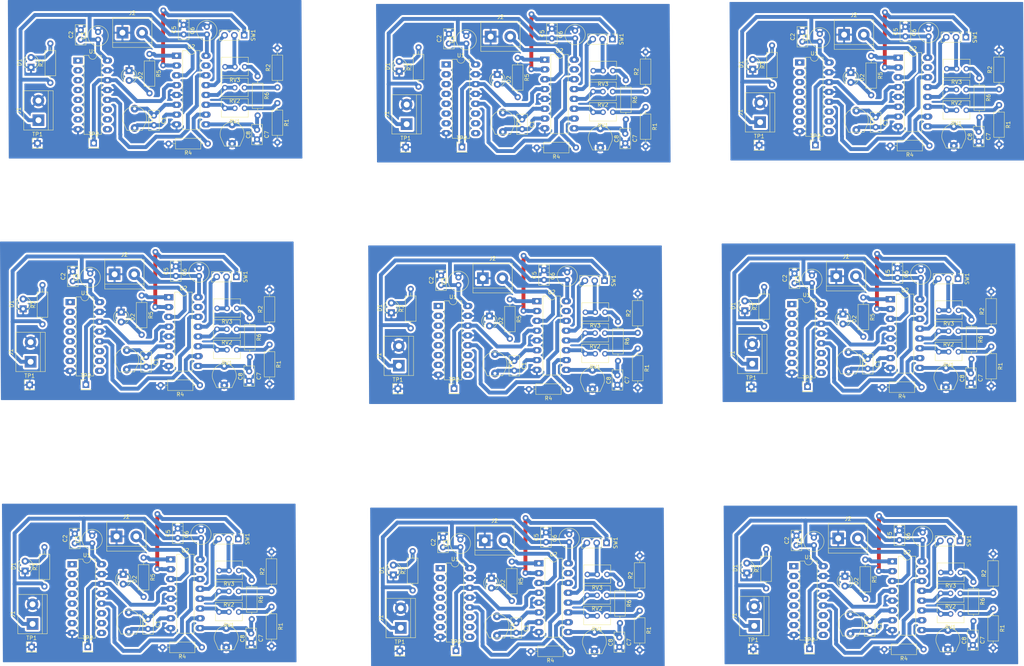
<source format=kicad_pcb>
(kicad_pcb (version 20171130) (host pcbnew "(5.1.0)-1")
  (layers (0 F.Cu signal) (31 B.Cu signal) (34 B.Paste user) (35 F.Paste user) (36 B.SilkS user) (37 F.SilkS user) (38 B.Mask user) (39 F.Mask user) (44 Edge.Cuts user))
  (net 0 "")
  (module lib_fp:Potentiometer_Bourns_3266Y_Vertical (layer F.Cu) (at 258.452 167.211 180)
    (fp_text reference RV2 (at -2.54 -3.41 180) (layer F.SilkS))
    (fp_text value 50k)
    (pad 3 thru_hole circle (at -5.08 0 180) (size 1.44 1.44) (drill 0.8) (layers *.Cu *.Mask))
    (pad 2 thru_hole circle (at -2.54 0 180) (size 1.44 1.44) (drill 0.8) (layers *.Cu *.Mask))
    (pad 1 thru_hole circle (at 0 0 180) (size 1.44 1.44) (drill 0.8) (layers *.Cu *.Mask))
  )
  (module lib_fp:R_Axial_DIN0207_L6.3mm_D2.5mm_P10.16mm_Horizontal (layer F.Cu) (at 254.027 181.686 180)
    (fp_text reference R4 (at 5.08 -2.37 180) (layer F.SilkS))
    (fp_text value 10k)
    (pad 2 thru_hole oval (at 10.16 0 180) (size 1.6 1.6) (drill 0.8) (layers *.Cu *.Mask))
    (pad 1 thru_hole circle (at 0 0 180) (size 1.6 1.6) (drill 0.8) (layers *.Cu *.Mask))
  )
  (module lib_fp:C_Disc_D5.0mm_W2.5mm_P2.50mm (layer F.Cu) (at 247.792 153.446 90)
    (fp_text reference C5 (at 1.25 -2.5 90) (layer F.SilkS))
    (fp_text value 100n)
    (pad 2 thru_hole circle (at 2.5 0 90) (size 1.6 1.6) (drill 0.8) (layers *.Cu *.Mask))
    (pad 1 thru_hole circle (at 0 0 90) (size 1.6 1.6) (drill 0.8) (layers *.Cu *.Mask))
  )
  (module lib_fp:DIP-16_W7.62mm_LongPads (layer F.Cu) (at 220.452 160.186)
    (fp_text reference U1 (at 3.81 -2.33) (layer F.SilkS))
    (fp_text value 4017)
    (pad 16 thru_hole oval (at 7.62 0) (size 2.4 1.6) (drill 0.8) (layers *.Cu *.Mask))
    (pad 8 thru_hole oval (at 0 17.78) (size 2.4 1.6) (drill 0.8) (layers *.Cu *.Mask))
    (pad 15 thru_hole oval (at 7.62 2.54) (size 2.4 1.6) (drill 0.8) (layers *.Cu *.Mask))
    (pad 7 thru_hole oval (at 0 15.24) (size 2.4 1.6) (drill 0.8) (layers *.Cu *.Mask))
    (pad 14 thru_hole oval (at 7.62 5.08) (size 2.4 1.6) (drill 0.8) (layers *.Cu *.Mask))
    (pad 6 thru_hole oval (at 0 12.7) (size 2.4 1.6) (drill 0.8) (layers *.Cu *.Mask))
    (pad 13 thru_hole oval (at 7.62 7.62) (size 2.4 1.6) (drill 0.8) (layers *.Cu *.Mask))
    (pad 5 thru_hole oval (at 0 10.16) (size 2.4 1.6) (drill 0.8) (layers *.Cu *.Mask))
    (pad 12 thru_hole oval (at 7.62 10.16) (size 2.4 1.6) (drill 0.8) (layers *.Cu *.Mask))
    (pad 4 thru_hole oval (at 0 7.62) (size 2.4 1.6) (drill 0.8) (layers *.Cu *.Mask))
    (pad 11 thru_hole oval (at 7.62 12.7) (size 2.4 1.6) (drill 0.8) (layers *.Cu *.Mask))
    (pad 3 thru_hole oval (at 0 5.08) (size 2.4 1.6) (drill 0.8) (layers *.Cu *.Mask))
    (pad 10 thru_hole oval (at 7.62 15.24) (size 2.4 1.6) (drill 0.8) (layers *.Cu *.Mask))
    (pad 2 thru_hole oval (at 0 2.54) (size 2.4 1.6) (drill 0.8) (layers *.Cu *.Mask))
    (pad 9 thru_hole oval (at 7.62 17.78) (size 2.4 1.6) (drill 0.8) (layers *.Cu *.Mask))
    (pad 1 thru_hole rect (at 0 0) (size 2.4 1.6) (drill 0.8) (layers *.Cu *.Mask))
  )
  (module lib_fp:R_Axial_DIN0207_L6.3mm_D2.5mm_P10.16mm_Horizontal (layer F.Cu) (at 238.952 158.486 270)
    (fp_text reference R5 (at 5.08 -2.37 270) (layer F.SilkS))
    (fp_text value 1k)
    (pad 1 thru_hole circle (at 0 0 270) (size 1.6 1.6) (drill 0.8) (layers *.Cu *.Mask))
    (pad 2 thru_hole oval (at 10.16 0 270) (size 1.6 1.6) (drill 0.8) (layers *.Cu *.Mask))
  )
  (module lib_fp:Potentiometer_Bourns_3266Y_Vertical (layer F.Cu) (at 258.477 172.536 180)
    (fp_text reference RV1 (at -2.54 -3.41 180) (layer F.SilkS))
    (fp_text value 50k)
    (pad 1 thru_hole circle (at 0 0 180) (size 1.44 1.44) (drill 0.8) (layers *.Cu *.Mask))
    (pad 2 thru_hole circle (at -2.54 0 180) (size 1.44 1.44) (drill 0.8) (layers *.Cu *.Mask))
    (pad 3 thru_hole circle (at -5.08 0 180) (size 1.44 1.44) (drill 0.8) (layers *.Cu *.Mask))
  )
  (module lib_fp:C_Disc_D5.0mm_W2.5mm_P2.50mm (layer F.Cu) (at 240.102 174.411 270)
    (fp_text reference C1 (at 1.25 -2.5 270) (layer F.SilkS))
    (fp_text value 100n)
    (pad 2 thru_hole circle (at 2.5 0 270) (size 1.6 1.6) (drill 0.8) (layers *.Cu *.Mask))
    (pad 1 thru_hole circle (at 0 0 270) (size 1.6 1.6) (drill 0.8) (layers *.Cu *.Mask))
  )
  (module lib_fp:TrimmerCapacitor (layer F.Cu) (at 260.327 179.211 270)
    (fp_text reference C8 (at 0.2 -4.2 270) (layer F.SilkS))
    (fp_text value 680n)
    (pad 2 thru_hole circle (at 2.5 0 270) (size 2 2) (drill 0.8) (layers *.Cu *.Mask))
    (pad 1 thru_hole circle (at -2.5 0 270) (size 2 2) (drill 0.8) (layers *.Cu *.Mask))
  )
  (module lib_fp:R_Axial_DIN0207_L6.3mm_D2.5mm_P10.16mm_Horizontal (layer F.Cu) (at 213.302 165.936 90)
    (fp_text reference R3 (at 5.08 -2.37 90) (layer F.SilkS))
    (fp_text value 1k)
    (pad 2 thru_hole oval (at 10.16 0 90) (size 1.6 1.6) (drill 0.8) (layers *.Cu *.Mask))
    (pad 1 thru_hole circle (at 0 0 90) (size 1.6 1.6) (drill 0.8) (layers *.Cu *.Mask))
  )
  (module lib_fp:R_Axial_DIN0207_L6.3mm_D2.5mm_P10.16mm_Horizontal (layer F.Cu) (at 147.512 158.994 270)
    (fp_text reference R5 (at 5.08 -2.37 270) (layer F.SilkS))
    (fp_text value 1k)
    (pad 1 thru_hole circle (at 0 0 270) (size 1.6 1.6) (drill 0.8) (layers *.Cu *.Mask))
    (pad 2 thru_hole oval (at 10.16 0 270) (size 1.6 1.6) (drill 0.8) (layers *.Cu *.Mask))
  )
  (module lib_fp:Potentiometer_Bourns_3266Y_Vertical (layer F.Cu) (at 167.037 173.044 180)
    (fp_text reference RV1 (at -2.54 -3.41 180) (layer F.SilkS))
    (fp_text value 50k)
    (pad 1 thru_hole circle (at 0 0 180) (size 1.44 1.44) (drill 0.8) (layers *.Cu *.Mask))
    (pad 2 thru_hole circle (at -2.54 0 180) (size 1.44 1.44) (drill 0.8) (layers *.Cu *.Mask))
    (pad 3 thru_hole circle (at -5.08 0 180) (size 1.44 1.44) (drill 0.8) (layers *.Cu *.Mask))
  )
  (module lib_fp:Testpoint (layer F.Cu) (at 133.082 182.064)
    (fp_text reference TP2 (at 0 -2.33) (layer F.SilkS))
    (fp_text value f_out)
    (pad 1 thru_hole rect (at 0 0) (size 1.7 1.7) (drill 1) (layers *.Cu *.Mask))
  )
  (module lib_fp:R_Axial_DIN0207_L6.3mm_D2.5mm_P10.16mm_Horizontal (layer F.Cu) (at 121.862 166.444 90)
    (fp_text reference R3 (at 5.08 -2.37 90) (layer F.SilkS))
    (fp_text value 1k)
    (pad 2 thru_hole oval (at 10.16 0 90) (size 1.6 1.6) (drill 0.8) (layers *.Cu *.Mask))
    (pad 1 thru_hole circle (at 0 0 90) (size 1.6 1.6) (drill 0.8) (layers *.Cu *.Mask))
  )
  (module lib_fp:PinHeader_1x03_P2.54mm_Vertical (layer F.Cu) (at 172.012 154.154 270)
    (fp_text reference SW1 (at 0 -2.33 270) (layer F.SilkS))
    (fp_text value SW_SPDT)
    (pad 3 thru_hole oval (at 0 5.08 270) (size 1.7 1.7) (drill 1) (layers *.Cu *.Mask))
    (pad 2 thru_hole oval (at 0 2.54 270) (size 1.7 1.7) (drill 1) (layers *.Cu *.Mask))
    (pad 1 thru_hole rect (at 0 0 270) (size 1.7 1.7) (drill 1) (layers *.Cu *.Mask))
  )
  (module lib_fp:Potentiometer_Bourns_3266Y_Vertical (layer F.Cu) (at 167.062 162.319 180)
    (fp_text reference RV3 (at -2.54 -3.41 180) (layer F.SilkS))
    (fp_text value 1k)
    (pad 1 thru_hole circle (at 0 0 180) (size 1.44 1.44) (drill 0.8) (layers *.Cu *.Mask))
    (pad 2 thru_hole circle (at -2.54 0 180) (size 1.44 1.44) (drill 0.8) (layers *.Cu *.Mask))
    (pad 3 thru_hole circle (at -5.08 0 180) (size 1.44 1.44) (drill 0.8) (layers *.Cu *.Mask))
  )
  (module lib_fp:Potentiometer_Bourns_3266Y_Vertical (layer F.Cu) (at 167.012 167.719 180)
    (fp_text reference RV2 (at -2.54 -3.41 180) (layer F.SilkS))
    (fp_text value 50k)
    (pad 3 thru_hole circle (at -5.08 0 180) (size 1.44 1.44) (drill 0.8) (layers *.Cu *.Mask))
    (pad 2 thru_hole circle (at -2.54 0 180) (size 1.44 1.44) (drill 0.8) (layers *.Cu *.Mask))
    (pad 1 thru_hole circle (at 0 0 180) (size 1.44 1.44) (drill 0.8) (layers *.Cu *.Mask))
  )
  (module lib_fp:DIP-16_W7.62mm_LongPads (layer F.Cu) (at 129.012 160.694)
    (fp_text reference U1 (at 3.81 -2.33) (layer F.SilkS))
    (fp_text value 4017)
    (pad 16 thru_hole oval (at 7.62 0) (size 2.4 1.6) (drill 0.8) (layers *.Cu *.Mask))
    (pad 8 thru_hole oval (at 0 17.78) (size 2.4 1.6) (drill 0.8) (layers *.Cu *.Mask))
    (pad 15 thru_hole oval (at 7.62 2.54) (size 2.4 1.6) (drill 0.8) (layers *.Cu *.Mask))
    (pad 7 thru_hole oval (at 0 15.24) (size 2.4 1.6) (drill 0.8) (layers *.Cu *.Mask))
    (pad 14 thru_hole oval (at 7.62 5.08) (size 2.4 1.6) (drill 0.8) (layers *.Cu *.Mask))
    (pad 6 thru_hole oval (at 0 12.7) (size 2.4 1.6) (drill 0.8) (layers *.Cu *.Mask))
    (pad 13 thru_hole oval (at 7.62 7.62) (size 2.4 1.6) (drill 0.8) (layers *.Cu *.Mask))
    (pad 5 thru_hole oval (at 0 10.16) (size 2.4 1.6) (drill 0.8) (layers *.Cu *.Mask))
    (pad 12 thru_hole oval (at 7.62 10.16) (size 2.4 1.6) (drill 0.8) (layers *.Cu *.Mask))
    (pad 4 thru_hole oval (at 0 7.62) (size 2.4 1.6) (drill 0.8) (layers *.Cu *.Mask))
    (pad 11 thru_hole oval (at 7.62 12.7) (size 2.4 1.6) (drill 0.8) (layers *.Cu *.Mask))
    (pad 3 thru_hole oval (at 0 5.08) (size 2.4 1.6) (drill 0.8) (layers *.Cu *.Mask))
    (pad 10 thru_hole oval (at 7.62 15.24) (size 2.4 1.6) (drill 0.8) (layers *.Cu *.Mask))
    (pad 2 thru_hole oval (at 0 2.54) (size 2.4 1.6) (drill 0.8) (layers *.Cu *.Mask))
    (pad 9 thru_hole oval (at 7.62 17.78) (size 2.4 1.6) (drill 0.8) (layers *.Cu *.Mask))
    (pad 1 thru_hole rect (at 0 0) (size 2.4 1.6) (drill 0.8) (layers *.Cu *.Mask))
  )
  (module lib_fp:C_Disc_D5.0mm_W2.5mm_P2.50mm (layer F.Cu) (at 148.662 174.919 270)
    (fp_text reference C1 (at 1.25 -2.5 270) (layer F.SilkS))
    (fp_text value 100n)
    (pad 2 thru_hole circle (at 2.5 0 270) (size 1.6 1.6) (drill 0.8) (layers *.Cu *.Mask))
    (pad 1 thru_hole circle (at 0 0 270) (size 1.6 1.6) (drill 0.8) (layers *.Cu *.Mask))
  )
  (module lib_fp:Testpoint (layer F.Cu) (at 118.532 182.094)
    (fp_text reference TP1 (at 0 -2.33) (layer F.SilkS))
    (fp_text value GND)
    (pad 1 thru_hole rect (at 0 0) (size 1.7 1.7) (drill 1) (layers *.Cu *.Mask))
  )
  (module lib_fp:LED_D3.0mm_Clear (layer F.Cu) (at 46.987 162.278 270)
    (fp_text reference D2 (at 1.27 -2.96 270) (layer F.SilkS))
    (fp_text value LED)
    (pad 1 thru_hole rect (at 0 0 270) (size 1.8 1.8) (drill 0.9) (layers *.Cu *.Mask))
    (pad 2 thru_hole circle (at 2.54 0 270) (size 1.8 1.8) (drill 0.9) (layers *.Cu *.Mask))
  )
  (module lib_fp:R_Axial_DIN0207_L6.3mm_D2.5mm_P10.16mm_Horizontal (layer F.Cu) (at 180.594 167.64 90)
    (fp_text reference R2 (at 5.08 -2.37 90) (layer F.SilkS))
    (fp_text value 10k)
    (pad 2 thru_hole oval (at 10.16 0 90) (size 1.6 1.6) (drill 0.8) (layers *.Cu *.Mask))
    (pad 1 thru_hole circle (at 0 0 90) (size 1.6 1.6) (drill 0.8) (layers *.Cu *.Mask))
  )
  (module lib_fp:C_Disc_D5.0mm_W2.5mm_P2.50mm (layer F.Cu) (at 80.087 177.578 270)
    (fp_text reference C7 (at 1.25 -2.5 270) (layer F.SilkS))
    (fp_text value 680n)
    (pad 2 thru_hole circle (at 2.5 0 270) (size 1.6 1.6) (drill 0.8) (layers *.Cu *.Mask))
    (pad 1 thru_hole circle (at 0 0 270) (size 1.6 1.6) (drill 0.8) (layers *.Cu *.Mask))
  )
  (module lib_fp:LED_D3.0mm_Clear (layer F.Cu) (at 21.612 161.428 90)
    (fp_text reference D1 (at 1.27 -2.96 90) (layer F.SilkS))
    (fp_text value LED)
    (pad 2 thru_hole circle (at 2.54 0 90) (size 1.8 1.8) (drill 0.9) (layers *.Cu *.Mask))
    (pad 1 thru_hole rect (at 0 0 90) (size 1.8 1.8) (drill 0.9) (layers *.Cu *.Mask))
  )
  (module lib_fp:DIP-16_W7.62mm_LongPads (layer F.Cu) (at 154.512 159.444)
    (fp_text reference U2 (at 3.81 -2.33) (layer F.SilkS))
    (fp_text value 4046)
    (pad 1 thru_hole rect (at 0 0) (size 2.4 1.6) (drill 0.8) (layers *.Cu *.Mask))
    (pad 9 thru_hole oval (at 7.62 17.78) (size 2.4 1.6) (drill 0.8) (layers *.Cu *.Mask))
    (pad 2 thru_hole oval (at 0 2.54) (size 2.4 1.6) (drill 0.8) (layers *.Cu *.Mask))
    (pad 10 thru_hole oval (at 7.62 15.24) (size 2.4 1.6) (drill 0.8) (layers *.Cu *.Mask))
    (pad 3 thru_hole oval (at 0 5.08) (size 2.4 1.6) (drill 0.8) (layers *.Cu *.Mask))
    (pad 11 thru_hole oval (at 7.62 12.7) (size 2.4 1.6) (drill 0.8) (layers *.Cu *.Mask))
    (pad 4 thru_hole oval (at 0 7.62) (size 2.4 1.6) (drill 0.8) (layers *.Cu *.Mask))
    (pad 12 thru_hole oval (at 7.62 10.16) (size 2.4 1.6) (drill 0.8) (layers *.Cu *.Mask))
    (pad 5 thru_hole oval (at 0 10.16) (size 2.4 1.6) (drill 0.8) (layers *.Cu *.Mask))
    (pad 13 thru_hole oval (at 7.62 7.62) (size 2.4 1.6) (drill 0.8) (layers *.Cu *.Mask))
    (pad 6 thru_hole oval (at 0 12.7) (size 2.4 1.6) (drill 0.8) (layers *.Cu *.Mask))
    (pad 14 thru_hole oval (at 7.62 5.08) (size 2.4 1.6) (drill 0.8) (layers *.Cu *.Mask))
    (pad 7 thru_hole oval (at 0 15.24) (size 2.4 1.6) (drill 0.8) (layers *.Cu *.Mask))
    (pad 15 thru_hole oval (at 7.62 2.54) (size 2.4 1.6) (drill 0.8) (layers *.Cu *.Mask))
    (pad 8 thru_hole oval (at 0 17.78) (size 2.4 1.6) (drill 0.8) (layers *.Cu *.Mask))
    (pad 16 thru_hole oval (at 7.62 0) (size 2.4 1.6) (drill 0.8) (layers *.Cu *.Mask))
  )
  (module lib_fp:R_Axial_DIN0207_L6.3mm_D2.5mm_P10.16mm_Horizontal (layer F.Cu) (at 180.594 171.704 270)
    (fp_text reference R1 (at 5.08 -2.37 270) (layer F.SilkS))
    (fp_text value 8.2k)
    (pad 1 thru_hole circle (at 0 0 270) (size 1.6 1.6) (drill 0.8) (layers *.Cu *.Mask))
    (pad 2 thru_hole oval (at 10.16 0 270) (size 1.6 1.6) (drill 0.8) (layers *.Cu *.Mask))
  )
  (module lib_fp:TrimmerCapacitor (layer F.Cu) (at 168.887 179.719 270)
    (fp_text reference C8 (at 0.2 -4.2 270) (layer F.SilkS))
    (fp_text value 680n)
    (pad 2 thru_hole circle (at 2.5 0 270) (size 2 2) (drill 0.8) (layers *.Cu *.Mask))
    (pad 1 thru_hole circle (at -2.5 0 270) (size 2 2) (drill 0.8) (layers *.Cu *.Mask))
  )
  (module lib_fp:R_Axial_DIN0207_L6.3mm_D2.5mm_P10.16mm_Horizontal (layer F.Cu) (at 162.587 182.194 180)
    (fp_text reference R4 (at 5.08 -2.37 180) (layer F.SilkS))
    (fp_text value 10k)
    (pad 2 thru_hole oval (at 10.16 0 180) (size 1.6 1.6) (drill 0.8) (layers *.Cu *.Mask))
    (pad 1 thru_hole circle (at 0 0 180) (size 1.6 1.6) (drill 0.8) (layers *.Cu *.Mask))
  )
  (module lib_fp:LED_D3.0mm_Clear (layer F.Cu) (at 233.677 162.786 270)
    (fp_text reference D2 (at 1.27 -2.96 270) (layer F.SilkS))
    (fp_text value LED)
    (pad 1 thru_hole rect (at 0 0 270) (size 1.8 1.8) (drill 0.9) (layers *.Cu *.Mask))
    (pad 2 thru_hole circle (at 2.54 0 270) (size 1.8 1.8) (drill 0.9) (layers *.Cu *.Mask))
  )
  (module lib_fp:C_Disc_D5.0mm_W2.5mm_P2.50mm (layer F.Cu) (at 221.152 154.786 90)
    (fp_text reference C2 (at 1.25 -2.5 90) (layer F.SilkS))
    (fp_text value 100n)
    (pad 1 thru_hole circle (at 0 0 90) (size 1.6 1.6) (drill 0.8) (layers *.Cu *.Mask))
    (pad 2 thru_hole circle (at 2.5 0 90) (size 1.6 1.6) (drill 0.8) (layers *.Cu *.Mask))
  )
  (module lib_fp:R_Axial_DIN0207_L6.3mm_D2.5mm_P10.16mm_Horizontal (layer F.Cu) (at 266.927 164.236 270)
    (fp_text reference R6 (at 5.08 -2.37 270) (layer F.SilkS))
    (fp_text value 100)
    (pad 1 thru_hole circle (at 0 0 270) (size 1.6 1.6) (drill 0.8) (layers *.Cu *.Mask))
    (pad 2 thru_hole oval (at 10.16 0 270) (size 1.6 1.6) (drill 0.8) (layers *.Cu *.Mask))
  )
  (module lib_fp:C_Radial_D5.0mm_H11.0mm_P2.00mm (layer F.Cu) (at 225.652 154.786 90)
    (fp_text reference C3 (at 1 -3.75 90) (layer F.SilkS))
    (fp_text value 100u)
    (pad 1 thru_hole circle (at 0 0 90) (size 1.6 1.6) (drill 0.8) (layers *.Cu *.Mask))
    (pad 2 thru_hole circle (at 2 0 90) (size 1.6 1.6) (drill 0.8) (layers *.Cu *.Mask))
  )
  (module lib_fp:TerminalBlock_bornier-2_P5.08mm (layer F.Cu) (at 210.222 175.626 90)
    (fp_text reference J1 (at 2.54 -5.08 90) (layer F.SilkS))
    (fp_text value Alimentacion)
    (pad 1 thru_hole rect (at 0 0 90) (size 3 3) (drill 1.52) (layers *.Cu *.Mask))
    (pad 2 thru_hole circle (at 5.08 0 90) (size 3 3) (drill 1.52) (layers *.Cu *.Mask))
  )
  (module lib_fp:TerminalBlock_bornier-2_P5.08mm (layer F.Cu) (at 231.952 152.986)
    (fp_text reference J2 (at 2.54 -5.08) (layer F.SilkS))
    (fp_text value SeñalDeReferencia)
    (pad 2 thru_hole circle (at 5.08 0) (size 3 3) (drill 1.52) (layers *.Cu *.Mask))
    (pad 1 thru_hole rect (at 0 0) (size 3 3) (drill 1.52) (layers *.Cu *.Mask))
  )
  (module lib_fp:C_Radial_D5.0mm_H11.0mm_P2.00mm (layer F.Cu) (at 253.792 153.446 90)
    (fp_text reference C6 (at 1 -3.75 90) (layer F.SilkS))
    (fp_text value 100u)
    (pad 1 thru_hole circle (at 0 0 90) (size 1.6 1.6) (drill 0.8) (layers *.Cu *.Mask))
    (pad 2 thru_hole circle (at 2 0 90) (size 1.6 1.6) (drill 0.8) (layers *.Cu *.Mask))
  )
  (module lib_fp:LED_D3.0mm_Clear (layer F.Cu) (at 208.302 161.936 90)
    (fp_text reference D1 (at 1.27 -2.96 90) (layer F.SilkS))
    (fp_text value LED)
    (pad 2 thru_hole circle (at 2.54 0 90) (size 1.8 1.8) (drill 0.9) (layers *.Cu *.Mask))
    (pad 1 thru_hole rect (at 0 0 90) (size 1.8 1.8) (drill 0.9) (layers *.Cu *.Mask))
  )
  (module lib_fp:C_Disc_D5.0mm_W2.5mm_P2.50mm (layer F.Cu) (at 266.777 178.086 270)
    (fp_text reference C7 (at 1.25 -2.5 270) (layer F.SilkS))
    (fp_text value 680n)
    (pad 2 thru_hole circle (at 2.5 0 270) (size 1.6 1.6) (drill 0.8) (layers *.Cu *.Mask))
    (pad 1 thru_hole circle (at 0 0 270) (size 1.6 1.6) (drill 0.8) (layers *.Cu *.Mask))
  )
  (module lib_fp:TrimmerCapacitor (layer F.Cu) (at 235.102 175.136 270)
    (fp_text reference C4 (at 0.2 -4.2 270) (layer F.SilkS))
    (fp_text value 680p)
    (pad 1 thru_hole circle (at -2.5 0 270) (size 2 2) (drill 0.8) (layers *.Cu *.Mask))
    (pad 2 thru_hole circle (at 2.5 0 270) (size 2 2) (drill 0.8) (layers *.Cu *.Mask))
  )
  (module lib_fp:R_Axial_DIN0207_L6.3mm_D2.5mm_P10.16mm_Horizontal (layer F.Cu) (at 175.487 164.744 270)
    (fp_text reference R6 (at 5.08 -2.37 270) (layer F.SilkS))
    (fp_text value 100)
    (pad 1 thru_hole circle (at 0 0 270) (size 1.6 1.6) (drill 0.8) (layers *.Cu *.Mask))
    (pad 2 thru_hole oval (at 10.16 0 270) (size 1.6 1.6) (drill 0.8) (layers *.Cu *.Mask))
  )
  (module lib_fp:C_Disc_D5.0mm_W2.5mm_P2.50mm (layer F.Cu) (at 156.352 153.954 90)
    (fp_text reference C5 (at 1.25 -2.5 90) (layer F.SilkS))
    (fp_text value 100n)
    (pad 2 thru_hole circle (at 2.5 0 90) (size 1.6 1.6) (drill 0.8) (layers *.Cu *.Mask))
    (pad 1 thru_hole circle (at 0 0 90) (size 1.6 1.6) (drill 0.8) (layers *.Cu *.Mask))
  )
  (module lib_fp:C_Radial_D5.0mm_H11.0mm_P2.00mm (layer F.Cu) (at 162.352 153.954 90)
    (fp_text reference C6 (at 1 -3.75 90) (layer F.SilkS))
    (fp_text value 100u)
    (pad 1 thru_hole circle (at 0 0 90) (size 1.6 1.6) (drill 0.8) (layers *.Cu *.Mask))
    (pad 2 thru_hole circle (at 2 0 90) (size 1.6 1.6) (drill 0.8) (layers *.Cu *.Mask))
  )
  (module lib_fp:Testpoint (layer F.Cu) (at 224.522 181.556)
    (fp_text reference TP2 (at 0 -2.33) (layer F.SilkS))
    (fp_text value f_out)
    (pad 1 thru_hole rect (at 0 0) (size 1.7 1.7) (drill 1) (layers *.Cu *.Mask))
  )
  (module lib_fp:DIP-16_W7.62mm_LongPads (layer F.Cu) (at 245.952 158.936)
    (fp_text reference U2 (at 3.81 -2.33) (layer F.SilkS))
    (fp_text value 4046)
    (pad 1 thru_hole rect (at 0 0) (size 2.4 1.6) (drill 0.8) (layers *.Cu *.Mask))
    (pad 9 thru_hole oval (at 7.62 17.78) (size 2.4 1.6) (drill 0.8) (layers *.Cu *.Mask))
    (pad 2 thru_hole oval (at 0 2.54) (size 2.4 1.6) (drill 0.8) (layers *.Cu *.Mask))
    (pad 10 thru_hole oval (at 7.62 15.24) (size 2.4 1.6) (drill 0.8) (layers *.Cu *.Mask))
    (pad 3 thru_hole oval (at 0 5.08) (size 2.4 1.6) (drill 0.8) (layers *.Cu *.Mask))
    (pad 11 thru_hole oval (at 7.62 12.7) (size 2.4 1.6) (drill 0.8) (layers *.Cu *.Mask))
    (pad 4 thru_hole oval (at 0 7.62) (size 2.4 1.6) (drill 0.8) (layers *.Cu *.Mask))
    (pad 12 thru_hole oval (at 7.62 10.16) (size 2.4 1.6) (drill 0.8) (layers *.Cu *.Mask))
    (pad 5 thru_hole oval (at 0 10.16) (size 2.4 1.6) (drill 0.8) (layers *.Cu *.Mask))
    (pad 13 thru_hole oval (at 7.62 7.62) (size 2.4 1.6) (drill 0.8) (layers *.Cu *.Mask))
    (pad 6 thru_hole oval (at 0 12.7) (size 2.4 1.6) (drill 0.8) (layers *.Cu *.Mask))
    (pad 14 thru_hole oval (at 7.62 5.08) (size 2.4 1.6) (drill 0.8) (layers *.Cu *.Mask))
    (pad 7 thru_hole oval (at 0 15.24) (size 2.4 1.6) (drill 0.8) (layers *.Cu *.Mask))
    (pad 15 thru_hole oval (at 7.62 2.54) (size 2.4 1.6) (drill 0.8) (layers *.Cu *.Mask))
    (pad 8 thru_hole oval (at 0 17.78) (size 2.4 1.6) (drill 0.8) (layers *.Cu *.Mask))
    (pad 16 thru_hole oval (at 7.62 0) (size 2.4 1.6) (drill 0.8) (layers *.Cu *.Mask))
  )
  (module lib_fp:R_Axial_DIN0207_L6.3mm_D2.5mm_P10.16mm_Horizontal (layer F.Cu) (at 272.034 171.196 270)
    (fp_text reference R1 (at 5.08 -2.37 270) (layer F.SilkS))
    (fp_text value 8.2k)
    (pad 1 thru_hole circle (at 0 0 270) (size 1.6 1.6) (drill 0.8) (layers *.Cu *.Mask))
    (pad 2 thru_hole oval (at 10.16 0 270) (size 1.6 1.6) (drill 0.8) (layers *.Cu *.Mask))
  )
  (module lib_fp:C_Disc_D5.0mm_W2.5mm_P2.50mm (layer F.Cu) (at 175.337 178.594 270)
    (fp_text reference C7 (at 1.25 -2.5 270) (layer F.SilkS))
    (fp_text value 680n)
    (pad 2 thru_hole circle (at 2.5 0 270) (size 1.6 1.6) (drill 0.8) (layers *.Cu *.Mask))
    (pad 1 thru_hole circle (at 0 0 270) (size 1.6 1.6) (drill 0.8) (layers *.Cu *.Mask))
  )
  (module lib_fp:TrimmerCapacitor (layer F.Cu) (at 143.662 175.644 270)
    (fp_text reference C4 (at 0.2 -4.2 270) (layer F.SilkS))
    (fp_text value 680p)
    (pad 1 thru_hole circle (at -2.5 0 270) (size 2 2) (drill 0.8) (layers *.Cu *.Mask))
    (pad 2 thru_hole circle (at 2.5 0 270) (size 2 2) (drill 0.8) (layers *.Cu *.Mask))
  )
  (module lib_fp:Potentiometer_Bourns_3266Y_Vertical (layer F.Cu) (at 258.502 161.811 180)
    (fp_text reference RV3 (at -2.54 -3.41 180) (layer F.SilkS))
    (fp_text value 1k)
    (pad 1 thru_hole circle (at 0 0 180) (size 1.44 1.44) (drill 0.8) (layers *.Cu *.Mask))
    (pad 2 thru_hole circle (at -2.54 0 180) (size 1.44 1.44) (drill 0.8) (layers *.Cu *.Mask))
    (pad 3 thru_hole circle (at -5.08 0 180) (size 1.44 1.44) (drill 0.8) (layers *.Cu *.Mask))
  )
  (module lib_fp:C_Radial_D5.0mm_H11.0mm_P2.00mm (layer F.Cu) (at 134.212 155.294 90)
    (fp_text reference C3 (at 1 -3.75 90) (layer F.SilkS))
    (fp_text value 100u)
    (pad 1 thru_hole circle (at 0 0 90) (size 1.6 1.6) (drill 0.8) (layers *.Cu *.Mask))
    (pad 2 thru_hole circle (at 2 0 90) (size 1.6 1.6) (drill 0.8) (layers *.Cu *.Mask))
  )
  (module lib_fp:LED_D3.0mm_Clear (layer F.Cu) (at 116.862 162.444 90)
    (fp_text reference D1 (at 1.27 -2.96 90) (layer F.SilkS))
    (fp_text value LED)
    (pad 2 thru_hole circle (at 2.54 0 90) (size 1.8 1.8) (drill 0.9) (layers *.Cu *.Mask))
    (pad 1 thru_hole rect (at 0 0 90) (size 1.8 1.8) (drill 0.9) (layers *.Cu *.Mask))
  )
  (module lib_fp:Testpoint (layer F.Cu) (at 209.972 181.586)
    (fp_text reference TP1 (at 0 -2.33) (layer F.SilkS))
    (fp_text value GND)
    (pad 1 thru_hole rect (at 0 0) (size 1.7 1.7) (drill 1) (layers *.Cu *.Mask))
  )
  (module lib_fp:R_Axial_DIN0207_L6.3mm_D2.5mm_P10.16mm_Horizontal (layer F.Cu) (at 272.034 167.132 90)
    (fp_text reference R2 (at 5.08 -2.37 90) (layer F.SilkS))
    (fp_text value 10k)
    (pad 2 thru_hole oval (at 10.16 0 90) (size 1.6 1.6) (drill 0.8) (layers *.Cu *.Mask))
    (pad 1 thru_hole circle (at 0 0 90) (size 1.6 1.6) (drill 0.8) (layers *.Cu *.Mask))
  )
  (module lib_fp:PinHeader_1x03_P2.54mm_Vertical (layer F.Cu) (at 263.452 153.646 270)
    (fp_text reference SW1 (at 0 -2.33 270) (layer F.SilkS))
    (fp_text value SW_SPDT)
    (pad 3 thru_hole oval (at 0 5.08 270) (size 1.7 1.7) (drill 1) (layers *.Cu *.Mask))
    (pad 2 thru_hole oval (at 0 2.54 270) (size 1.7 1.7) (drill 1) (layers *.Cu *.Mask))
    (pad 1 thru_hole rect (at 0 0 270) (size 1.7 1.7) (drill 1) (layers *.Cu *.Mask))
  )
  (module lib_fp:C_Disc_D5.0mm_W2.5mm_P2.50mm (layer F.Cu) (at 129.712 155.294 90)
    (fp_text reference C2 (at 1.25 -2.5 90) (layer F.SilkS))
    (fp_text value 100n)
    (pad 1 thru_hole circle (at 0 0 90) (size 1.6 1.6) (drill 0.8) (layers *.Cu *.Mask))
    (pad 2 thru_hole circle (at 2.5 0 90) (size 1.6 1.6) (drill 0.8) (layers *.Cu *.Mask))
  )
  (module lib_fp:TerminalBlock_bornier-2_P5.08mm (layer F.Cu) (at 140.512 153.494)
    (fp_text reference J2 (at 2.54 -5.08) (layer F.SilkS))
    (fp_text value SeñalDeReferencia)
    (pad 2 thru_hole circle (at 5.08 0) (size 3 3) (drill 1.52) (layers *.Cu *.Mask))
    (pad 1 thru_hole rect (at 0 0) (size 3 3) (drill 1.52) (layers *.Cu *.Mask))
  )
  (module lib_fp:TerminalBlock_bornier-2_P5.08mm (layer F.Cu) (at 118.782 176.134 90)
    (fp_text reference J1 (at 2.54 -5.08 90) (layer F.SilkS))
    (fp_text value Alimentacion)
    (pad 1 thru_hole rect (at 0 0 90) (size 3 3) (drill 1.52) (layers *.Cu *.Mask))
    (pad 2 thru_hole circle (at 5.08 0 90) (size 3 3) (drill 1.52) (layers *.Cu *.Mask))
  )
  (module lib_fp:LED_D3.0mm_Clear (layer F.Cu) (at 142.237 163.294 270)
    (fp_text reference D2 (at 1.27 -2.96 270) (layer F.SilkS))
    (fp_text value LED)
    (pad 1 thru_hole rect (at 0 0 270) (size 1.8 1.8) (drill 0.9) (layers *.Cu *.Mask))
    (pad 2 thru_hole circle (at 2.54 0 270) (size 1.8 1.8) (drill 0.9) (layers *.Cu *.Mask))
  )
  (module lib_fp:TrimmerCapacitor (layer F.Cu) (at 73.637 178.703 270)
    (fp_text reference C8 (at 0.2 -4.2 270) (layer F.SilkS))
    (fp_text value 680n)
    (pad 2 thru_hole circle (at 2.5 0 270) (size 2 2) (drill 0.8) (layers *.Cu *.Mask))
    (pad 1 thru_hole circle (at -2.5 0 270) (size 2 2) (drill 0.8) (layers *.Cu *.Mask))
  )
  (module lib_fp:TrimmerCapacitor (layer F.Cu) (at 48.412 174.628 270)
    (fp_text reference C4 (at 0.2 -4.2 270) (layer F.SilkS))
    (fp_text value 680p)
    (pad 1 thru_hole circle (at -2.5 0 270) (size 2 2) (drill 0.8) (layers *.Cu *.Mask))
    (pad 2 thru_hole circle (at 2.5 0 270) (size 2 2) (drill 0.8) (layers *.Cu *.Mask))
  )
  (module lib_fp:R_Axial_DIN0207_L6.3mm_D2.5mm_P10.16mm_Horizontal (layer F.Cu) (at 80.237 163.728 270)
    (fp_text reference R6 (at 5.08 -2.37 270) (layer F.SilkS))
    (fp_text value 100)
    (pad 1 thru_hole circle (at 0 0 270) (size 1.6 1.6) (drill 0.8) (layers *.Cu *.Mask))
    (pad 2 thru_hole oval (at 10.16 0 270) (size 1.6 1.6) (drill 0.8) (layers *.Cu *.Mask))
  )
  (module lib_fp:C_Disc_D5.0mm_W2.5mm_P2.50mm (layer F.Cu) (at 34.462 154.278 90)
    (fp_text reference C2 (at 1.25 -2.5 90) (layer F.SilkS))
    (fp_text value 100n)
    (pad 1 thru_hole circle (at 0 0 90) (size 1.6 1.6) (drill 0.8) (layers *.Cu *.Mask))
    (pad 2 thru_hole circle (at 2.5 0 90) (size 1.6 1.6) (drill 0.8) (layers *.Cu *.Mask))
  )
  (module lib_fp:TerminalBlock_bornier-2_P5.08mm (layer F.Cu) (at 23.532 175.118 90)
    (fp_text reference J1 (at 2.54 -5.08 90) (layer F.SilkS))
    (fp_text value Alimentacion)
    (pad 1 thru_hole rect (at 0 0 90) (size 3 3) (drill 1.52) (layers *.Cu *.Mask))
    (pad 2 thru_hole circle (at 5.08 0 90) (size 3 3) (drill 1.52) (layers *.Cu *.Mask))
  )
  (module lib_fp:R_Axial_DIN0207_L6.3mm_D2.5mm_P10.16mm_Horizontal (layer F.Cu) (at 26.612 165.428 90)
    (fp_text reference R3 (at 5.08 -2.37 90) (layer F.SilkS))
    (fp_text value 1k)
    (pad 2 thru_hole oval (at 10.16 0 90) (size 1.6 1.6) (drill 0.8) (layers *.Cu *.Mask))
    (pad 1 thru_hole circle (at 0 0 90) (size 1.6 1.6) (drill 0.8) (layers *.Cu *.Mask))
  )
  (module lib_fp:R_Axial_DIN0207_L6.3mm_D2.5mm_P10.16mm_Horizontal (layer F.Cu) (at 67.337 181.178 180)
    (fp_text reference R4 (at 5.08 -2.37 180) (layer F.SilkS))
    (fp_text value 10k)
    (pad 2 thru_hole oval (at 10.16 0 180) (size 1.6 1.6) (drill 0.8) (layers *.Cu *.Mask))
    (pad 1 thru_hole circle (at 0 0 180) (size 1.6 1.6) (drill 0.8) (layers *.Cu *.Mask))
  )
  (module lib_fp:Potentiometer_Bourns_3266Y_Vertical (layer F.Cu) (at 71.787 172.028 180)
    (fp_text reference RV1 (at -2.54 -3.41 180) (layer F.SilkS))
    (fp_text value 50k)
    (pad 1 thru_hole circle (at 0 0 180) (size 1.44 1.44) (drill 0.8) (layers *.Cu *.Mask))
    (pad 2 thru_hole circle (at -2.54 0 180) (size 1.44 1.44) (drill 0.8) (layers *.Cu *.Mask))
    (pad 3 thru_hole circle (at -5.08 0 180) (size 1.44 1.44) (drill 0.8) (layers *.Cu *.Mask))
  )
  (module lib_fp:TerminalBlock_bornier-2_P5.08mm (layer F.Cu) (at 45.262 152.478)
    (fp_text reference J2 (at 2.54 -5.08) (layer F.SilkS))
    (fp_text value SeñalDeReferencia)
    (pad 2 thru_hole circle (at 5.08 0) (size 3 3) (drill 1.52) (layers *.Cu *.Mask))
    (pad 1 thru_hole rect (at 0 0) (size 3 3) (drill 1.52) (layers *.Cu *.Mask))
  )
  (module lib_fp:C_Radial_D5.0mm_H11.0mm_P2.00mm (layer F.Cu) (at 67.102 152.938 90)
    (fp_text reference C6 (at 1 -3.75 90) (layer F.SilkS))
    (fp_text value 100u)
    (pad 1 thru_hole circle (at 0 0 90) (size 1.6 1.6) (drill 0.8) (layers *.Cu *.Mask))
    (pad 2 thru_hole circle (at 2 0 90) (size 1.6 1.6) (drill 0.8) (layers *.Cu *.Mask))
  )
  (module lib_fp:C_Disc_D5.0mm_W2.5mm_P2.50mm (layer F.Cu) (at 61.102 152.938 90)
    (fp_text reference C5 (at 1.25 -2.5 90) (layer F.SilkS))
    (fp_text value 100n)
    (pad 2 thru_hole circle (at 2.5 0 90) (size 1.6 1.6) (drill 0.8) (layers *.Cu *.Mask))
    (pad 1 thru_hole circle (at 0 0 90) (size 1.6 1.6) (drill 0.8) (layers *.Cu *.Mask))
  )
  (module lib_fp:Testpoint (layer F.Cu) (at 37.832 181.048)
    (fp_text reference TP2 (at 0 -2.33) (layer F.SilkS))
    (fp_text value f_out)
    (pad 1 thru_hole rect (at 0 0) (size 1.7 1.7) (drill 1) (layers *.Cu *.Mask))
  )
  (module lib_fp:C_Radial_D5.0mm_H11.0mm_P2.00mm (layer F.Cu) (at 38.962 154.278 90)
    (fp_text reference C3 (at 1 -3.75 90) (layer F.SilkS))
    (fp_text value 100u)
    (pad 1 thru_hole circle (at 0 0 90) (size 1.6 1.6) (drill 0.8) (layers *.Cu *.Mask))
    (pad 2 thru_hole circle (at 2 0 90) (size 1.6 1.6) (drill 0.8) (layers *.Cu *.Mask))
  )
  (module lib_fp:R_Axial_DIN0207_L6.3mm_D2.5mm_P10.16mm_Horizontal (layer F.Cu) (at 52.262 157.978 270)
    (fp_text reference R5 (at 5.08 -2.37 270) (layer F.SilkS))
    (fp_text value 1k)
    (pad 1 thru_hole circle (at 0 0 270) (size 1.6 1.6) (drill 0.8) (layers *.Cu *.Mask))
    (pad 2 thru_hole oval (at 10.16 0 270) (size 1.6 1.6) (drill 0.8) (layers *.Cu *.Mask))
  )
  (module lib_fp:DIP-16_W7.62mm_LongPads (layer F.Cu) (at 33.762 159.678)
    (fp_text reference U1 (at 3.81 -2.33) (layer F.SilkS))
    (fp_text value 4017)
    (pad 16 thru_hole oval (at 7.62 0) (size 2.4 1.6) (drill 0.8) (layers *.Cu *.Mask))
    (pad 8 thru_hole oval (at 0 17.78) (size 2.4 1.6) (drill 0.8) (layers *.Cu *.Mask))
    (pad 15 thru_hole oval (at 7.62 2.54) (size 2.4 1.6) (drill 0.8) (layers *.Cu *.Mask))
    (pad 7 thru_hole oval (at 0 15.24) (size 2.4 1.6) (drill 0.8) (layers *.Cu *.Mask))
    (pad 14 thru_hole oval (at 7.62 5.08) (size 2.4 1.6) (drill 0.8) (layers *.Cu *.Mask))
    (pad 6 thru_hole oval (at 0 12.7) (size 2.4 1.6) (drill 0.8) (layers *.Cu *.Mask))
    (pad 13 thru_hole oval (at 7.62 7.62) (size 2.4 1.6) (drill 0.8) (layers *.Cu *.Mask))
    (pad 5 thru_hole oval (at 0 10.16) (size 2.4 1.6) (drill 0.8) (layers *.Cu *.Mask))
    (pad 12 thru_hole oval (at 7.62 10.16) (size 2.4 1.6) (drill 0.8) (layers *.Cu *.Mask))
    (pad 4 thru_hole oval (at 0 7.62) (size 2.4 1.6) (drill 0.8) (layers *.Cu *.Mask))
    (pad 11 thru_hole oval (at 7.62 12.7) (size 2.4 1.6) (drill 0.8) (layers *.Cu *.Mask))
    (pad 3 thru_hole oval (at 0 5.08) (size 2.4 1.6) (drill 0.8) (layers *.Cu *.Mask))
    (pad 10 thru_hole oval (at 7.62 15.24) (size 2.4 1.6) (drill 0.8) (layers *.Cu *.Mask))
    (pad 2 thru_hole oval (at 0 2.54) (size 2.4 1.6) (drill 0.8) (layers *.Cu *.Mask))
    (pad 9 thru_hole oval (at 7.62 17.78) (size 2.4 1.6) (drill 0.8) (layers *.Cu *.Mask))
    (pad 1 thru_hole rect (at 0 0) (size 2.4 1.6) (drill 0.8) (layers *.Cu *.Mask))
  )
  (module lib_fp:DIP-16_W7.62mm_LongPads (layer F.Cu) (at 59.262 158.428)
    (fp_text reference U2 (at 3.81 -2.33) (layer F.SilkS))
    (fp_text value 4046)
    (pad 1 thru_hole rect (at 0 0) (size 2.4 1.6) (drill 0.8) (layers *.Cu *.Mask))
    (pad 9 thru_hole oval (at 7.62 17.78) (size 2.4 1.6) (drill 0.8) (layers *.Cu *.Mask))
    (pad 2 thru_hole oval (at 0 2.54) (size 2.4 1.6) (drill 0.8) (layers *.Cu *.Mask))
    (pad 10 thru_hole oval (at 7.62 15.24) (size 2.4 1.6) (drill 0.8) (layers *.Cu *.Mask))
    (pad 3 thru_hole oval (at 0 5.08) (size 2.4 1.6) (drill 0.8) (layers *.Cu *.Mask))
    (pad 11 thru_hole oval (at 7.62 12.7) (size 2.4 1.6) (drill 0.8) (layers *.Cu *.Mask))
    (pad 4 thru_hole oval (at 0 7.62) (size 2.4 1.6) (drill 0.8) (layers *.Cu *.Mask))
    (pad 12 thru_hole oval (at 7.62 10.16) (size 2.4 1.6) (drill 0.8) (layers *.Cu *.Mask))
    (pad 5 thru_hole oval (at 0 10.16) (size 2.4 1.6) (drill 0.8) (layers *.Cu *.Mask))
    (pad 13 thru_hole oval (at 7.62 7.62) (size 2.4 1.6) (drill 0.8) (layers *.Cu *.Mask))
    (pad 6 thru_hole oval (at 0 12.7) (size 2.4 1.6) (drill 0.8) (layers *.Cu *.Mask))
    (pad 14 thru_hole oval (at 7.62 5.08) (size 2.4 1.6) (drill 0.8) (layers *.Cu *.Mask))
    (pad 7 thru_hole oval (at 0 15.24) (size 2.4 1.6) (drill 0.8) (layers *.Cu *.Mask))
    (pad 15 thru_hole oval (at 7.62 2.54) (size 2.4 1.6) (drill 0.8) (layers *.Cu *.Mask))
    (pad 8 thru_hole oval (at 0 17.78) (size 2.4 1.6) (drill 0.8) (layers *.Cu *.Mask))
    (pad 16 thru_hole oval (at 7.62 0) (size 2.4 1.6) (drill 0.8) (layers *.Cu *.Mask))
  )
  (module lib_fp:C_Disc_D5.0mm_W2.5mm_P2.50mm (layer F.Cu) (at 53.412 173.903 270)
    (fp_text reference C1 (at 1.25 -2.5 270) (layer F.SilkS))
    (fp_text value 100n)
    (pad 2 thru_hole circle (at 2.5 0 270) (size 1.6 1.6) (drill 0.8) (layers *.Cu *.Mask))
    (pad 1 thru_hole circle (at 0 0 270) (size 1.6 1.6) (drill 0.8) (layers *.Cu *.Mask))
  )
  (module lib_fp:Potentiometer_Bourns_3266Y_Vertical (layer F.Cu) (at 71.762 166.703 180)
    (fp_text reference RV2 (at -2.54 -3.41 180) (layer F.SilkS))
    (fp_text value 50k)
    (pad 3 thru_hole circle (at -5.08 0 180) (size 1.44 1.44) (drill 0.8) (layers *.Cu *.Mask))
    (pad 2 thru_hole circle (at -2.54 0 180) (size 1.44 1.44) (drill 0.8) (layers *.Cu *.Mask))
    (pad 1 thru_hole circle (at 0 0 180) (size 1.44 1.44) (drill 0.8) (layers *.Cu *.Mask))
  )
  (module lib_fp:Testpoint (layer F.Cu) (at 23.282 181.078)
    (fp_text reference TP1 (at 0 -2.33) (layer F.SilkS))
    (fp_text value GND)
    (pad 1 thru_hole rect (at 0 0) (size 1.7 1.7) (drill 1) (layers *.Cu *.Mask))
  )
  (module lib_fp:PinHeader_1x03_P2.54mm_Vertical (layer F.Cu) (at 76.762 153.138 270)
    (fp_text reference SW1 (at 0 -2.33 270) (layer F.SilkS))
    (fp_text value SW_SPDT)
    (pad 3 thru_hole oval (at 0 5.08 270) (size 1.7 1.7) (drill 1) (layers *.Cu *.Mask))
    (pad 2 thru_hole oval (at 0 2.54 270) (size 1.7 1.7) (drill 1) (layers *.Cu *.Mask))
    (pad 1 thru_hole rect (at 0 0 270) (size 1.7 1.7) (drill 1) (layers *.Cu *.Mask))
  )
  (module lib_fp:Potentiometer_Bourns_3266Y_Vertical (layer F.Cu) (at 71.812 161.303 180)
    (fp_text reference RV3 (at -2.54 -3.41 180) (layer F.SilkS))
    (fp_text value 1k)
    (pad 1 thru_hole circle (at 0 0 180) (size 1.44 1.44) (drill 0.8) (layers *.Cu *.Mask))
    (pad 2 thru_hole circle (at -2.54 0 180) (size 1.44 1.44) (drill 0.8) (layers *.Cu *.Mask))
    (pad 3 thru_hole circle (at -5.08 0 180) (size 1.44 1.44) (drill 0.8) (layers *.Cu *.Mask))
  )
  (module lib_fp:R_Axial_DIN0207_L6.3mm_D2.5mm_P10.16mm_Horizontal (layer F.Cu) (at 85.344 166.624 90)
    (fp_text reference R2 (at 5.08 -2.37 90) (layer F.SilkS))
    (fp_text value 10k)
    (pad 2 thru_hole oval (at 10.16 0 90) (size 1.6 1.6) (drill 0.8) (layers *.Cu *.Mask))
    (pad 1 thru_hole circle (at 0 0 90) (size 1.6 1.6) (drill 0.8) (layers *.Cu *.Mask))
  )
  (module lib_fp:R_Axial_DIN0207_L6.3mm_D2.5mm_P10.16mm_Horizontal (layer F.Cu) (at 85.344 170.688 270)
    (fp_text reference R1 (at 5.08 -2.37 270) (layer F.SilkS))
    (fp_text value 8.2k)
    (pad 1 thru_hole circle (at 0 0 270) (size 1.6 1.6) (drill 0.8) (layers *.Cu *.Mask))
    (pad 2 thru_hole oval (at 10.16 0 270) (size 1.6 1.6) (drill 0.8) (layers *.Cu *.Mask))
  )
  (module lib_fp:Potentiometer_Bourns_3266Y_Vertical (layer F.Cu) (at 257.944 99.393 180)
    (fp_text reference RV2 (at -2.54 -3.41 180) (layer F.SilkS))
    (fp_text value 50k)
    (pad 3 thru_hole circle (at -5.08 0 180) (size 1.44 1.44) (drill 0.8) (layers *.Cu *.Mask))
    (pad 2 thru_hole circle (at -2.54 0 180) (size 1.44 1.44) (drill 0.8) (layers *.Cu *.Mask))
    (pad 1 thru_hole circle (at 0 0 180) (size 1.44 1.44) (drill 0.8) (layers *.Cu *.Mask))
  )
  (module lib_fp:R_Axial_DIN0207_L6.3mm_D2.5mm_P10.16mm_Horizontal (layer F.Cu) (at 253.519 113.868 180)
    (fp_text reference R4 (at 5.08 -2.37 180) (layer F.SilkS))
    (fp_text value 10k)
    (pad 2 thru_hole oval (at 10.16 0 180) (size 1.6 1.6) (drill 0.8) (layers *.Cu *.Mask))
    (pad 1 thru_hole circle (at 0 0 180) (size 1.6 1.6) (drill 0.8) (layers *.Cu *.Mask))
  )
  (module lib_fp:C_Disc_D5.0mm_W2.5mm_P2.50mm (layer F.Cu) (at 247.284 85.628 90)
    (fp_text reference C5 (at 1.25 -2.5 90) (layer F.SilkS))
    (fp_text value 100n)
    (pad 2 thru_hole circle (at 2.5 0 90) (size 1.6 1.6) (drill 0.8) (layers *.Cu *.Mask))
    (pad 1 thru_hole circle (at 0 0 90) (size 1.6 1.6) (drill 0.8) (layers *.Cu *.Mask))
  )
  (module lib_fp:DIP-16_W7.62mm_LongPads (layer F.Cu) (at 219.944 92.368)
    (fp_text reference U1 (at 3.81 -2.33) (layer F.SilkS))
    (fp_text value 4017)
    (pad 16 thru_hole oval (at 7.62 0) (size 2.4 1.6) (drill 0.8) (layers *.Cu *.Mask))
    (pad 8 thru_hole oval (at 0 17.78) (size 2.4 1.6) (drill 0.8) (layers *.Cu *.Mask))
    (pad 15 thru_hole oval (at 7.62 2.54) (size 2.4 1.6) (drill 0.8) (layers *.Cu *.Mask))
    (pad 7 thru_hole oval (at 0 15.24) (size 2.4 1.6) (drill 0.8) (layers *.Cu *.Mask))
    (pad 14 thru_hole oval (at 7.62 5.08) (size 2.4 1.6) (drill 0.8) (layers *.Cu *.Mask))
    (pad 6 thru_hole oval (at 0 12.7) (size 2.4 1.6) (drill 0.8) (layers *.Cu *.Mask))
    (pad 13 thru_hole oval (at 7.62 7.62) (size 2.4 1.6) (drill 0.8) (layers *.Cu *.Mask))
    (pad 5 thru_hole oval (at 0 10.16) (size 2.4 1.6) (drill 0.8) (layers *.Cu *.Mask))
    (pad 12 thru_hole oval (at 7.62 10.16) (size 2.4 1.6) (drill 0.8) (layers *.Cu *.Mask))
    (pad 4 thru_hole oval (at 0 7.62) (size 2.4 1.6) (drill 0.8) (layers *.Cu *.Mask))
    (pad 11 thru_hole oval (at 7.62 12.7) (size 2.4 1.6) (drill 0.8) (layers *.Cu *.Mask))
    (pad 3 thru_hole oval (at 0 5.08) (size 2.4 1.6) (drill 0.8) (layers *.Cu *.Mask))
    (pad 10 thru_hole oval (at 7.62 15.24) (size 2.4 1.6) (drill 0.8) (layers *.Cu *.Mask))
    (pad 2 thru_hole oval (at 0 2.54) (size 2.4 1.6) (drill 0.8) (layers *.Cu *.Mask))
    (pad 9 thru_hole oval (at 7.62 17.78) (size 2.4 1.6) (drill 0.8) (layers *.Cu *.Mask))
    (pad 1 thru_hole rect (at 0 0) (size 2.4 1.6) (drill 0.8) (layers *.Cu *.Mask))
  )
  (module lib_fp:R_Axial_DIN0207_L6.3mm_D2.5mm_P10.16mm_Horizontal (layer F.Cu) (at 238.444 90.668 270)
    (fp_text reference R5 (at 5.08 -2.37 270) (layer F.SilkS))
    (fp_text value 1k)
    (pad 1 thru_hole circle (at 0 0 270) (size 1.6 1.6) (drill 0.8) (layers *.Cu *.Mask))
    (pad 2 thru_hole oval (at 10.16 0 270) (size 1.6 1.6) (drill 0.8) (layers *.Cu *.Mask))
  )
  (module lib_fp:Potentiometer_Bourns_3266Y_Vertical (layer F.Cu) (at 257.969 104.718 180)
    (fp_text reference RV1 (at -2.54 -3.41 180) (layer F.SilkS))
    (fp_text value 50k)
    (pad 1 thru_hole circle (at 0 0 180) (size 1.44 1.44) (drill 0.8) (layers *.Cu *.Mask))
    (pad 2 thru_hole circle (at -2.54 0 180) (size 1.44 1.44) (drill 0.8) (layers *.Cu *.Mask))
    (pad 3 thru_hole circle (at -5.08 0 180) (size 1.44 1.44) (drill 0.8) (layers *.Cu *.Mask))
  )
  (module lib_fp:C_Disc_D5.0mm_W2.5mm_P2.50mm (layer F.Cu) (at 239.594 106.593 270)
    (fp_text reference C1 (at 1.25 -2.5 270) (layer F.SilkS))
    (fp_text value 100n)
    (pad 2 thru_hole circle (at 2.5 0 270) (size 1.6 1.6) (drill 0.8) (layers *.Cu *.Mask))
    (pad 1 thru_hole circle (at 0 0 270) (size 1.6 1.6) (drill 0.8) (layers *.Cu *.Mask))
  )
  (module lib_fp:TrimmerCapacitor (layer F.Cu) (at 259.819 111.393 270)
    (fp_text reference C8 (at 0.2 -4.2 270) (layer F.SilkS))
    (fp_text value 680n)
    (pad 2 thru_hole circle (at 2.5 0 270) (size 2 2) (drill 0.8) (layers *.Cu *.Mask))
    (pad 1 thru_hole circle (at -2.5 0 270) (size 2 2) (drill 0.8) (layers *.Cu *.Mask))
  )
  (module lib_fp:R_Axial_DIN0207_L6.3mm_D2.5mm_P10.16mm_Horizontal (layer F.Cu) (at 212.794 98.118 90)
    (fp_text reference R3 (at 5.08 -2.37 90) (layer F.SilkS))
    (fp_text value 1k)
    (pad 2 thru_hole oval (at 10.16 0 90) (size 1.6 1.6) (drill 0.8) (layers *.Cu *.Mask))
    (pad 1 thru_hole circle (at 0 0 90) (size 1.6 1.6) (drill 0.8) (layers *.Cu *.Mask))
  )
  (module lib_fp:R_Axial_DIN0207_L6.3mm_D2.5mm_P10.16mm_Horizontal (layer F.Cu) (at 147.004 91.176 270)
    (fp_text reference R5 (at 5.08 -2.37 270) (layer F.SilkS))
    (fp_text value 1k)
    (pad 1 thru_hole circle (at 0 0 270) (size 1.6 1.6) (drill 0.8) (layers *.Cu *.Mask))
    (pad 2 thru_hole oval (at 10.16 0 270) (size 1.6 1.6) (drill 0.8) (layers *.Cu *.Mask))
  )
  (module lib_fp:Potentiometer_Bourns_3266Y_Vertical (layer F.Cu) (at 166.529 105.226 180)
    (fp_text reference RV1 (at -2.54 -3.41 180) (layer F.SilkS))
    (fp_text value 50k)
    (pad 1 thru_hole circle (at 0 0 180) (size 1.44 1.44) (drill 0.8) (layers *.Cu *.Mask))
    (pad 2 thru_hole circle (at -2.54 0 180) (size 1.44 1.44) (drill 0.8) (layers *.Cu *.Mask))
    (pad 3 thru_hole circle (at -5.08 0 180) (size 1.44 1.44) (drill 0.8) (layers *.Cu *.Mask))
  )
  (module lib_fp:Testpoint (layer F.Cu) (at 132.574 114.246)
    (fp_text reference TP2 (at 0 -2.33) (layer F.SilkS))
    (fp_text value f_out)
    (pad 1 thru_hole rect (at 0 0) (size 1.7 1.7) (drill 1) (layers *.Cu *.Mask))
  )
  (module lib_fp:R_Axial_DIN0207_L6.3mm_D2.5mm_P10.16mm_Horizontal (layer F.Cu) (at 121.354 98.626 90)
    (fp_text reference R3 (at 5.08 -2.37 90) (layer F.SilkS))
    (fp_text value 1k)
    (pad 2 thru_hole oval (at 10.16 0 90) (size 1.6 1.6) (drill 0.8) (layers *.Cu *.Mask))
    (pad 1 thru_hole circle (at 0 0 90) (size 1.6 1.6) (drill 0.8) (layers *.Cu *.Mask))
  )
  (module lib_fp:PinHeader_1x03_P2.54mm_Vertical (layer F.Cu) (at 171.504 86.336 270)
    (fp_text reference SW1 (at 0 -2.33 270) (layer F.SilkS))
    (fp_text value SW_SPDT)
    (pad 3 thru_hole oval (at 0 5.08 270) (size 1.7 1.7) (drill 1) (layers *.Cu *.Mask))
    (pad 2 thru_hole oval (at 0 2.54 270) (size 1.7 1.7) (drill 1) (layers *.Cu *.Mask))
    (pad 1 thru_hole rect (at 0 0 270) (size 1.7 1.7) (drill 1) (layers *.Cu *.Mask))
  )
  (module lib_fp:Potentiometer_Bourns_3266Y_Vertical (layer F.Cu) (at 166.554 94.501 180)
    (fp_text reference RV3 (at -2.54 -3.41 180) (layer F.SilkS))
    (fp_text value 1k)
    (pad 1 thru_hole circle (at 0 0 180) (size 1.44 1.44) (drill 0.8) (layers *.Cu *.Mask))
    (pad 2 thru_hole circle (at -2.54 0 180) (size 1.44 1.44) (drill 0.8) (layers *.Cu *.Mask))
    (pad 3 thru_hole circle (at -5.08 0 180) (size 1.44 1.44) (drill 0.8) (layers *.Cu *.Mask))
  )
  (module lib_fp:Potentiometer_Bourns_3266Y_Vertical (layer F.Cu) (at 166.504 99.901 180)
    (fp_text reference RV2 (at -2.54 -3.41 180) (layer F.SilkS))
    (fp_text value 50k)
    (pad 3 thru_hole circle (at -5.08 0 180) (size 1.44 1.44) (drill 0.8) (layers *.Cu *.Mask))
    (pad 2 thru_hole circle (at -2.54 0 180) (size 1.44 1.44) (drill 0.8) (layers *.Cu *.Mask))
    (pad 1 thru_hole circle (at 0 0 180) (size 1.44 1.44) (drill 0.8) (layers *.Cu *.Mask))
  )
  (module lib_fp:DIP-16_W7.62mm_LongPads (layer F.Cu) (at 128.504 92.876)
    (fp_text reference U1 (at 3.81 -2.33) (layer F.SilkS))
    (fp_text value 4017)
    (pad 16 thru_hole oval (at 7.62 0) (size 2.4 1.6) (drill 0.8) (layers *.Cu *.Mask))
    (pad 8 thru_hole oval (at 0 17.78) (size 2.4 1.6) (drill 0.8) (layers *.Cu *.Mask))
    (pad 15 thru_hole oval (at 7.62 2.54) (size 2.4 1.6) (drill 0.8) (layers *.Cu *.Mask))
    (pad 7 thru_hole oval (at 0 15.24) (size 2.4 1.6) (drill 0.8) (layers *.Cu *.Mask))
    (pad 14 thru_hole oval (at 7.62 5.08) (size 2.4 1.6) (drill 0.8) (layers *.Cu *.Mask))
    (pad 6 thru_hole oval (at 0 12.7) (size 2.4 1.6) (drill 0.8) (layers *.Cu *.Mask))
    (pad 13 thru_hole oval (at 7.62 7.62) (size 2.4 1.6) (drill 0.8) (layers *.Cu *.Mask))
    (pad 5 thru_hole oval (at 0 10.16) (size 2.4 1.6) (drill 0.8) (layers *.Cu *.Mask))
    (pad 12 thru_hole oval (at 7.62 10.16) (size 2.4 1.6) (drill 0.8) (layers *.Cu *.Mask))
    (pad 4 thru_hole oval (at 0 7.62) (size 2.4 1.6) (drill 0.8) (layers *.Cu *.Mask))
    (pad 11 thru_hole oval (at 7.62 12.7) (size 2.4 1.6) (drill 0.8) (layers *.Cu *.Mask))
    (pad 3 thru_hole oval (at 0 5.08) (size 2.4 1.6) (drill 0.8) (layers *.Cu *.Mask))
    (pad 10 thru_hole oval (at 7.62 15.24) (size 2.4 1.6) (drill 0.8) (layers *.Cu *.Mask))
    (pad 2 thru_hole oval (at 0 2.54) (size 2.4 1.6) (drill 0.8) (layers *.Cu *.Mask))
    (pad 9 thru_hole oval (at 7.62 17.78) (size 2.4 1.6) (drill 0.8) (layers *.Cu *.Mask))
    (pad 1 thru_hole rect (at 0 0) (size 2.4 1.6) (drill 0.8) (layers *.Cu *.Mask))
  )
  (module lib_fp:C_Disc_D5.0mm_W2.5mm_P2.50mm (layer F.Cu) (at 148.154 107.101 270)
    (fp_text reference C1 (at 1.25 -2.5 270) (layer F.SilkS))
    (fp_text value 100n)
    (pad 2 thru_hole circle (at 2.5 0 270) (size 1.6 1.6) (drill 0.8) (layers *.Cu *.Mask))
    (pad 1 thru_hole circle (at 0 0 270) (size 1.6 1.6) (drill 0.8) (layers *.Cu *.Mask))
  )
  (module lib_fp:Testpoint (layer F.Cu) (at 118.024 114.276)
    (fp_text reference TP1 (at 0 -2.33) (layer F.SilkS))
    (fp_text value GND)
    (pad 1 thru_hole rect (at 0 0) (size 1.7 1.7) (drill 1) (layers *.Cu *.Mask))
  )
  (module lib_fp:LED_D3.0mm_Clear (layer F.Cu) (at 46.479 94.46 270)
    (fp_text reference D2 (at 1.27 -2.96 270) (layer F.SilkS))
    (fp_text value LED)
    (pad 1 thru_hole rect (at 0 0 270) (size 1.8 1.8) (drill 0.9) (layers *.Cu *.Mask))
    (pad 2 thru_hole circle (at 2.54 0 270) (size 1.8 1.8) (drill 0.9) (layers *.Cu *.Mask))
  )
  (module lib_fp:R_Axial_DIN0207_L6.3mm_D2.5mm_P10.16mm_Horizontal (layer F.Cu) (at 180.086 99.822 90)
    (fp_text reference R2 (at 5.08 -2.37 90) (layer F.SilkS))
    (fp_text value 10k)
    (pad 2 thru_hole oval (at 10.16 0 90) (size 1.6 1.6) (drill 0.8) (layers *.Cu *.Mask))
    (pad 1 thru_hole circle (at 0 0 90) (size 1.6 1.6) (drill 0.8) (layers *.Cu *.Mask))
  )
  (module lib_fp:C_Disc_D5.0mm_W2.5mm_P2.50mm (layer F.Cu) (at 79.579 109.76 270)
    (fp_text reference C7 (at 1.25 -2.5 270) (layer F.SilkS))
    (fp_text value 680n)
    (pad 2 thru_hole circle (at 2.5 0 270) (size 1.6 1.6) (drill 0.8) (layers *.Cu *.Mask))
    (pad 1 thru_hole circle (at 0 0 270) (size 1.6 1.6) (drill 0.8) (layers *.Cu *.Mask))
  )
  (module lib_fp:LED_D3.0mm_Clear (layer F.Cu) (at 21.104 93.61 90)
    (fp_text reference D1 (at 1.27 -2.96 90) (layer F.SilkS))
    (fp_text value LED)
    (pad 2 thru_hole circle (at 2.54 0 90) (size 1.8 1.8) (drill 0.9) (layers *.Cu *.Mask))
    (pad 1 thru_hole rect (at 0 0 90) (size 1.8 1.8) (drill 0.9) (layers *.Cu *.Mask))
  )
  (module lib_fp:DIP-16_W7.62mm_LongPads (layer F.Cu) (at 154.004 91.626)
    (fp_text reference U2 (at 3.81 -2.33) (layer F.SilkS))
    (fp_text value 4046)
    (pad 1 thru_hole rect (at 0 0) (size 2.4 1.6) (drill 0.8) (layers *.Cu *.Mask))
    (pad 9 thru_hole oval (at 7.62 17.78) (size 2.4 1.6) (drill 0.8) (layers *.Cu *.Mask))
    (pad 2 thru_hole oval (at 0 2.54) (size 2.4 1.6) (drill 0.8) (layers *.Cu *.Mask))
    (pad 10 thru_hole oval (at 7.62 15.24) (size 2.4 1.6) (drill 0.8) (layers *.Cu *.Mask))
    (pad 3 thru_hole oval (at 0 5.08) (size 2.4 1.6) (drill 0.8) (layers *.Cu *.Mask))
    (pad 11 thru_hole oval (at 7.62 12.7) (size 2.4 1.6) (drill 0.8) (layers *.Cu *.Mask))
    (pad 4 thru_hole oval (at 0 7.62) (size 2.4 1.6) (drill 0.8) (layers *.Cu *.Mask))
    (pad 12 thru_hole oval (at 7.62 10.16) (size 2.4 1.6) (drill 0.8) (layers *.Cu *.Mask))
    (pad 5 thru_hole oval (at 0 10.16) (size 2.4 1.6) (drill 0.8) (layers *.Cu *.Mask))
    (pad 13 thru_hole oval (at 7.62 7.62) (size 2.4 1.6) (drill 0.8) (layers *.Cu *.Mask))
    (pad 6 thru_hole oval (at 0 12.7) (size 2.4 1.6) (drill 0.8) (layers *.Cu *.Mask))
    (pad 14 thru_hole oval (at 7.62 5.08) (size 2.4 1.6) (drill 0.8) (layers *.Cu *.Mask))
    (pad 7 thru_hole oval (at 0 15.24) (size 2.4 1.6) (drill 0.8) (layers *.Cu *.Mask))
    (pad 15 thru_hole oval (at 7.62 2.54) (size 2.4 1.6) (drill 0.8) (layers *.Cu *.Mask))
    (pad 8 thru_hole oval (at 0 17.78) (size 2.4 1.6) (drill 0.8) (layers *.Cu *.Mask))
    (pad 16 thru_hole oval (at 7.62 0) (size 2.4 1.6) (drill 0.8) (layers *.Cu *.Mask))
  )
  (module lib_fp:R_Axial_DIN0207_L6.3mm_D2.5mm_P10.16mm_Horizontal (layer F.Cu) (at 180.086 103.886 270)
    (fp_text reference R1 (at 5.08 -2.37 270) (layer F.SilkS))
    (fp_text value 8.2k)
    (pad 1 thru_hole circle (at 0 0 270) (size 1.6 1.6) (drill 0.8) (layers *.Cu *.Mask))
    (pad 2 thru_hole oval (at 10.16 0 270) (size 1.6 1.6) (drill 0.8) (layers *.Cu *.Mask))
  )
  (module lib_fp:TrimmerCapacitor (layer F.Cu) (at 168.379 111.901 270)
    (fp_text reference C8 (at 0.2 -4.2 270) (layer F.SilkS))
    (fp_text value 680n)
    (pad 2 thru_hole circle (at 2.5 0 270) (size 2 2) (drill 0.8) (layers *.Cu *.Mask))
    (pad 1 thru_hole circle (at -2.5 0 270) (size 2 2) (drill 0.8) (layers *.Cu *.Mask))
  )
  (module lib_fp:R_Axial_DIN0207_L6.3mm_D2.5mm_P10.16mm_Horizontal (layer F.Cu) (at 162.079 114.376 180)
    (fp_text reference R4 (at 5.08 -2.37 180) (layer F.SilkS))
    (fp_text value 10k)
    (pad 2 thru_hole oval (at 10.16 0 180) (size 1.6 1.6) (drill 0.8) (layers *.Cu *.Mask))
    (pad 1 thru_hole circle (at 0 0 180) (size 1.6 1.6) (drill 0.8) (layers *.Cu *.Mask))
  )
  (module lib_fp:LED_D3.0mm_Clear (layer F.Cu) (at 233.169 94.968 270)
    (fp_text reference D2 (at 1.27 -2.96 270) (layer F.SilkS))
    (fp_text value LED)
    (pad 1 thru_hole rect (at 0 0 270) (size 1.8 1.8) (drill 0.9) (layers *.Cu *.Mask))
    (pad 2 thru_hole circle (at 2.54 0 270) (size 1.8 1.8) (drill 0.9) (layers *.Cu *.Mask))
  )
  (module lib_fp:C_Disc_D5.0mm_W2.5mm_P2.50mm (layer F.Cu) (at 220.644 86.968 90)
    (fp_text reference C2 (at 1.25 -2.5 90) (layer F.SilkS))
    (fp_text value 100n)
    (pad 1 thru_hole circle (at 0 0 90) (size 1.6 1.6) (drill 0.8) (layers *.Cu *.Mask))
    (pad 2 thru_hole circle (at 2.5 0 90) (size 1.6 1.6) (drill 0.8) (layers *.Cu *.Mask))
  )
  (module lib_fp:R_Axial_DIN0207_L6.3mm_D2.5mm_P10.16mm_Horizontal (layer F.Cu) (at 266.419 96.418 270)
    (fp_text reference R6 (at 5.08 -2.37 270) (layer F.SilkS))
    (fp_text value 100)
    (pad 1 thru_hole circle (at 0 0 270) (size 1.6 1.6) (drill 0.8) (layers *.Cu *.Mask))
    (pad 2 thru_hole oval (at 10.16 0 270) (size 1.6 1.6) (drill 0.8) (layers *.Cu *.Mask))
  )
  (module lib_fp:C_Radial_D5.0mm_H11.0mm_P2.00mm (layer F.Cu) (at 225.144 86.968 90)
    (fp_text reference C3 (at 1 -3.75 90) (layer F.SilkS))
    (fp_text value 100u)
    (pad 1 thru_hole circle (at 0 0 90) (size 1.6 1.6) (drill 0.8) (layers *.Cu *.Mask))
    (pad 2 thru_hole circle (at 2 0 90) (size 1.6 1.6) (drill 0.8) (layers *.Cu *.Mask))
  )
  (module lib_fp:TerminalBlock_bornier-2_P5.08mm (layer F.Cu) (at 209.714 107.808 90)
    (fp_text reference J1 (at 2.54 -5.08 90) (layer F.SilkS))
    (fp_text value Alimentacion)
    (pad 1 thru_hole rect (at 0 0 90) (size 3 3) (drill 1.52) (layers *.Cu *.Mask))
    (pad 2 thru_hole circle (at 5.08 0 90) (size 3 3) (drill 1.52) (layers *.Cu *.Mask))
  )
  (module lib_fp:TerminalBlock_bornier-2_P5.08mm (layer F.Cu) (at 231.444 85.168)
    (fp_text reference J2 (at 2.54 -5.08) (layer F.SilkS))
    (fp_text value SeñalDeReferencia)
    (pad 2 thru_hole circle (at 5.08 0) (size 3 3) (drill 1.52) (layers *.Cu *.Mask))
    (pad 1 thru_hole rect (at 0 0) (size 3 3) (drill 1.52) (layers *.Cu *.Mask))
  )
  (module lib_fp:C_Radial_D5.0mm_H11.0mm_P2.00mm (layer F.Cu) (at 253.284 85.628 90)
    (fp_text reference C6 (at 1 -3.75 90) (layer F.SilkS))
    (fp_text value 100u)
    (pad 1 thru_hole circle (at 0 0 90) (size 1.6 1.6) (drill 0.8) (layers *.Cu *.Mask))
    (pad 2 thru_hole circle (at 2 0 90) (size 1.6 1.6) (drill 0.8) (layers *.Cu *.Mask))
  )
  (module lib_fp:LED_D3.0mm_Clear (layer F.Cu) (at 207.794 94.118 90)
    (fp_text reference D1 (at 1.27 -2.96 90) (layer F.SilkS))
    (fp_text value LED)
    (pad 2 thru_hole circle (at 2.54 0 90) (size 1.8 1.8) (drill 0.9) (layers *.Cu *.Mask))
    (pad 1 thru_hole rect (at 0 0 90) (size 1.8 1.8) (drill 0.9) (layers *.Cu *.Mask))
  )
  (module lib_fp:C_Disc_D5.0mm_W2.5mm_P2.50mm (layer F.Cu) (at 266.269 110.268 270)
    (fp_text reference C7 (at 1.25 -2.5 270) (layer F.SilkS))
    (fp_text value 680n)
    (pad 2 thru_hole circle (at 2.5 0 270) (size 1.6 1.6) (drill 0.8) (layers *.Cu *.Mask))
    (pad 1 thru_hole circle (at 0 0 270) (size 1.6 1.6) (drill 0.8) (layers *.Cu *.Mask))
  )
  (module lib_fp:TrimmerCapacitor (layer F.Cu) (at 234.594 107.318 270)
    (fp_text reference C4 (at 0.2 -4.2 270) (layer F.SilkS))
    (fp_text value 680p)
    (pad 1 thru_hole circle (at -2.5 0 270) (size 2 2) (drill 0.8) (layers *.Cu *.Mask))
    (pad 2 thru_hole circle (at 2.5 0 270) (size 2 2) (drill 0.8) (layers *.Cu *.Mask))
  )
  (module lib_fp:R_Axial_DIN0207_L6.3mm_D2.5mm_P10.16mm_Horizontal (layer F.Cu) (at 174.979 96.926 270)
    (fp_text reference R6 (at 5.08 -2.37 270) (layer F.SilkS))
    (fp_text value 100)
    (pad 1 thru_hole circle (at 0 0 270) (size 1.6 1.6) (drill 0.8) (layers *.Cu *.Mask))
    (pad 2 thru_hole oval (at 10.16 0 270) (size 1.6 1.6) (drill 0.8) (layers *.Cu *.Mask))
  )
  (module lib_fp:C_Disc_D5.0mm_W2.5mm_P2.50mm (layer F.Cu) (at 155.844 86.136 90)
    (fp_text reference C5 (at 1.25 -2.5 90) (layer F.SilkS))
    (fp_text value 100n)
    (pad 2 thru_hole circle (at 2.5 0 90) (size 1.6 1.6) (drill 0.8) (layers *.Cu *.Mask))
    (pad 1 thru_hole circle (at 0 0 90) (size 1.6 1.6) (drill 0.8) (layers *.Cu *.Mask))
  )
  (module lib_fp:C_Radial_D5.0mm_H11.0mm_P2.00mm (layer F.Cu) (at 161.844 86.136 90)
    (fp_text reference C6 (at 1 -3.75 90) (layer F.SilkS))
    (fp_text value 100u)
    (pad 1 thru_hole circle (at 0 0 90) (size 1.6 1.6) (drill 0.8) (layers *.Cu *.Mask))
    (pad 2 thru_hole circle (at 2 0 90) (size 1.6 1.6) (drill 0.8) (layers *.Cu *.Mask))
  )
  (module lib_fp:Testpoint (layer F.Cu) (at 224.014 113.738)
    (fp_text reference TP2 (at 0 -2.33) (layer F.SilkS))
    (fp_text value f_out)
    (pad 1 thru_hole rect (at 0 0) (size 1.7 1.7) (drill 1) (layers *.Cu *.Mask))
  )
  (module lib_fp:DIP-16_W7.62mm_LongPads (layer F.Cu) (at 245.444 91.118)
    (fp_text reference U2 (at 3.81 -2.33) (layer F.SilkS))
    (fp_text value 4046)
    (pad 1 thru_hole rect (at 0 0) (size 2.4 1.6) (drill 0.8) (layers *.Cu *.Mask))
    (pad 9 thru_hole oval (at 7.62 17.78) (size 2.4 1.6) (drill 0.8) (layers *.Cu *.Mask))
    (pad 2 thru_hole oval (at 0 2.54) (size 2.4 1.6) (drill 0.8) (layers *.Cu *.Mask))
    (pad 10 thru_hole oval (at 7.62 15.24) (size 2.4 1.6) (drill 0.8) (layers *.Cu *.Mask))
    (pad 3 thru_hole oval (at 0 5.08) (size 2.4 1.6) (drill 0.8) (layers *.Cu *.Mask))
    (pad 11 thru_hole oval (at 7.62 12.7) (size 2.4 1.6) (drill 0.8) (layers *.Cu *.Mask))
    (pad 4 thru_hole oval (at 0 7.62) (size 2.4 1.6) (drill 0.8) (layers *.Cu *.Mask))
    (pad 12 thru_hole oval (at 7.62 10.16) (size 2.4 1.6) (drill 0.8) (layers *.Cu *.Mask))
    (pad 5 thru_hole oval (at 0 10.16) (size 2.4 1.6) (drill 0.8) (layers *.Cu *.Mask))
    (pad 13 thru_hole oval (at 7.62 7.62) (size 2.4 1.6) (drill 0.8) (layers *.Cu *.Mask))
    (pad 6 thru_hole oval (at 0 12.7) (size 2.4 1.6) (drill 0.8) (layers *.Cu *.Mask))
    (pad 14 thru_hole oval (at 7.62 5.08) (size 2.4 1.6) (drill 0.8) (layers *.Cu *.Mask))
    (pad 7 thru_hole oval (at 0 15.24) (size 2.4 1.6) (drill 0.8) (layers *.Cu *.Mask))
    (pad 15 thru_hole oval (at 7.62 2.54) (size 2.4 1.6) (drill 0.8) (layers *.Cu *.Mask))
    (pad 8 thru_hole oval (at 0 17.78) (size 2.4 1.6) (drill 0.8) (layers *.Cu *.Mask))
    (pad 16 thru_hole oval (at 7.62 0) (size 2.4 1.6) (drill 0.8) (layers *.Cu *.Mask))
  )
  (module lib_fp:R_Axial_DIN0207_L6.3mm_D2.5mm_P10.16mm_Horizontal (layer F.Cu) (at 271.526 103.378 270)
    (fp_text reference R1 (at 5.08 -2.37 270) (layer F.SilkS))
    (fp_text value 8.2k)
    (pad 1 thru_hole circle (at 0 0 270) (size 1.6 1.6) (drill 0.8) (layers *.Cu *.Mask))
    (pad 2 thru_hole oval (at 10.16 0 270) (size 1.6 1.6) (drill 0.8) (layers *.Cu *.Mask))
  )
  (module lib_fp:C_Disc_D5.0mm_W2.5mm_P2.50mm (layer F.Cu) (at 174.829 110.776 270)
    (fp_text reference C7 (at 1.25 -2.5 270) (layer F.SilkS))
    (fp_text value 680n)
    (pad 2 thru_hole circle (at 2.5 0 270) (size 1.6 1.6) (drill 0.8) (layers *.Cu *.Mask))
    (pad 1 thru_hole circle (at 0 0 270) (size 1.6 1.6) (drill 0.8) (layers *.Cu *.Mask))
  )
  (module lib_fp:TrimmerCapacitor (layer F.Cu) (at 143.154 107.826 270)
    (fp_text reference C4 (at 0.2 -4.2 270) (layer F.SilkS))
    (fp_text value 680p)
    (pad 1 thru_hole circle (at -2.5 0 270) (size 2 2) (drill 0.8) (layers *.Cu *.Mask))
    (pad 2 thru_hole circle (at 2.5 0 270) (size 2 2) (drill 0.8) (layers *.Cu *.Mask))
  )
  (module lib_fp:Potentiometer_Bourns_3266Y_Vertical (layer F.Cu) (at 257.994 93.993 180)
    (fp_text reference RV3 (at -2.54 -3.41 180) (layer F.SilkS))
    (fp_text value 1k)
    (pad 1 thru_hole circle (at 0 0 180) (size 1.44 1.44) (drill 0.8) (layers *.Cu *.Mask))
    (pad 2 thru_hole circle (at -2.54 0 180) (size 1.44 1.44) (drill 0.8) (layers *.Cu *.Mask))
    (pad 3 thru_hole circle (at -5.08 0 180) (size 1.44 1.44) (drill 0.8) (layers *.Cu *.Mask))
  )
  (module lib_fp:C_Radial_D5.0mm_H11.0mm_P2.00mm (layer F.Cu) (at 133.704 87.476 90)
    (fp_text reference C3 (at 1 -3.75 90) (layer F.SilkS))
    (fp_text value 100u)
    (pad 1 thru_hole circle (at 0 0 90) (size 1.6 1.6) (drill 0.8) (layers *.Cu *.Mask))
    (pad 2 thru_hole circle (at 2 0 90) (size 1.6 1.6) (drill 0.8) (layers *.Cu *.Mask))
  )
  (module lib_fp:LED_D3.0mm_Clear (layer F.Cu) (at 116.354 94.626 90)
    (fp_text reference D1 (at 1.27 -2.96 90) (layer F.SilkS))
    (fp_text value LED)
    (pad 2 thru_hole circle (at 2.54 0 90) (size 1.8 1.8) (drill 0.9) (layers *.Cu *.Mask))
    (pad 1 thru_hole rect (at 0 0 90) (size 1.8 1.8) (drill 0.9) (layers *.Cu *.Mask))
  )
  (module lib_fp:Testpoint (layer F.Cu) (at 209.464 113.768)
    (fp_text reference TP1 (at 0 -2.33) (layer F.SilkS))
    (fp_text value GND)
    (pad 1 thru_hole rect (at 0 0) (size 1.7 1.7) (drill 1) (layers *.Cu *.Mask))
  )
  (module lib_fp:R_Axial_DIN0207_L6.3mm_D2.5mm_P10.16mm_Horizontal (layer F.Cu) (at 271.526 99.314 90)
    (fp_text reference R2 (at 5.08 -2.37 90) (layer F.SilkS))
    (fp_text value 10k)
    (pad 2 thru_hole oval (at 10.16 0 90) (size 1.6 1.6) (drill 0.8) (layers *.Cu *.Mask))
    (pad 1 thru_hole circle (at 0 0 90) (size 1.6 1.6) (drill 0.8) (layers *.Cu *.Mask))
  )
  (module lib_fp:PinHeader_1x03_P2.54mm_Vertical (layer F.Cu) (at 262.944 85.828 270)
    (fp_text reference SW1 (at 0 -2.33 270) (layer F.SilkS))
    (fp_text value SW_SPDT)
    (pad 3 thru_hole oval (at 0 5.08 270) (size 1.7 1.7) (drill 1) (layers *.Cu *.Mask))
    (pad 2 thru_hole oval (at 0 2.54 270) (size 1.7 1.7) (drill 1) (layers *.Cu *.Mask))
    (pad 1 thru_hole rect (at 0 0 270) (size 1.7 1.7) (drill 1) (layers *.Cu *.Mask))
  )
  (module lib_fp:C_Disc_D5.0mm_W2.5mm_P2.50mm (layer F.Cu) (at 129.204 87.476 90)
    (fp_text reference C2 (at 1.25 -2.5 90) (layer F.SilkS))
    (fp_text value 100n)
    (pad 1 thru_hole circle (at 0 0 90) (size 1.6 1.6) (drill 0.8) (layers *.Cu *.Mask))
    (pad 2 thru_hole circle (at 2.5 0 90) (size 1.6 1.6) (drill 0.8) (layers *.Cu *.Mask))
  )
  (module lib_fp:TerminalBlock_bornier-2_P5.08mm (layer F.Cu) (at 140.004 85.676)
    (fp_text reference J2 (at 2.54 -5.08) (layer F.SilkS))
    (fp_text value SeñalDeReferencia)
    (pad 2 thru_hole circle (at 5.08 0) (size 3 3) (drill 1.52) (layers *.Cu *.Mask))
    (pad 1 thru_hole rect (at 0 0) (size 3 3) (drill 1.52) (layers *.Cu *.Mask))
  )
  (module lib_fp:TerminalBlock_bornier-2_P5.08mm (layer F.Cu) (at 118.274 108.316 90)
    (fp_text reference J1 (at 2.54 -5.08 90) (layer F.SilkS))
    (fp_text value Alimentacion)
    (pad 1 thru_hole rect (at 0 0 90) (size 3 3) (drill 1.52) (layers *.Cu *.Mask))
    (pad 2 thru_hole circle (at 5.08 0 90) (size 3 3) (drill 1.52) (layers *.Cu *.Mask))
  )
  (module lib_fp:LED_D3.0mm_Clear (layer F.Cu) (at 141.729 95.476 270)
    (fp_text reference D2 (at 1.27 -2.96 270) (layer F.SilkS))
    (fp_text value LED)
    (pad 1 thru_hole rect (at 0 0 270) (size 1.8 1.8) (drill 0.9) (layers *.Cu *.Mask))
    (pad 2 thru_hole circle (at 2.54 0 270) (size 1.8 1.8) (drill 0.9) (layers *.Cu *.Mask))
  )
  (module lib_fp:TrimmerCapacitor (layer F.Cu) (at 73.129 110.885 270)
    (fp_text reference C8 (at 0.2 -4.2 270) (layer F.SilkS))
    (fp_text value 680n)
    (pad 2 thru_hole circle (at 2.5 0 270) (size 2 2) (drill 0.8) (layers *.Cu *.Mask))
    (pad 1 thru_hole circle (at -2.5 0 270) (size 2 2) (drill 0.8) (layers *.Cu *.Mask))
  )
  (module lib_fp:TrimmerCapacitor (layer F.Cu) (at 47.904 106.81 270)
    (fp_text reference C4 (at 0.2 -4.2 270) (layer F.SilkS))
    (fp_text value 680p)
    (pad 1 thru_hole circle (at -2.5 0 270) (size 2 2) (drill 0.8) (layers *.Cu *.Mask))
    (pad 2 thru_hole circle (at 2.5 0 270) (size 2 2) (drill 0.8) (layers *.Cu *.Mask))
  )
  (module lib_fp:R_Axial_DIN0207_L6.3mm_D2.5mm_P10.16mm_Horizontal (layer F.Cu) (at 79.729 95.91 270)
    (fp_text reference R6 (at 5.08 -2.37 270) (layer F.SilkS))
    (fp_text value 100)
    (pad 1 thru_hole circle (at 0 0 270) (size 1.6 1.6) (drill 0.8) (layers *.Cu *.Mask))
    (pad 2 thru_hole oval (at 10.16 0 270) (size 1.6 1.6) (drill 0.8) (layers *.Cu *.Mask))
  )
  (module lib_fp:C_Disc_D5.0mm_W2.5mm_P2.50mm (layer F.Cu) (at 33.954 86.46 90)
    (fp_text reference C2 (at 1.25 -2.5 90) (layer F.SilkS))
    (fp_text value 100n)
    (pad 1 thru_hole circle (at 0 0 90) (size 1.6 1.6) (drill 0.8) (layers *.Cu *.Mask))
    (pad 2 thru_hole circle (at 2.5 0 90) (size 1.6 1.6) (drill 0.8) (layers *.Cu *.Mask))
  )
  (module lib_fp:TerminalBlock_bornier-2_P5.08mm (layer F.Cu) (at 23.024 107.3 90)
    (fp_text reference J1 (at 2.54 -5.08 90) (layer F.SilkS))
    (fp_text value Alimentacion)
    (pad 1 thru_hole rect (at 0 0 90) (size 3 3) (drill 1.52) (layers *.Cu *.Mask))
    (pad 2 thru_hole circle (at 5.08 0 90) (size 3 3) (drill 1.52) (layers *.Cu *.Mask))
  )
  (module lib_fp:R_Axial_DIN0207_L6.3mm_D2.5mm_P10.16mm_Horizontal (layer F.Cu) (at 26.104 97.61 90)
    (fp_text reference R3 (at 5.08 -2.37 90) (layer F.SilkS))
    (fp_text value 1k)
    (pad 2 thru_hole oval (at 10.16 0 90) (size 1.6 1.6) (drill 0.8) (layers *.Cu *.Mask))
    (pad 1 thru_hole circle (at 0 0 90) (size 1.6 1.6) (drill 0.8) (layers *.Cu *.Mask))
  )
  (module lib_fp:R_Axial_DIN0207_L6.3mm_D2.5mm_P10.16mm_Horizontal (layer F.Cu) (at 66.829 113.36 180)
    (fp_text reference R4 (at 5.08 -2.37 180) (layer F.SilkS))
    (fp_text value 10k)
    (pad 2 thru_hole oval (at 10.16 0 180) (size 1.6 1.6) (drill 0.8) (layers *.Cu *.Mask))
    (pad 1 thru_hole circle (at 0 0 180) (size 1.6 1.6) (drill 0.8) (layers *.Cu *.Mask))
  )
  (module lib_fp:Potentiometer_Bourns_3266Y_Vertical (layer F.Cu) (at 71.279 104.21 180)
    (fp_text reference RV1 (at -2.54 -3.41 180) (layer F.SilkS))
    (fp_text value 50k)
    (pad 1 thru_hole circle (at 0 0 180) (size 1.44 1.44) (drill 0.8) (layers *.Cu *.Mask))
    (pad 2 thru_hole circle (at -2.54 0 180) (size 1.44 1.44) (drill 0.8) (layers *.Cu *.Mask))
    (pad 3 thru_hole circle (at -5.08 0 180) (size 1.44 1.44) (drill 0.8) (layers *.Cu *.Mask))
  )
  (module lib_fp:TerminalBlock_bornier-2_P5.08mm (layer F.Cu) (at 44.754 84.66)
    (fp_text reference J2 (at 2.54 -5.08) (layer F.SilkS))
    (fp_text value SeñalDeReferencia)
    (pad 2 thru_hole circle (at 5.08 0) (size 3 3) (drill 1.52) (layers *.Cu *.Mask))
    (pad 1 thru_hole rect (at 0 0) (size 3 3) (drill 1.52) (layers *.Cu *.Mask))
  )
  (module lib_fp:C_Radial_D5.0mm_H11.0mm_P2.00mm (layer F.Cu) (at 66.594 85.12 90)
    (fp_text reference C6 (at 1 -3.75 90) (layer F.SilkS))
    (fp_text value 100u)
    (pad 1 thru_hole circle (at 0 0 90) (size 1.6 1.6) (drill 0.8) (layers *.Cu *.Mask))
    (pad 2 thru_hole circle (at 2 0 90) (size 1.6 1.6) (drill 0.8) (layers *.Cu *.Mask))
  )
  (module lib_fp:C_Disc_D5.0mm_W2.5mm_P2.50mm (layer F.Cu) (at 60.594 85.12 90)
    (fp_text reference C5 (at 1.25 -2.5 90) (layer F.SilkS))
    (fp_text value 100n)
    (pad 2 thru_hole circle (at 2.5 0 90) (size 1.6 1.6) (drill 0.8) (layers *.Cu *.Mask))
    (pad 1 thru_hole circle (at 0 0 90) (size 1.6 1.6) (drill 0.8) (layers *.Cu *.Mask))
  )
  (module lib_fp:Testpoint (layer F.Cu) (at 37.324 113.23)
    (fp_text reference TP2 (at 0 -2.33) (layer F.SilkS))
    (fp_text value f_out)
    (pad 1 thru_hole rect (at 0 0) (size 1.7 1.7) (drill 1) (layers *.Cu *.Mask))
  )
  (module lib_fp:C_Radial_D5.0mm_H11.0mm_P2.00mm (layer F.Cu) (at 38.454 86.46 90)
    (fp_text reference C3 (at 1 -3.75 90) (layer F.SilkS))
    (fp_text value 100u)
    (pad 1 thru_hole circle (at 0 0 90) (size 1.6 1.6) (drill 0.8) (layers *.Cu *.Mask))
    (pad 2 thru_hole circle (at 2 0 90) (size 1.6 1.6) (drill 0.8) (layers *.Cu *.Mask))
  )
  (module lib_fp:R_Axial_DIN0207_L6.3mm_D2.5mm_P10.16mm_Horizontal (layer F.Cu) (at 51.754 90.16 270)
    (fp_text reference R5 (at 5.08 -2.37 270) (layer F.SilkS))
    (fp_text value 1k)
    (pad 1 thru_hole circle (at 0 0 270) (size 1.6 1.6) (drill 0.8) (layers *.Cu *.Mask))
    (pad 2 thru_hole oval (at 10.16 0 270) (size 1.6 1.6) (drill 0.8) (layers *.Cu *.Mask))
  )
  (module lib_fp:DIP-16_W7.62mm_LongPads (layer F.Cu) (at 33.254 91.86)
    (fp_text reference U1 (at 3.81 -2.33) (layer F.SilkS))
    (fp_text value 4017)
    (pad 16 thru_hole oval (at 7.62 0) (size 2.4 1.6) (drill 0.8) (layers *.Cu *.Mask))
    (pad 8 thru_hole oval (at 0 17.78) (size 2.4 1.6) (drill 0.8) (layers *.Cu *.Mask))
    (pad 15 thru_hole oval (at 7.62 2.54) (size 2.4 1.6) (drill 0.8) (layers *.Cu *.Mask))
    (pad 7 thru_hole oval (at 0 15.24) (size 2.4 1.6) (drill 0.8) (layers *.Cu *.Mask))
    (pad 14 thru_hole oval (at 7.62 5.08) (size 2.4 1.6) (drill 0.8) (layers *.Cu *.Mask))
    (pad 6 thru_hole oval (at 0 12.7) (size 2.4 1.6) (drill 0.8) (layers *.Cu *.Mask))
    (pad 13 thru_hole oval (at 7.62 7.62) (size 2.4 1.6) (drill 0.8) (layers *.Cu *.Mask))
    (pad 5 thru_hole oval (at 0 10.16) (size 2.4 1.6) (drill 0.8) (layers *.Cu *.Mask))
    (pad 12 thru_hole oval (at 7.62 10.16) (size 2.4 1.6) (drill 0.8) (layers *.Cu *.Mask))
    (pad 4 thru_hole oval (at 0 7.62) (size 2.4 1.6) (drill 0.8) (layers *.Cu *.Mask))
    (pad 11 thru_hole oval (at 7.62 12.7) (size 2.4 1.6) (drill 0.8) (layers *.Cu *.Mask))
    (pad 3 thru_hole oval (at 0 5.08) (size 2.4 1.6) (drill 0.8) (layers *.Cu *.Mask))
    (pad 10 thru_hole oval (at 7.62 15.24) (size 2.4 1.6) (drill 0.8) (layers *.Cu *.Mask))
    (pad 2 thru_hole oval (at 0 2.54) (size 2.4 1.6) (drill 0.8) (layers *.Cu *.Mask))
    (pad 9 thru_hole oval (at 7.62 17.78) (size 2.4 1.6) (drill 0.8) (layers *.Cu *.Mask))
    (pad 1 thru_hole rect (at 0 0) (size 2.4 1.6) (drill 0.8) (layers *.Cu *.Mask))
  )
  (module lib_fp:DIP-16_W7.62mm_LongPads (layer F.Cu) (at 58.754 90.61)
    (fp_text reference U2 (at 3.81 -2.33) (layer F.SilkS))
    (fp_text value 4046)
    (pad 1 thru_hole rect (at 0 0) (size 2.4 1.6) (drill 0.8) (layers *.Cu *.Mask))
    (pad 9 thru_hole oval (at 7.62 17.78) (size 2.4 1.6) (drill 0.8) (layers *.Cu *.Mask))
    (pad 2 thru_hole oval (at 0 2.54) (size 2.4 1.6) (drill 0.8) (layers *.Cu *.Mask))
    (pad 10 thru_hole oval (at 7.62 15.24) (size 2.4 1.6) (drill 0.8) (layers *.Cu *.Mask))
    (pad 3 thru_hole oval (at 0 5.08) (size 2.4 1.6) (drill 0.8) (layers *.Cu *.Mask))
    (pad 11 thru_hole oval (at 7.62 12.7) (size 2.4 1.6) (drill 0.8) (layers *.Cu *.Mask))
    (pad 4 thru_hole oval (at 0 7.62) (size 2.4 1.6) (drill 0.8) (layers *.Cu *.Mask))
    (pad 12 thru_hole oval (at 7.62 10.16) (size 2.4 1.6) (drill 0.8) (layers *.Cu *.Mask))
    (pad 5 thru_hole oval (at 0 10.16) (size 2.4 1.6) (drill 0.8) (layers *.Cu *.Mask))
    (pad 13 thru_hole oval (at 7.62 7.62) (size 2.4 1.6) (drill 0.8) (layers *.Cu *.Mask))
    (pad 6 thru_hole oval (at 0 12.7) (size 2.4 1.6) (drill 0.8) (layers *.Cu *.Mask))
    (pad 14 thru_hole oval (at 7.62 5.08) (size 2.4 1.6) (drill 0.8) (layers *.Cu *.Mask))
    (pad 7 thru_hole oval (at 0 15.24) (size 2.4 1.6) (drill 0.8) (layers *.Cu *.Mask))
    (pad 15 thru_hole oval (at 7.62 2.54) (size 2.4 1.6) (drill 0.8) (layers *.Cu *.Mask))
    (pad 8 thru_hole oval (at 0 17.78) (size 2.4 1.6) (drill 0.8) (layers *.Cu *.Mask))
    (pad 16 thru_hole oval (at 7.62 0) (size 2.4 1.6) (drill 0.8) (layers *.Cu *.Mask))
  )
  (module lib_fp:C_Disc_D5.0mm_W2.5mm_P2.50mm (layer F.Cu) (at 52.904 106.085 270)
    (fp_text reference C1 (at 1.25 -2.5 270) (layer F.SilkS))
    (fp_text value 100n)
    (pad 2 thru_hole circle (at 2.5 0 270) (size 1.6 1.6) (drill 0.8) (layers *.Cu *.Mask))
    (pad 1 thru_hole circle (at 0 0 270) (size 1.6 1.6) (drill 0.8) (layers *.Cu *.Mask))
  )
  (module lib_fp:Potentiometer_Bourns_3266Y_Vertical (layer F.Cu) (at 71.254 98.885 180)
    (fp_text reference RV2 (at -2.54 -3.41 180) (layer F.SilkS))
    (fp_text value 50k)
    (pad 3 thru_hole circle (at -5.08 0 180) (size 1.44 1.44) (drill 0.8) (layers *.Cu *.Mask))
    (pad 2 thru_hole circle (at -2.54 0 180) (size 1.44 1.44) (drill 0.8) (layers *.Cu *.Mask))
    (pad 1 thru_hole circle (at 0 0 180) (size 1.44 1.44) (drill 0.8) (layers *.Cu *.Mask))
  )
  (module lib_fp:Testpoint (layer F.Cu) (at 22.774 113.26)
    (fp_text reference TP1 (at 0 -2.33) (layer F.SilkS))
    (fp_text value GND)
    (pad 1 thru_hole rect (at 0 0) (size 1.7 1.7) (drill 1) (layers *.Cu *.Mask))
  )
  (module lib_fp:PinHeader_1x03_P2.54mm_Vertical (layer F.Cu) (at 76.254 85.32 270)
    (fp_text reference SW1 (at 0 -2.33 270) (layer F.SilkS))
    (fp_text value SW_SPDT)
    (pad 3 thru_hole oval (at 0 5.08 270) (size 1.7 1.7) (drill 1) (layers *.Cu *.Mask))
    (pad 2 thru_hole oval (at 0 2.54 270) (size 1.7 1.7) (drill 1) (layers *.Cu *.Mask))
    (pad 1 thru_hole rect (at 0 0 270) (size 1.7 1.7) (drill 1) (layers *.Cu *.Mask))
  )
  (module lib_fp:Potentiometer_Bourns_3266Y_Vertical (layer F.Cu) (at 71.304 93.485 180)
    (fp_text reference RV3 (at -2.54 -3.41 180) (layer F.SilkS))
    (fp_text value 1k)
    (pad 1 thru_hole circle (at 0 0 180) (size 1.44 1.44) (drill 0.8) (layers *.Cu *.Mask))
    (pad 2 thru_hole circle (at -2.54 0 180) (size 1.44 1.44) (drill 0.8) (layers *.Cu *.Mask))
    (pad 3 thru_hole circle (at -5.08 0 180) (size 1.44 1.44) (drill 0.8) (layers *.Cu *.Mask))
  )
  (module lib_fp:R_Axial_DIN0207_L6.3mm_D2.5mm_P10.16mm_Horizontal (layer F.Cu) (at 84.836 98.806 90)
    (fp_text reference R2 (at 5.08 -2.37 90) (layer F.SilkS))
    (fp_text value 10k)
    (pad 2 thru_hole oval (at 10.16 0 90) (size 1.6 1.6) (drill 0.8) (layers *.Cu *.Mask))
    (pad 1 thru_hole circle (at 0 0 90) (size 1.6 1.6) (drill 0.8) (layers *.Cu *.Mask))
  )
  (module lib_fp:R_Axial_DIN0207_L6.3mm_D2.5mm_P10.16mm_Horizontal (layer F.Cu) (at 84.836 102.87 270)
    (fp_text reference R1 (at 5.08 -2.37 270) (layer F.SilkS))
    (fp_text value 8.2k)
    (pad 1 thru_hole circle (at 0 0 270) (size 1.6 1.6) (drill 0.8) (layers *.Cu *.Mask))
    (pad 2 thru_hole oval (at 10.16 0 270) (size 1.6 1.6) (drill 0.8) (layers *.Cu *.Mask))
  )
  (module lib_fp:LED_D3.0mm_Clear (layer F.Cu) (at 235.201 32.484 270)
    (fp_text reference D2 (at 1.27 -2.96 270) (layer F.SilkS))
    (fp_text value LED)
    (pad 2 thru_hole circle (at 2.54 0 270) (size 1.8 1.8) (drill 0.9) (layers *.Cu *.Mask))
    (pad 1 thru_hole rect (at 0 0 270) (size 1.8 1.8) (drill 0.9) (layers *.Cu *.Mask))
  )
  (module lib_fp:LED_D3.0mm_Clear (layer F.Cu) (at 209.826 31.634 90)
    (fp_text reference D1 (at 1.27 -2.96 90) (layer F.SilkS))
    (fp_text value LED)
    (pad 1 thru_hole rect (at 0 0 90) (size 1.8 1.8) (drill 0.9) (layers *.Cu *.Mask))
    (pad 2 thru_hole circle (at 2.54 0 90) (size 1.8 1.8) (drill 0.9) (layers *.Cu *.Mask))
  )
  (module lib_fp:C_Disc_D5.0mm_W2.5mm_P2.50mm (layer F.Cu) (at 268.301 47.784 270)
    (fp_text reference C7 (at 1.25 -2.5 270) (layer F.SilkS))
    (fp_text value 680n)
    (pad 1 thru_hole circle (at 0 0 270) (size 1.6 1.6) (drill 0.8) (layers *.Cu *.Mask))
    (pad 2 thru_hole circle (at 2.5 0 270) (size 1.6 1.6) (drill 0.8) (layers *.Cu *.Mask))
  )
  (module lib_fp:TrimmerCapacitor (layer F.Cu) (at 236.626 44.834 270)
    (fp_text reference C4 (at 0.2 -4.2 270) (layer F.SilkS))
    (fp_text value 680p)
    (pad 2 thru_hole circle (at 2.5 0 270) (size 2 2) (drill 0.8) (layers *.Cu *.Mask))
    (pad 1 thru_hole circle (at -2.5 0 270) (size 2 2) (drill 0.8) (layers *.Cu *.Mask))
  )
  (module lib_fp:C_Disc_D5.0mm_W2.5mm_P2.50mm (layer F.Cu) (at 222.676 24.484 90)
    (fp_text reference C2 (at 1.25 -2.5 90) (layer F.SilkS))
    (fp_text value 100n)
    (pad 2 thru_hole circle (at 2.5 0 90) (size 1.6 1.6) (drill 0.8) (layers *.Cu *.Mask))
    (pad 1 thru_hole circle (at 0 0 90) (size 1.6 1.6) (drill 0.8) (layers *.Cu *.Mask))
  )
  (module lib_fp:R_Axial_DIN0207_L6.3mm_D2.5mm_P10.16mm_Horizontal (layer F.Cu) (at 268.451 33.934 270)
    (fp_text reference R6 (at 5.08 -2.37 270) (layer F.SilkS))
    (fp_text value 100)
    (pad 2 thru_hole oval (at 10.16 0 270) (size 1.6 1.6) (drill 0.8) (layers *.Cu *.Mask))
    (pad 1 thru_hole circle (at 0 0 270) (size 1.6 1.6) (drill 0.8) (layers *.Cu *.Mask))
  )
  (module lib_fp:TerminalBlock_bornier-2_P5.08mm (layer F.Cu) (at 233.476 22.684)
    (fp_text reference J2 (at 2.54 -5.08) (layer F.SilkS))
    (fp_text value SeñalDeReferencia)
    (pad 1 thru_hole rect (at 0 0) (size 3 3) (drill 1.52) (layers *.Cu *.Mask))
    (pad 2 thru_hole circle (at 5.08 0) (size 3 3) (drill 1.52) (layers *.Cu *.Mask))
  )
  (module lib_fp:TerminalBlock_bornier-2_P5.08mm (layer F.Cu) (at 211.746 45.324 90)
    (fp_text reference J1 (at 2.54 -5.08 90) (layer F.SilkS))
    (fp_text value Alimentacion)
    (pad 2 thru_hole circle (at 5.08 0 90) (size 3 3) (drill 1.52) (layers *.Cu *.Mask))
    (pad 1 thru_hole rect (at 0 0 90) (size 3 3) (drill 1.52) (layers *.Cu *.Mask))
  )
  (module lib_fp:C_Radial_D5.0mm_H11.0mm_P2.00mm (layer F.Cu) (at 255.316 23.144 90)
    (fp_text reference C6 (at 1 -3.75 90) (layer F.SilkS))
    (fp_text value 100u)
    (pad 2 thru_hole circle (at 2 0 90) (size 1.6 1.6) (drill 0.8) (layers *.Cu *.Mask))
    (pad 1 thru_hole circle (at 0 0 90) (size 1.6 1.6) (drill 0.8) (layers *.Cu *.Mask))
  )
  (module lib_fp:C_Radial_D5.0mm_H11.0mm_P2.00mm (layer F.Cu) (at 227.176 24.484 90)
    (fp_text reference C3 (at 1 -3.75 90) (layer F.SilkS))
    (fp_text value 100u)
    (pad 2 thru_hole circle (at 2 0 90) (size 1.6 1.6) (drill 0.8) (layers *.Cu *.Mask))
    (pad 1 thru_hole circle (at 0 0 90) (size 1.6 1.6) (drill 0.8) (layers *.Cu *.Mask))
  )
  (module lib_fp:C_Disc_D5.0mm_W2.5mm_P2.50mm (layer F.Cu) (at 249.316 23.144 90)
    (fp_text reference C5 (at 1.25 -2.5 90) (layer F.SilkS))
    (fp_text value 100n)
    (pad 1 thru_hole circle (at 0 0 90) (size 1.6 1.6) (drill 0.8) (layers *.Cu *.Mask))
    (pad 2 thru_hole circle (at 2.5 0 90) (size 1.6 1.6) (drill 0.8) (layers *.Cu *.Mask))
  )
  (module lib_fp:TrimmerCapacitor (layer F.Cu) (at 261.851 48.909 270)
    (fp_text reference C8 (at 0.2 -4.2 270) (layer F.SilkS))
    (fp_text value 680n)
    (pad 1 thru_hole circle (at -2.5 0 270) (size 2 2) (drill 0.8) (layers *.Cu *.Mask))
    (pad 2 thru_hole circle (at 2.5 0 270) (size 2 2) (drill 0.8) (layers *.Cu *.Mask))
  )
  (module lib_fp:R_Axial_DIN0207_L6.3mm_D2.5mm_P10.16mm_Horizontal (layer F.Cu) (at 255.551 51.384 180)
    (fp_text reference R4 (at 5.08 -2.37 180) (layer F.SilkS))
    (fp_text value 10k)
    (pad 1 thru_hole circle (at 0 0 180) (size 1.6 1.6) (drill 0.8) (layers *.Cu *.Mask))
    (pad 2 thru_hole oval (at 10.16 0 180) (size 1.6 1.6) (drill 0.8) (layers *.Cu *.Mask))
  )
  (module lib_fp:R_Axial_DIN0207_L6.3mm_D2.5mm_P10.16mm_Horizontal (layer F.Cu) (at 240.476 28.184 270)
    (fp_text reference R5 (at 5.08 -2.37 270) (layer F.SilkS))
    (fp_text value 1k)
    (pad 2 thru_hole oval (at 10.16 0 270) (size 1.6 1.6) (drill 0.8) (layers *.Cu *.Mask))
    (pad 1 thru_hole circle (at 0 0 270) (size 1.6 1.6) (drill 0.8) (layers *.Cu *.Mask))
  )
  (module lib_fp:Potentiometer_Bourns_3266Y_Vertical (layer F.Cu) (at 260.001 42.234 180)
    (fp_text reference RV1 (at -2.54 -3.41 180) (layer F.SilkS))
    (fp_text value 50k)
    (pad 3 thru_hole circle (at -5.08 0 180) (size 1.44 1.44) (drill 0.8) (layers *.Cu *.Mask))
    (pad 2 thru_hole circle (at -2.54 0 180) (size 1.44 1.44) (drill 0.8) (layers *.Cu *.Mask))
    (pad 1 thru_hole circle (at 0 0 180) (size 1.44 1.44) (drill 0.8) (layers *.Cu *.Mask))
  )
  (module lib_fp:Potentiometer_Bourns_3266Y_Vertical (layer F.Cu) (at 259.976 36.909 180)
    (fp_text reference RV2 (at -2.54 -3.41 180) (layer F.SilkS))
    (fp_text value 50k)
    (pad 1 thru_hole circle (at 0 0 180) (size 1.44 1.44) (drill 0.8) (layers *.Cu *.Mask))
    (pad 2 thru_hole circle (at -2.54 0 180) (size 1.44 1.44) (drill 0.8) (layers *.Cu *.Mask))
    (pad 3 thru_hole circle (at -5.08 0 180) (size 1.44 1.44) (drill 0.8) (layers *.Cu *.Mask))
  )
  (module lib_fp:DIP-16_W7.62mm_LongPads (layer F.Cu) (at 221.976 29.884)
    (fp_text reference U1 (at 3.81 -2.33) (layer F.SilkS))
    (fp_text value 4017)
    (pad 1 thru_hole rect (at 0 0) (size 2.4 1.6) (drill 0.8) (layers *.Cu *.Mask))
    (pad 9 thru_hole oval (at 7.62 17.78) (size 2.4 1.6) (drill 0.8) (layers *.Cu *.Mask))
    (pad 2 thru_hole oval (at 0 2.54) (size 2.4 1.6) (drill 0.8) (layers *.Cu *.Mask))
    (pad 10 thru_hole oval (at 7.62 15.24) (size 2.4 1.6) (drill 0.8) (layers *.Cu *.Mask))
    (pad 3 thru_hole oval (at 0 5.08) (size 2.4 1.6) (drill 0.8) (layers *.Cu *.Mask))
    (pad 11 thru_hole oval (at 7.62 12.7) (size 2.4 1.6) (drill 0.8) (layers *.Cu *.Mask))
    (pad 4 thru_hole oval (at 0 7.62) (size 2.4 1.6) (drill 0.8) (layers *.Cu *.Mask))
    (pad 12 thru_hole oval (at 7.62 10.16) (size 2.4 1.6) (drill 0.8) (layers *.Cu *.Mask))
    (pad 5 thru_hole oval (at 0 10.16) (size 2.4 1.6) (drill 0.8) (layers *.Cu *.Mask))
    (pad 13 thru_hole oval (at 7.62 7.62) (size 2.4 1.6) (drill 0.8) (layers *.Cu *.Mask))
    (pad 6 thru_hole oval (at 0 12.7) (size 2.4 1.6) (drill 0.8) (layers *.Cu *.Mask))
    (pad 14 thru_hole oval (at 7.62 5.08) (size 2.4 1.6) (drill 0.8) (layers *.Cu *.Mask))
    (pad 7 thru_hole oval (at 0 15.24) (size 2.4 1.6) (drill 0.8) (layers *.Cu *.Mask))
    (pad 15 thru_hole oval (at 7.62 2.54) (size 2.4 1.6) (drill 0.8) (layers *.Cu *.Mask))
    (pad 8 thru_hole oval (at 0 17.78) (size 2.4 1.6) (drill 0.8) (layers *.Cu *.Mask))
    (pad 16 thru_hole oval (at 7.62 0) (size 2.4 1.6) (drill 0.8) (layers *.Cu *.Mask))
  )
  (module lib_fp:C_Disc_D5.0mm_W2.5mm_P2.50mm (layer F.Cu) (at 241.626 44.109 270)
    (fp_text reference C1 (at 1.25 -2.5 270) (layer F.SilkS))
    (fp_text value 100n)
    (pad 1 thru_hole circle (at 0 0 270) (size 1.6 1.6) (drill 0.8) (layers *.Cu *.Mask))
    (pad 2 thru_hole circle (at 2.5 0 270) (size 1.6 1.6) (drill 0.8) (layers *.Cu *.Mask))
  )
  (module lib_fp:R_Axial_DIN0207_L6.3mm_D2.5mm_P10.16mm_Horizontal (layer F.Cu) (at 214.826 35.634 90)
    (fp_text reference R3 (at 5.08 -2.37 90) (layer F.SilkS))
    (fp_text value 1k)
    (pad 1 thru_hole circle (at 0 0 90) (size 1.6 1.6) (drill 0.8) (layers *.Cu *.Mask))
    (pad 2 thru_hole oval (at 10.16 0 90) (size 1.6 1.6) (drill 0.8) (layers *.Cu *.Mask))
  )
  (module lib_fp:Testpoint (layer F.Cu) (at 226.046 51.254)
    (fp_text reference TP2 (at 0 -2.33) (layer F.SilkS))
    (fp_text value f_out)
    (pad 1 thru_hole rect (at 0 0) (size 1.7 1.7) (drill 1) (layers *.Cu *.Mask))
  )
  (module lib_fp:DIP-16_W7.62mm_LongPads (layer F.Cu) (at 247.476 28.634)
    (fp_text reference U2 (at 3.81 -2.33) (layer F.SilkS))
    (fp_text value 4046)
    (pad 16 thru_hole oval (at 7.62 0) (size 2.4 1.6) (drill 0.8) (layers *.Cu *.Mask))
    (pad 8 thru_hole oval (at 0 17.78) (size 2.4 1.6) (drill 0.8) (layers *.Cu *.Mask))
    (pad 15 thru_hole oval (at 7.62 2.54) (size 2.4 1.6) (drill 0.8) (layers *.Cu *.Mask))
    (pad 7 thru_hole oval (at 0 15.24) (size 2.4 1.6) (drill 0.8) (layers *.Cu *.Mask))
    (pad 14 thru_hole oval (at 7.62 5.08) (size 2.4 1.6) (drill 0.8) (layers *.Cu *.Mask))
    (pad 6 thru_hole oval (at 0 12.7) (size 2.4 1.6) (drill 0.8) (layers *.Cu *.Mask))
    (pad 13 thru_hole oval (at 7.62 7.62) (size 2.4 1.6) (drill 0.8) (layers *.Cu *.Mask))
    (pad 5 thru_hole oval (at 0 10.16) (size 2.4 1.6) (drill 0.8) (layers *.Cu *.Mask))
    (pad 12 thru_hole oval (at 7.62 10.16) (size 2.4 1.6) (drill 0.8) (layers *.Cu *.Mask))
    (pad 4 thru_hole oval (at 0 7.62) (size 2.4 1.6) (drill 0.8) (layers *.Cu *.Mask))
    (pad 11 thru_hole oval (at 7.62 12.7) (size 2.4 1.6) (drill 0.8) (layers *.Cu *.Mask))
    (pad 3 thru_hole oval (at 0 5.08) (size 2.4 1.6) (drill 0.8) (layers *.Cu *.Mask))
    (pad 10 thru_hole oval (at 7.62 15.24) (size 2.4 1.6) (drill 0.8) (layers *.Cu *.Mask))
    (pad 2 thru_hole oval (at 0 2.54) (size 2.4 1.6) (drill 0.8) (layers *.Cu *.Mask))
    (pad 9 thru_hole oval (at 7.62 17.78) (size 2.4 1.6) (drill 0.8) (layers *.Cu *.Mask))
    (pad 1 thru_hole rect (at 0 0) (size 2.4 1.6) (drill 0.8) (layers *.Cu *.Mask))
  )
  (module lib_fp:Testpoint (layer F.Cu) (at 211.496 51.284)
    (fp_text reference TP1 (at 0 -2.33) (layer F.SilkS))
    (fp_text value GND)
    (pad 1 thru_hole rect (at 0 0) (size 1.7 1.7) (drill 1) (layers *.Cu *.Mask))
  )
  (module lib_fp:PinHeader_1x03_P2.54mm_Vertical (layer F.Cu) (at 264.976 23.344 270)
    (fp_text reference SW1 (at 0 -2.33 270) (layer F.SilkS))
    (fp_text value SW_SPDT)
    (pad 1 thru_hole rect (at 0 0 270) (size 1.7 1.7) (drill 1) (layers *.Cu *.Mask))
    (pad 2 thru_hole oval (at 0 2.54 270) (size 1.7 1.7) (drill 1) (layers *.Cu *.Mask))
    (pad 3 thru_hole oval (at 0 5.08 270) (size 1.7 1.7) (drill 1) (layers *.Cu *.Mask))
  )
  (module lib_fp:Potentiometer_Bourns_3266Y_Vertical (layer F.Cu) (at 260.026 31.509 180)
    (fp_text reference RV3 (at -2.54 -3.41 180) (layer F.SilkS))
    (fp_text value 1k)
    (pad 3 thru_hole circle (at -5.08 0 180) (size 1.44 1.44) (drill 0.8) (layers *.Cu *.Mask))
    (pad 2 thru_hole circle (at -2.54 0 180) (size 1.44 1.44) (drill 0.8) (layers *.Cu *.Mask))
    (pad 1 thru_hole circle (at 0 0 180) (size 1.44 1.44) (drill 0.8) (layers *.Cu *.Mask))
  )
  (module lib_fp:R_Axial_DIN0207_L6.3mm_D2.5mm_P10.16mm_Horizontal (layer F.Cu) (at 273.558 36.83 90)
    (fp_text reference R2 (at 5.08 -2.37 90) (layer F.SilkS))
    (fp_text value 10k)
    (pad 1 thru_hole circle (at 0 0 90) (size 1.6 1.6) (drill 0.8) (layers *.Cu *.Mask))
    (pad 2 thru_hole oval (at 10.16 0 90) (size 1.6 1.6) (drill 0.8) (layers *.Cu *.Mask))
  )
  (module lib_fp:R_Axial_DIN0207_L6.3mm_D2.5mm_P10.16mm_Horizontal (layer F.Cu) (at 273.558 40.894 270)
    (fp_text reference R1 (at 5.08 -2.37 270) (layer F.SilkS))
    (fp_text value 8.2k)
    (pad 2 thru_hole oval (at 10.16 0 270) (size 1.6 1.6) (drill 0.8) (layers *.Cu *.Mask))
    (pad 1 thru_hole circle (at 0 0 270) (size 1.6 1.6) (drill 0.8) (layers *.Cu *.Mask))
  )
  (module lib_fp:LED_D3.0mm_Clear (layer F.Cu) (at 143.761 32.992 270)
    (fp_text reference D2 (at 1.27 -2.96 270) (layer F.SilkS))
    (fp_text value LED)
    (pad 2 thru_hole circle (at 2.54 0 270) (size 1.8 1.8) (drill 0.9) (layers *.Cu *.Mask))
    (pad 1 thru_hole rect (at 0 0 270) (size 1.8 1.8) (drill 0.9) (layers *.Cu *.Mask))
  )
  (module lib_fp:LED_D3.0mm_Clear (layer F.Cu) (at 118.386 32.142 90)
    (fp_text reference D1 (at 1.27 -2.96 90) (layer F.SilkS))
    (fp_text value LED)
    (pad 1 thru_hole rect (at 0 0 90) (size 1.8 1.8) (drill 0.9) (layers *.Cu *.Mask))
    (pad 2 thru_hole circle (at 2.54 0 90) (size 1.8 1.8) (drill 0.9) (layers *.Cu *.Mask))
  )
  (module lib_fp:C_Disc_D5.0mm_W2.5mm_P2.50mm (layer F.Cu) (at 176.861 48.292 270)
    (fp_text reference C7 (at 1.25 -2.5 270) (layer F.SilkS))
    (fp_text value 680n)
    (pad 1 thru_hole circle (at 0 0 270) (size 1.6 1.6) (drill 0.8) (layers *.Cu *.Mask))
    (pad 2 thru_hole circle (at 2.5 0 270) (size 1.6 1.6) (drill 0.8) (layers *.Cu *.Mask))
  )
  (module lib_fp:TrimmerCapacitor (layer F.Cu) (at 145.186 45.342 270)
    (fp_text reference C4 (at 0.2 -4.2 270) (layer F.SilkS))
    (fp_text value 680p)
    (pad 2 thru_hole circle (at 2.5 0 270) (size 2 2) (drill 0.8) (layers *.Cu *.Mask))
    (pad 1 thru_hole circle (at -2.5 0 270) (size 2 2) (drill 0.8) (layers *.Cu *.Mask))
  )
  (module lib_fp:C_Disc_D5.0mm_W2.5mm_P2.50mm (layer F.Cu) (at 131.236 24.992 90)
    (fp_text reference C2 (at 1.25 -2.5 90) (layer F.SilkS))
    (fp_text value 100n)
    (pad 2 thru_hole circle (at 2.5 0 90) (size 1.6 1.6) (drill 0.8) (layers *.Cu *.Mask))
    (pad 1 thru_hole circle (at 0 0 90) (size 1.6 1.6) (drill 0.8) (layers *.Cu *.Mask))
  )
  (module lib_fp:R_Axial_DIN0207_L6.3mm_D2.5mm_P10.16mm_Horizontal (layer F.Cu) (at 177.011 34.442 270)
    (fp_text reference R6 (at 5.08 -2.37 270) (layer F.SilkS))
    (fp_text value 100)
    (pad 2 thru_hole oval (at 10.16 0 270) (size 1.6 1.6) (drill 0.8) (layers *.Cu *.Mask))
    (pad 1 thru_hole circle (at 0 0 270) (size 1.6 1.6) (drill 0.8) (layers *.Cu *.Mask))
  )
  (module lib_fp:TerminalBlock_bornier-2_P5.08mm (layer F.Cu) (at 142.036 23.192)
    (fp_text reference J2 (at 2.54 -5.08) (layer F.SilkS))
    (fp_text value SeñalDeReferencia)
    (pad 1 thru_hole rect (at 0 0) (size 3 3) (drill 1.52) (layers *.Cu *.Mask))
    (pad 2 thru_hole circle (at 5.08 0) (size 3 3) (drill 1.52) (layers *.Cu *.Mask))
  )
  (module lib_fp:TerminalBlock_bornier-2_P5.08mm (layer F.Cu) (at 120.306 45.832 90)
    (fp_text reference J1 (at 2.54 -5.08 90) (layer F.SilkS))
    (fp_text value Alimentacion)
    (pad 2 thru_hole circle (at 5.08 0 90) (size 3 3) (drill 1.52) (layers *.Cu *.Mask))
    (pad 1 thru_hole rect (at 0 0 90) (size 3 3) (drill 1.52) (layers *.Cu *.Mask))
  )
  (module lib_fp:C_Radial_D5.0mm_H11.0mm_P2.00mm (layer F.Cu) (at 163.876 23.652 90)
    (fp_text reference C6 (at 1 -3.75 90) (layer F.SilkS))
    (fp_text value 100u)
    (pad 2 thru_hole circle (at 2 0 90) (size 1.6 1.6) (drill 0.8) (layers *.Cu *.Mask))
    (pad 1 thru_hole circle (at 0 0 90) (size 1.6 1.6) (drill 0.8) (layers *.Cu *.Mask))
  )
  (module lib_fp:C_Radial_D5.0mm_H11.0mm_P2.00mm (layer F.Cu) (at 135.736 24.992 90)
    (fp_text reference C3 (at 1 -3.75 90) (layer F.SilkS))
    (fp_text value 100u)
    (pad 2 thru_hole circle (at 2 0 90) (size 1.6 1.6) (drill 0.8) (layers *.Cu *.Mask))
    (pad 1 thru_hole circle (at 0 0 90) (size 1.6 1.6) (drill 0.8) (layers *.Cu *.Mask))
  )
  (module lib_fp:C_Disc_D5.0mm_W2.5mm_P2.50mm (layer F.Cu) (at 157.876 23.652 90)
    (fp_text reference C5 (at 1.25 -2.5 90) (layer F.SilkS))
    (fp_text value 100n)
    (pad 1 thru_hole circle (at 0 0 90) (size 1.6 1.6) (drill 0.8) (layers *.Cu *.Mask))
    (pad 2 thru_hole circle (at 2.5 0 90) (size 1.6 1.6) (drill 0.8) (layers *.Cu *.Mask))
  )
  (module lib_fp:TrimmerCapacitor (layer F.Cu) (at 170.411 49.417 270)
    (fp_text reference C8 (at 0.2 -4.2 270) (layer F.SilkS))
    (fp_text value 680n)
    (pad 1 thru_hole circle (at -2.5 0 270) (size 2 2) (drill 0.8) (layers *.Cu *.Mask))
    (pad 2 thru_hole circle (at 2.5 0 270) (size 2 2) (drill 0.8) (layers *.Cu *.Mask))
  )
  (module lib_fp:R_Axial_DIN0207_L6.3mm_D2.5mm_P10.16mm_Horizontal (layer F.Cu) (at 164.111 51.892 180)
    (fp_text reference R4 (at 5.08 -2.37 180) (layer F.SilkS))
    (fp_text value 10k)
    (pad 1 thru_hole circle (at 0 0 180) (size 1.6 1.6) (drill 0.8) (layers *.Cu *.Mask))
    (pad 2 thru_hole oval (at 10.16 0 180) (size 1.6 1.6) (drill 0.8) (layers *.Cu *.Mask))
  )
  (module lib_fp:R_Axial_DIN0207_L6.3mm_D2.5mm_P10.16mm_Horizontal (layer F.Cu) (at 149.036 28.692 270)
    (fp_text reference R5 (at 5.08 -2.37 270) (layer F.SilkS))
    (fp_text value 1k)
    (pad 2 thru_hole oval (at 10.16 0 270) (size 1.6 1.6) (drill 0.8) (layers *.Cu *.Mask))
    (pad 1 thru_hole circle (at 0 0 270) (size 1.6 1.6) (drill 0.8) (layers *.Cu *.Mask))
  )
  (module lib_fp:Potentiometer_Bourns_3266Y_Vertical (layer F.Cu) (at 168.561 42.742 180)
    (fp_text reference RV1 (at -2.54 -3.41 180) (layer F.SilkS))
    (fp_text value 50k)
    (pad 3 thru_hole circle (at -5.08 0 180) (size 1.44 1.44) (drill 0.8) (layers *.Cu *.Mask))
    (pad 2 thru_hole circle (at -2.54 0 180) (size 1.44 1.44) (drill 0.8) (layers *.Cu *.Mask))
    (pad 1 thru_hole circle (at 0 0 180) (size 1.44 1.44) (drill 0.8) (layers *.Cu *.Mask))
  )
  (module lib_fp:Potentiometer_Bourns_3266Y_Vertical (layer F.Cu) (at 168.536 37.417 180)
    (fp_text reference RV2 (at -2.54 -3.41 180) (layer F.SilkS))
    (fp_text value 50k)
    (pad 1 thru_hole circle (at 0 0 180) (size 1.44 1.44) (drill 0.8) (layers *.Cu *.Mask))
    (pad 2 thru_hole circle (at -2.54 0 180) (size 1.44 1.44) (drill 0.8) (layers *.Cu *.Mask))
    (pad 3 thru_hole circle (at -5.08 0 180) (size 1.44 1.44) (drill 0.8) (layers *.Cu *.Mask))
  )
  (module lib_fp:DIP-16_W7.62mm_LongPads (layer F.Cu) (at 130.536 30.392)
    (fp_text reference U1 (at 3.81 -2.33) (layer F.SilkS))
    (fp_text value 4017)
    (pad 1 thru_hole rect (at 0 0) (size 2.4 1.6) (drill 0.8) (layers *.Cu *.Mask))
    (pad 9 thru_hole oval (at 7.62 17.78) (size 2.4 1.6) (drill 0.8) (layers *.Cu *.Mask))
    (pad 2 thru_hole oval (at 0 2.54) (size 2.4 1.6) (drill 0.8) (layers *.Cu *.Mask))
    (pad 10 thru_hole oval (at 7.62 15.24) (size 2.4 1.6) (drill 0.8) (layers *.Cu *.Mask))
    (pad 3 thru_hole oval (at 0 5.08) (size 2.4 1.6) (drill 0.8) (layers *.Cu *.Mask))
    (pad 11 thru_hole oval (at 7.62 12.7) (size 2.4 1.6) (drill 0.8) (layers *.Cu *.Mask))
    (pad 4 thru_hole oval (at 0 7.62) (size 2.4 1.6) (drill 0.8) (layers *.Cu *.Mask))
    (pad 12 thru_hole oval (at 7.62 10.16) (size 2.4 1.6) (drill 0.8) (layers *.Cu *.Mask))
    (pad 5 thru_hole oval (at 0 10.16) (size 2.4 1.6) (drill 0.8) (layers *.Cu *.Mask))
    (pad 13 thru_hole oval (at 7.62 7.62) (size 2.4 1.6) (drill 0.8) (layers *.Cu *.Mask))
    (pad 6 thru_hole oval (at 0 12.7) (size 2.4 1.6) (drill 0.8) (layers *.Cu *.Mask))
    (pad 14 thru_hole oval (at 7.62 5.08) (size 2.4 1.6) (drill 0.8) (layers *.Cu *.Mask))
    (pad 7 thru_hole oval (at 0 15.24) (size 2.4 1.6) (drill 0.8) (layers *.Cu *.Mask))
    (pad 15 thru_hole oval (at 7.62 2.54) (size 2.4 1.6) (drill 0.8) (layers *.Cu *.Mask))
    (pad 8 thru_hole oval (at 0 17.78) (size 2.4 1.6) (drill 0.8) (layers *.Cu *.Mask))
    (pad 16 thru_hole oval (at 7.62 0) (size 2.4 1.6) (drill 0.8) (layers *.Cu *.Mask))
  )
  (module lib_fp:C_Disc_D5.0mm_W2.5mm_P2.50mm (layer F.Cu) (at 150.186 44.617 270)
    (fp_text reference C1 (at 1.25 -2.5 270) (layer F.SilkS))
    (fp_text value 100n)
    (pad 1 thru_hole circle (at 0 0 270) (size 1.6 1.6) (drill 0.8) (layers *.Cu *.Mask))
    (pad 2 thru_hole circle (at 2.5 0 270) (size 1.6 1.6) (drill 0.8) (layers *.Cu *.Mask))
  )
  (module lib_fp:R_Axial_DIN0207_L6.3mm_D2.5mm_P10.16mm_Horizontal (layer F.Cu) (at 123.386 36.142 90)
    (fp_text reference R3 (at 5.08 -2.37 90) (layer F.SilkS))
    (fp_text value 1k)
    (pad 1 thru_hole circle (at 0 0 90) (size 1.6 1.6) (drill 0.8) (layers *.Cu *.Mask))
    (pad 2 thru_hole oval (at 10.16 0 90) (size 1.6 1.6) (drill 0.8) (layers *.Cu *.Mask))
  )
  (module lib_fp:Testpoint (layer F.Cu) (at 134.606 51.762)
    (fp_text reference TP2 (at 0 -2.33) (layer F.SilkS))
    (fp_text value f_out)
    (pad 1 thru_hole rect (at 0 0) (size 1.7 1.7) (drill 1) (layers *.Cu *.Mask))
  )
  (module lib_fp:DIP-16_W7.62mm_LongPads (layer F.Cu) (at 156.036 29.142)
    (fp_text reference U2 (at 3.81 -2.33) (layer F.SilkS))
    (fp_text value 4046)
    (pad 16 thru_hole oval (at 7.62 0) (size 2.4 1.6) (drill 0.8) (layers *.Cu *.Mask))
    (pad 8 thru_hole oval (at 0 17.78) (size 2.4 1.6) (drill 0.8) (layers *.Cu *.Mask))
    (pad 15 thru_hole oval (at 7.62 2.54) (size 2.4 1.6) (drill 0.8) (layers *.Cu *.Mask))
    (pad 7 thru_hole oval (at 0 15.24) (size 2.4 1.6) (drill 0.8) (layers *.Cu *.Mask))
    (pad 14 thru_hole oval (at 7.62 5.08) (size 2.4 1.6) (drill 0.8) (layers *.Cu *.Mask))
    (pad 6 thru_hole oval (at 0 12.7) (size 2.4 1.6) (drill 0.8) (layers *.Cu *.Mask))
    (pad 13 thru_hole oval (at 7.62 7.62) (size 2.4 1.6) (drill 0.8) (layers *.Cu *.Mask))
    (pad 5 thru_hole oval (at 0 10.16) (size 2.4 1.6) (drill 0.8) (layers *.Cu *.Mask))
    (pad 12 thru_hole oval (at 7.62 10.16) (size 2.4 1.6) (drill 0.8) (layers *.Cu *.Mask))
    (pad 4 thru_hole oval (at 0 7.62) (size 2.4 1.6) (drill 0.8) (layers *.Cu *.Mask))
    (pad 11 thru_hole oval (at 7.62 12.7) (size 2.4 1.6) (drill 0.8) (layers *.Cu *.Mask))
    (pad 3 thru_hole oval (at 0 5.08) (size 2.4 1.6) (drill 0.8) (layers *.Cu *.Mask))
    (pad 10 thru_hole oval (at 7.62 15.24) (size 2.4 1.6) (drill 0.8) (layers *.Cu *.Mask))
    (pad 2 thru_hole oval (at 0 2.54) (size 2.4 1.6) (drill 0.8) (layers *.Cu *.Mask))
    (pad 9 thru_hole oval (at 7.62 17.78) (size 2.4 1.6) (drill 0.8) (layers *.Cu *.Mask))
    (pad 1 thru_hole rect (at 0 0) (size 2.4 1.6) (drill 0.8) (layers *.Cu *.Mask))
  )
  (module lib_fp:Testpoint (layer F.Cu) (at 120.056 51.792)
    (fp_text reference TP1 (at 0 -2.33) (layer F.SilkS))
    (fp_text value GND)
    (pad 1 thru_hole rect (at 0 0) (size 1.7 1.7) (drill 1) (layers *.Cu *.Mask))
  )
  (module lib_fp:PinHeader_1x03_P2.54mm_Vertical (layer F.Cu) (at 173.536 23.852 270)
    (fp_text reference SW1 (at 0 -2.33 270) (layer F.SilkS))
    (fp_text value SW_SPDT)
    (pad 1 thru_hole rect (at 0 0 270) (size 1.7 1.7) (drill 1) (layers *.Cu *.Mask))
    (pad 2 thru_hole oval (at 0 2.54 270) (size 1.7 1.7) (drill 1) (layers *.Cu *.Mask))
    (pad 3 thru_hole oval (at 0 5.08 270) (size 1.7 1.7) (drill 1) (layers *.Cu *.Mask))
  )
  (module lib_fp:Potentiometer_Bourns_3266Y_Vertical (layer F.Cu) (at 168.586 32.017 180)
    (fp_text reference RV3 (at -2.54 -3.41 180) (layer F.SilkS))
    (fp_text value 1k)
    (pad 3 thru_hole circle (at -5.08 0 180) (size 1.44 1.44) (drill 0.8) (layers *.Cu *.Mask))
    (pad 2 thru_hole circle (at -2.54 0 180) (size 1.44 1.44) (drill 0.8) (layers *.Cu *.Mask))
    (pad 1 thru_hole circle (at 0 0 180) (size 1.44 1.44) (drill 0.8) (layers *.Cu *.Mask))
  )
  (module lib_fp:R_Axial_DIN0207_L6.3mm_D2.5mm_P10.16mm_Horizontal (layer F.Cu) (at 182.118 37.338 90)
    (fp_text reference R2 (at 5.08 -2.37 90) (layer F.SilkS))
    (fp_text value 10k)
    (pad 1 thru_hole circle (at 0 0 90) (size 1.6 1.6) (drill 0.8) (layers *.Cu *.Mask))
    (pad 2 thru_hole oval (at 10.16 0 90) (size 1.6 1.6) (drill 0.8) (layers *.Cu *.Mask))
  )
  (module lib_fp:R_Axial_DIN0207_L6.3mm_D2.5mm_P10.16mm_Horizontal (layer F.Cu) (at 182.118 41.402 270)
    (fp_text reference R1 (at 5.08 -2.37 270) (layer F.SilkS))
    (fp_text value 8.2k)
    (pad 2 thru_hole oval (at 10.16 0 270) (size 1.6 1.6) (drill 0.8) (layers *.Cu *.Mask))
    (pad 1 thru_hole circle (at 0 0 270) (size 1.6 1.6) (drill 0.8) (layers *.Cu *.Mask))
  )
  (module lib_fp:LED_D3.0mm_Clear (layer F.Cu) (at 48.511 31.976 270)
    (fp_text reference D2 (at 1.27 -2.96 270) (layer F.SilkS))
    (fp_text value LED)
    (pad 2 thru_hole circle (at 2.54 0 270) (size 1.8 1.8) (drill 0.9) (layers *.Cu *.Mask))
    (pad 1 thru_hole rect (at 0 0 270) (size 1.8 1.8) (drill 0.9) (layers *.Cu *.Mask))
  )
  (module lib_fp:LED_D3.0mm_Clear (layer F.Cu) (at 23.136 31.126 90)
    (fp_text reference D1 (at 1.27 -2.96 90) (layer F.SilkS))
    (fp_text value LED)
    (pad 1 thru_hole rect (at 0 0 90) (size 1.8 1.8) (drill 0.9) (layers *.Cu *.Mask))
    (pad 2 thru_hole circle (at 2.54 0 90) (size 1.8 1.8) (drill 0.9) (layers *.Cu *.Mask))
  )
  (module lib_fp:C_Disc_D5.0mm_W2.5mm_P2.50mm (layer F.Cu) (at 81.611 47.276 270)
    (fp_text reference C7 (at 1.25 -2.5 270) (layer F.SilkS))
    (fp_text value 680n)
    (pad 1 thru_hole circle (at 0 0 270) (size 1.6 1.6) (drill 0.8) (layers *.Cu *.Mask))
    (pad 2 thru_hole circle (at 2.5 0 270) (size 1.6 1.6) (drill 0.8) (layers *.Cu *.Mask))
  )
  (module lib_fp:TrimmerCapacitor (layer F.Cu) (at 49.936 44.326 270)
    (fp_text reference C4 (at 0.2 -4.2 270) (layer F.SilkS))
    (fp_text value 680p)
    (pad 2 thru_hole circle (at 2.5 0 270) (size 2 2) (drill 0.8) (layers *.Cu *.Mask))
    (pad 1 thru_hole circle (at -2.5 0 270) (size 2 2) (drill 0.8) (layers *.Cu *.Mask))
  )
  (module lib_fp:C_Disc_D5.0mm_W2.5mm_P2.50mm (layer F.Cu) (at 35.986 23.976 90)
    (fp_text reference C2 (at 1.25 -2.5 90) (layer F.SilkS))
    (fp_text value 100n)
    (pad 2 thru_hole circle (at 2.5 0 90) (size 1.6 1.6) (drill 0.8) (layers *.Cu *.Mask))
    (pad 1 thru_hole circle (at 0 0 90) (size 1.6 1.6) (drill 0.8) (layers *.Cu *.Mask))
  )
  (module lib_fp:R_Axial_DIN0207_L6.3mm_D2.5mm_P10.16mm_Horizontal (layer F.Cu) (at 81.761 33.426 270)
    (fp_text reference R6 (at 5.08 -2.37 270) (layer F.SilkS))
    (fp_text value 100)
    (pad 2 thru_hole oval (at 10.16 0 270) (size 1.6 1.6) (drill 0.8) (layers *.Cu *.Mask))
    (pad 1 thru_hole circle (at 0 0 270) (size 1.6 1.6) (drill 0.8) (layers *.Cu *.Mask))
  )
  (module lib_fp:TerminalBlock_bornier-2_P5.08mm (layer F.Cu) (at 46.786 22.176)
    (fp_text reference J2 (at 2.54 -5.08) (layer F.SilkS))
    (fp_text value SeñalDeReferencia)
    (pad 1 thru_hole rect (at 0 0) (size 3 3) (drill 1.52) (layers *.Cu *.Mask))
    (pad 2 thru_hole circle (at 5.08 0) (size 3 3) (drill 1.52) (layers *.Cu *.Mask))
  )
  (module lib_fp:TerminalBlock_bornier-2_P5.08mm (layer F.Cu) (at 25.056 44.816 90)
    (fp_text reference J1 (at 2.54 -5.08 90) (layer F.SilkS))
    (fp_text value Alimentacion)
    (pad 2 thru_hole circle (at 5.08 0 90) (size 3 3) (drill 1.52) (layers *.Cu *.Mask))
    (pad 1 thru_hole rect (at 0 0 90) (size 3 3) (drill 1.52) (layers *.Cu *.Mask))
  )
  (module lib_fp:C_Radial_D5.0mm_H11.0mm_P2.00mm (layer F.Cu) (at 68.626 22.636 90)
    (fp_text reference C6 (at 1 -3.75 90) (layer F.SilkS))
    (fp_text value 100u)
    (pad 2 thru_hole circle (at 2 0 90) (size 1.6 1.6) (drill 0.8) (layers *.Cu *.Mask))
    (pad 1 thru_hole circle (at 0 0 90) (size 1.6 1.6) (drill 0.8) (layers *.Cu *.Mask))
  )
  (module lib_fp:C_Radial_D5.0mm_H11.0mm_P2.00mm (layer F.Cu) (at 40.486 23.976 90)
    (fp_text reference C3 (at 1 -3.75 90) (layer F.SilkS))
    (fp_text value 100u)
    (pad 2 thru_hole circle (at 2 0 90) (size 1.6 1.6) (drill 0.8) (layers *.Cu *.Mask))
    (pad 1 thru_hole circle (at 0 0 90) (size 1.6 1.6) (drill 0.8) (layers *.Cu *.Mask))
  )
  (module lib_fp:C_Disc_D5.0mm_W2.5mm_P2.50mm (layer F.Cu) (at 62.626 22.636 90)
    (fp_text reference C5 (at 1.25 -2.5 90) (layer F.SilkS))
    (fp_text value 100n)
    (pad 1 thru_hole circle (at 0 0 90) (size 1.6 1.6) (drill 0.8) (layers *.Cu *.Mask))
    (pad 2 thru_hole circle (at 2.5 0 90) (size 1.6 1.6) (drill 0.8) (layers *.Cu *.Mask))
  )
  (module lib_fp:TrimmerCapacitor (layer F.Cu) (at 75.161 48.401 270)
    (fp_text reference C8 (at 0.2 -4.2 270) (layer F.SilkS))
    (fp_text value 680n)
    (pad 1 thru_hole circle (at -2.5 0 270) (size 2 2) (drill 0.8) (layers *.Cu *.Mask))
    (pad 2 thru_hole circle (at 2.5 0 270) (size 2 2) (drill 0.8) (layers *.Cu *.Mask))
  )
  (module lib_fp:R_Axial_DIN0207_L6.3mm_D2.5mm_P10.16mm_Horizontal (layer F.Cu) (at 68.861 50.876 180)
    (fp_text reference R4 (at 5.08 -2.37 180) (layer F.SilkS))
    (fp_text value 10k)
    (pad 1 thru_hole circle (at 0 0 180) (size 1.6 1.6) (drill 0.8) (layers *.Cu *.Mask))
    (pad 2 thru_hole oval (at 10.16 0 180) (size 1.6 1.6) (drill 0.8) (layers *.Cu *.Mask))
  )
  (module lib_fp:R_Axial_DIN0207_L6.3mm_D2.5mm_P10.16mm_Horizontal (layer F.Cu) (at 53.786 27.676 270)
    (fp_text reference R5 (at 5.08 -2.37 270) (layer F.SilkS))
    (fp_text value 1k)
    (pad 2 thru_hole oval (at 10.16 0 270) (size 1.6 1.6) (drill 0.8) (layers *.Cu *.Mask))
    (pad 1 thru_hole circle (at 0 0 270) (size 1.6 1.6) (drill 0.8) (layers *.Cu *.Mask))
  )
  (module lib_fp:Potentiometer_Bourns_3266Y_Vertical (layer F.Cu) (at 73.311 41.726 180)
    (fp_text reference RV1 (at -2.54 -3.41 180) (layer F.SilkS))
    (fp_text value 50k)
    (pad 3 thru_hole circle (at -5.08 0 180) (size 1.44 1.44) (drill 0.8) (layers *.Cu *.Mask))
    (pad 2 thru_hole circle (at -2.54 0 180) (size 1.44 1.44) (drill 0.8) (layers *.Cu *.Mask))
    (pad 1 thru_hole circle (at 0 0 180) (size 1.44 1.44) (drill 0.8) (layers *.Cu *.Mask))
  )
  (module lib_fp:Potentiometer_Bourns_3266Y_Vertical (layer F.Cu) (at 73.286 36.401 180)
    (fp_text reference RV2 (at -2.54 -3.41 180) (layer F.SilkS))
    (fp_text value 50k)
    (pad 1 thru_hole circle (at 0 0 180) (size 1.44 1.44) (drill 0.8) (layers *.Cu *.Mask))
    (pad 2 thru_hole circle (at -2.54 0 180) (size 1.44 1.44) (drill 0.8) (layers *.Cu *.Mask))
    (pad 3 thru_hole circle (at -5.08 0 180) (size 1.44 1.44) (drill 0.8) (layers *.Cu *.Mask))
  )
  (module lib_fp:DIP-16_W7.62mm_LongPads (layer F.Cu) (at 35.286 29.376)
    (fp_text reference U1 (at 3.81 -2.33) (layer F.SilkS))
    (fp_text value 4017)
    (pad 1 thru_hole rect (at 0 0) (size 2.4 1.6) (drill 0.8) (layers *.Cu *.Mask))
    (pad 9 thru_hole oval (at 7.62 17.78) (size 2.4 1.6) (drill 0.8) (layers *.Cu *.Mask))
    (pad 2 thru_hole oval (at 0 2.54) (size 2.4 1.6) (drill 0.8) (layers *.Cu *.Mask))
    (pad 10 thru_hole oval (at 7.62 15.24) (size 2.4 1.6) (drill 0.8) (layers *.Cu *.Mask))
    (pad 3 thru_hole oval (at 0 5.08) (size 2.4 1.6) (drill 0.8) (layers *.Cu *.Mask))
    (pad 11 thru_hole oval (at 7.62 12.7) (size 2.4 1.6) (drill 0.8) (layers *.Cu *.Mask))
    (pad 4 thru_hole oval (at 0 7.62) (size 2.4 1.6) (drill 0.8) (layers *.Cu *.Mask))
    (pad 12 thru_hole oval (at 7.62 10.16) (size 2.4 1.6) (drill 0.8) (layers *.Cu *.Mask))
    (pad 5 thru_hole oval (at 0 10.16) (size 2.4 1.6) (drill 0.8) (layers *.Cu *.Mask))
    (pad 13 thru_hole oval (at 7.62 7.62) (size 2.4 1.6) (drill 0.8) (layers *.Cu *.Mask))
    (pad 6 thru_hole oval (at 0 12.7) (size 2.4 1.6) (drill 0.8) (layers *.Cu *.Mask))
    (pad 14 thru_hole oval (at 7.62 5.08) (size 2.4 1.6) (drill 0.8) (layers *.Cu *.Mask))
    (pad 7 thru_hole oval (at 0 15.24) (size 2.4 1.6) (drill 0.8) (layers *.Cu *.Mask))
    (pad 15 thru_hole oval (at 7.62 2.54) (size 2.4 1.6) (drill 0.8) (layers *.Cu *.Mask))
    (pad 8 thru_hole oval (at 0 17.78) (size 2.4 1.6) (drill 0.8) (layers *.Cu *.Mask))
    (pad 16 thru_hole oval (at 7.62 0) (size 2.4 1.6) (drill 0.8) (layers *.Cu *.Mask))
  )
  (module lib_fp:C_Disc_D5.0mm_W2.5mm_P2.50mm (layer F.Cu) (at 54.936 43.601 270)
    (fp_text reference C1 (at 1.25 -2.5 270) (layer F.SilkS))
    (fp_text value 100n)
    (pad 1 thru_hole circle (at 0 0 270) (size 1.6 1.6) (drill 0.8) (layers *.Cu *.Mask))
    (pad 2 thru_hole circle (at 2.5 0 270) (size 1.6 1.6) (drill 0.8) (layers *.Cu *.Mask))
  )
  (module lib_fp:R_Axial_DIN0207_L6.3mm_D2.5mm_P10.16mm_Horizontal (layer F.Cu) (at 28.136 35.126 90)
    (fp_text reference R3 (at 5.08 -2.37 90) (layer F.SilkS))
    (fp_text value 1k)
    (pad 1 thru_hole circle (at 0 0 90) (size 1.6 1.6) (drill 0.8) (layers *.Cu *.Mask))
    (pad 2 thru_hole oval (at 10.16 0 90) (size 1.6 1.6) (drill 0.8) (layers *.Cu *.Mask))
  )
  (module lib_fp:Testpoint (layer F.Cu) (at 39.356 50.746)
    (fp_text reference TP2 (at 0 -2.33) (layer F.SilkS))
    (fp_text value f_out)
    (pad 1 thru_hole rect (at 0 0) (size 1.7 1.7) (drill 1) (layers *.Cu *.Mask))
  )
  (module lib_fp:DIP-16_W7.62mm_LongPads (layer F.Cu) (at 60.786 28.126)
    (fp_text reference U2 (at 3.81 -2.33) (layer F.SilkS))
    (fp_text value 4046)
    (pad 16 thru_hole oval (at 7.62 0) (size 2.4 1.6) (drill 0.8) (layers *.Cu *.Mask))
    (pad 8 thru_hole oval (at 0 17.78) (size 2.4 1.6) (drill 0.8) (layers *.Cu *.Mask))
    (pad 15 thru_hole oval (at 7.62 2.54) (size 2.4 1.6) (drill 0.8) (layers *.Cu *.Mask))
    (pad 7 thru_hole oval (at 0 15.24) (size 2.4 1.6) (drill 0.8) (layers *.Cu *.Mask))
    (pad 14 thru_hole oval (at 7.62 5.08) (size 2.4 1.6) (drill 0.8) (layers *.Cu *.Mask))
    (pad 6 thru_hole oval (at 0 12.7) (size 2.4 1.6) (drill 0.8) (layers *.Cu *.Mask))
    (pad 13 thru_hole oval (at 7.62 7.62) (size 2.4 1.6) (drill 0.8) (layers *.Cu *.Mask))
    (pad 5 thru_hole oval (at 0 10.16) (size 2.4 1.6) (drill 0.8) (layers *.Cu *.Mask))
    (pad 12 thru_hole oval (at 7.62 10.16) (size 2.4 1.6) (drill 0.8) (layers *.Cu *.Mask))
    (pad 4 thru_hole oval (at 0 7.62) (size 2.4 1.6) (drill 0.8) (layers *.Cu *.Mask))
    (pad 11 thru_hole oval (at 7.62 12.7) (size 2.4 1.6) (drill 0.8) (layers *.Cu *.Mask))
    (pad 3 thru_hole oval (at 0 5.08) (size 2.4 1.6) (drill 0.8) (layers *.Cu *.Mask))
    (pad 10 thru_hole oval (at 7.62 15.24) (size 2.4 1.6) (drill 0.8) (layers *.Cu *.Mask))
    (pad 2 thru_hole oval (at 0 2.54) (size 2.4 1.6) (drill 0.8) (layers *.Cu *.Mask))
    (pad 9 thru_hole oval (at 7.62 17.78) (size 2.4 1.6) (drill 0.8) (layers *.Cu *.Mask))
    (pad 1 thru_hole rect (at 0 0) (size 2.4 1.6) (drill 0.8) (layers *.Cu *.Mask))
  )
  (module lib_fp:Testpoint (layer F.Cu) (at 24.806 50.776)
    (fp_text reference TP1 (at 0 -2.33) (layer F.SilkS))
    (fp_text value GND)
    (pad 1 thru_hole rect (at 0 0) (size 1.7 1.7) (drill 1) (layers *.Cu *.Mask))
  )
  (module lib_fp:PinHeader_1x03_P2.54mm_Vertical (layer F.Cu) (at 78.286 22.836 270)
    (fp_text reference SW1 (at 0 -2.33 270) (layer F.SilkS))
    (fp_text value SW_SPDT)
    (pad 1 thru_hole rect (at 0 0 270) (size 1.7 1.7) (drill 1) (layers *.Cu *.Mask))
    (pad 2 thru_hole oval (at 0 2.54 270) (size 1.7 1.7) (drill 1) (layers *.Cu *.Mask))
    (pad 3 thru_hole oval (at 0 5.08 270) (size 1.7 1.7) (drill 1) (layers *.Cu *.Mask))
  )
  (module lib_fp:Potentiometer_Bourns_3266Y_Vertical (layer F.Cu) (at 73.336 31.001 180)
    (fp_text reference RV3 (at -2.54 -3.41 180) (layer F.SilkS))
    (fp_text value 1k)
    (pad 3 thru_hole circle (at -5.08 0 180) (size 1.44 1.44) (drill 0.8) (layers *.Cu *.Mask))
    (pad 2 thru_hole circle (at -2.54 0 180) (size 1.44 1.44) (drill 0.8) (layers *.Cu *.Mask))
    (pad 1 thru_hole circle (at 0 0 180) (size 1.44 1.44) (drill 0.8) (layers *.Cu *.Mask))
  )
  (module lib_fp:R_Axial_DIN0207_L6.3mm_D2.5mm_P10.16mm_Horizontal (layer F.Cu) (at 86.868 36.322 90)
    (fp_text reference R2 (at 5.08 -2.37 90) (layer F.SilkS))
    (fp_text value 10k)
    (pad 1 thru_hole circle (at 0 0 90) (size 1.6 1.6) (drill 0.8) (layers *.Cu *.Mask))
    (pad 2 thru_hole oval (at 10.16 0 90) (size 1.6 1.6) (drill 0.8) (layers *.Cu *.Mask))
  )
  (module lib_fp:R_Axial_DIN0207_L6.3mm_D2.5mm_P10.16mm_Horizontal (layer F.Cu) (at 86.868 40.386 270)
    (fp_text reference R1 (at 5.08 -2.37 270) (layer F.SilkS))
    (fp_text value 8.2k)
    (pad 2 thru_hole oval (at 10.16 0 270) (size 1.6 1.6) (drill 0.8) (layers *.Cu *.Mask))
    (pad 1 thru_hole circle (at 0 0 270) (size 1.6 1.6) (drill 0.8) (layers *.Cu *.Mask))
  )
  (segment (start 60.786 43.366) (end 58.121 43.366) (width 1) (layer B.Cu) (net 0))
  (segment (start 57.561 45.151) (end 56.611 46.101) (width 1) (layer B.Cu) (net 0))
  (segment (start 50.661 46.101) (end 49.936 46.826) (width 1) (layer B.Cu) (net 0))
  (segment (start 54.936 46.101) (end 50.661 46.101) (width 1) (layer B.Cu) (net 0))
  (segment (start 56.611 46.101) (end 54.936 46.101) (width 1) (layer B.Cu) (net 0))
  (segment (start 58.121 43.366) (end 57.561 43.926) (width 1) (layer B.Cu) (net 0))
  (segment (start 57.561 43.926) (end 57.561 45.151) (width 1) (layer B.Cu) (net 0))
  (segment (start 58.586 40.826) (end 60.786 40.826) (width 1) (layer B.Cu) (net 0))
  (segment (start 53.161 41.826) (end 54.936 43.601) (width 1) (layer B.Cu) (net 0))
  (segment (start 55.832334 42.801001) (end 57.807335 40.826) (width 1) (layer B.Cu) (net 0))
  (segment (start 55.735999 42.801001) (end 55.832334 42.801001) (width 1) (layer B.Cu) (net 0))
  (segment (start 54.936 43.601) (end 55.735999 42.801001) (width 1) (layer B.Cu) (net 0))
  (segment (start 49.936 41.826) (end 53.161 41.826) (width 1) (layer B.Cu) (net 0))
  (segment (start 57.807335 40.826) (end 58.586 40.826) (width 1) (layer B.Cu) (net 0))
  (segment (start 27.336001 34.326001) (end 20.565999 34.326001) (width 1) (layer B.Cu) (net 0))
  (segment (start 22.556 44.816) (end 25.056 44.816) (width 1) (layer B.Cu) (net 0))
  (segment (start 20.416 42.676) (end 22.556 44.816) (width 1) (layer B.Cu) (net 0))
  (segment (start 20.565999 34.326001) (end 20.416 34.476) (width 1) (layer B.Cu) (net 0))
  (segment (start 68.626 22.636) (end 62.626 22.636) (width 1) (layer B.Cu) (net 0))
  (segment (start 59.036 22.636) (end 62.626 22.636) (width 1) (layer B.Cu) (net 0))
  (segment (start 53.986 17.586) (end 59.036 22.636) (width 1) (layer B.Cu) (net 0))
  (segment (start 20.416 34.476) (end 20.416 21.326) (width 1) (layer B.Cu) (net 0))
  (segment (start 35.986 23.976) (end 37.396 23.976) (width 1) (layer B.Cu) (net 0))
  (segment (start 68.626 22.636) (end 68.626 27.906) (width 1) (layer B.Cu) (net 0))
  (segment (start 38.346 17.586) (end 53.986 17.586) (width 1) (layer B.Cu) (net 0))
  (segment (start 28.136 35.126) (end 27.336001 34.326001) (width 1) (layer B.Cu) (net 0))
  (segment (start 68.626 27.906) (end 68.406 28.126) (width 1) (layer B.Cu) (net 0))
  (segment (start 24.156 17.586) (end 37.286 17.586) (width 1) (layer B.Cu) (net 0))
  (segment (start 37.396 23.976) (end 38.296 23.976) (width 1) (layer B.Cu) (net 0))
  (segment (start 40.486 23.976) (end 40.486 26.956) (width 1) (layer B.Cu) (net 0))
  (segment (start 20.416 21.326) (end 24.156 17.586) (width 1) (layer B.Cu) (net 0))
  (segment (start 38.296 17.636) (end 38.346 17.586) (width 1) (layer B.Cu) (net 0))
  (segment (start 38.296 23.976) (end 38.296 17.636) (width 1) (layer B.Cu) (net 0))
  (segment (start 37.286 17.586) (end 38.346 17.586) (width 1) (layer B.Cu) (net 0))
  (segment (start 20.416 34.476) (end 20.416 42.676) (width 1) (layer B.Cu) (net 0))
  (segment (start 38.296 23.976) (end 40.486 23.976) (width 1) (layer B.Cu) (net 0))
  (segment (start 40.486 26.956) (end 42.906 29.376) (width 1) (layer B.Cu) (net 0))
  (segment (start 68.126 20.136) (end 68.626 20.636) (width 1) (layer B.Cu) (net 0))
  (segment (start 62.626 20.136) (end 68.126 20.136) (width 1) (layer B.Cu) (net 0))
  (segment (start 68.411 45.901) (end 68.406 45.906) (width 1) (layer B.Cu) (net 0))
  (segment (start 75.161 45.901) (end 68.411 45.901) (width 1) (layer B.Cu) (net 0))
  (segment (start 80.236 45.901) (end 81.611 47.276) (width 1) (layer B.Cu) (net 0))
  (segment (start 75.161 45.901) (end 80.236 45.901) (width 1) (layer B.Cu) (net 0))
  (segment (start 81.611 43.736) (end 81.761 43.586) (width 1) (layer B.Cu) (net 0))
  (segment (start 81.611 47.276) (end 81.611 43.736) (width 1) (layer B.Cu) (net 0))
  (segment (start 23.136 28.586) (end 26.676 28.586) (width 1) (layer B.Cu) (net 0))
  (segment (start 28.136 27.126) (end 28.136 24.966) (width 1) (layer B.Cu) (net 0))
  (segment (start 26.676 28.586) (end 28.136 27.126) (width 1) (layer B.Cu) (net 0))
  (segment (start 50.466 34.516) (end 49.783792 34.516) (width 1) (layer B.Cu) (net 0))
  (segment (start 53.786 37.836) (end 50.466 34.516) (width 1) (layer B.Cu) (net 0))
  (segment (start 49.783792 34.516) (end 48.511 34.516) (width 1) (layer B.Cu) (net 0))
  (segment (start 55.336 25.646) (end 63.196 25.646) (width 1) (layer B.Cu) (net 0))
  (segment (start 64.936 31.476) (end 63.206 33.206) (width 1) (layer B.Cu) (net 0))
  (segment (start 63.206 33.206) (end 60.786 33.206) (width 1) (layer B.Cu) (net 0))
  (segment (start 64.936 27.386) (end 64.936 31.476) (width 1) (layer B.Cu) (net 0))
  (segment (start 51.866 22.176) (end 55.336 25.646) (width 1) (layer B.Cu) (net 0))
  (segment (start 63.196 25.646) (end 64.936 27.386) (width 1) (layer B.Cu) (net 0))
  (segment (start 85.528 41.726) (end 86.868 40.386) (width 1) (layer B.Cu) (net 0))
  (segment (start 78.391 41.726) (end 85.528 41.726) (width 1) (layer B.Cu) (net 0))
  (segment (start 78.366 36.401) (end 86.789 36.401) (width 1) (layer B.Cu) (net 0))
  (segment (start 86.789 36.401) (end 86.868 36.322) (width 1) (layer B.Cu) (net 0))
  (segment (start 65.211011 44.360989) (end 65.211011 47.226011) (width 1) (layer B.Cu) (net 0))
  (segment (start 68.406 43.366) (end 66.206 43.366) (width 1) (layer B.Cu) (net 0))
  (segment (start 68.061001 50.076001) (end 68.861 50.876) (width 1) (layer B.Cu) (net 0))
  (segment (start 66.206 43.366) (end 65.211011 44.360989) (width 1) (layer B.Cu) (net 0))
  (segment (start 65.211011 47.226011) (end 68.061001 50.076001) (width 1) (layer B.Cu) (net 0))
  (segment (start 53.786 27.676) (end 54.91737 27.676) (width 1) (layer B.Cu) (net 0))
  (segment (start 54.91737 27.676) (end 55.36737 28.126) (width 1) (layer B.Cu) (net 0))
  (segment (start 55.36737 28.126) (end 60.786 28.126) (width 1) (layer B.Cu) (net 0))
  (segment (start 81.761 33.426) (end 81.761 32.701) (width 1) (layer B.Cu) (net 0))
  (segment (start 81.761 32.701) (end 80.061 31.001) (width 1) (layer B.Cu) (net 0))
  (segment (start 80.061 31.001) (end 78.416 31.001) (width 1) (layer B.Cu) (net 0))
  (segment (start 72.411 40.826) (end 68.406 40.826) (width 1) (layer B.Cu) (net 0))
  (segment (start 73.311 41.726) (end 72.411 40.826) (width 1) (layer B.Cu) (net 0))
  (segment (start 73.311 41.726) (end 75.851 41.726) (width 1) (layer B.Cu) (net 0))
  (segment (start 71.401 38.286) (end 73.286 36.401) (width 1) (layer B.Cu) (net 0))
  (segment (start 68.406 38.286) (end 71.401 38.286) (width 1) (layer B.Cu) (net 0))
  (segment (start 73.286 36.401) (end 75.826 36.401) (width 1) (layer B.Cu) (net 0))
  (segment (start 75.746 22.836) (end 75.746 30.871) (width 1) (layer B.Cu) (net 0))
  (segment (start 75.876 31.001) (end 73.336 31.001) (width 1) (layer B.Cu) (net 0))
  (segment (start 75.746 30.871) (end 75.876 31.001) (width 1) (layer B.Cu) (net 0))
  (segment (start 70.606 35.746) (end 68.406 35.746) (width 1) (layer B.Cu) (net 0))
  (segment (start 71.615999 34.736001) (end 70.606 35.746) (width 1) (layer B.Cu) (net 0))
  (segment (start 73.206 22.836) (end 71.615999 24.426001) (width 1) (layer B.Cu) (net 0))
  (segment (start 71.615999 24.426001) (end 71.615999 34.736001) (width 1) (layer B.Cu) (net 0))
  (segment (start 58.586 30.666) (end 58.546 30.626) (width 1) (layer B.Cu) (net 0))
  (segment (start 74.966 17.666) (end 78.286 20.986) (width 1) (layer B.Cu) (net 0))
  (segment (start 58.546 30.626) (end 57.306 30.626) (width 1) (layer B.Cu) (net 0))
  (segment (start 60.786 30.666) (end 58.586 30.666) (width 1) (layer B.Cu) (net 0))
  (segment (start 78.286 20.986) (end 78.286 22.836) (width 1) (layer B.Cu) (net 0))
  (segment (start 57.346 17.606) (end 57.346 16.386) (width 1) (layer F.Cu) (net 0))
  (segment (start 57.306 30.626) (end 57.306 17.646) (width 1) (layer F.Cu) (net 0))
  (segment (start 57.346 16.336) (end 58.676 17.666) (width 1) (layer B.Cu) (net 0))
  (segment (start 58.676 17.666) (end 74.966 17.666) (width 1) (layer B.Cu) (net 0))
  (segment (start 57.306 17.646) (end 57.346 17.606) (width 1) (layer F.Cu) (net 0))
  (via (at 57.306 30.626) (size 1.5) (drill 0.7) (layers F.Cu B.Cu) (net 0))
  (via (at 57.346 16.386) (size 1.5) (drill 0.7) (layers F.Cu B.Cu) (net 0))
  (segment (start 57.5085 36.8235) (end 57.5085 39.0035) (width 1) (layer B.Cu) (net 0))
  (segment (start 60.786 35.746) (end 58.586 35.746) (width 1) (layer B.Cu) (net 0))
  (segment (start 56.661 39.851) (end 50.501 39.851) (width 1) (layer B.Cu) (net 0))
  (segment (start 39.386 49.926) (end 39.386 35.776) (width 1) (layer B.Cu) (net 0))
  (segment (start 50.501 39.851) (end 45.106 34.456) (width 1) (layer B.Cu) (net 0))
  (segment (start 39.386 35.776) (end 40.706 34.456) (width 1) (layer B.Cu) (net 0))
  (segment (start 45.106 34.456) (end 42.906 34.456) (width 1) (layer B.Cu) (net 0))
  (segment (start 57.5085 39.0035) (end 56.661 39.851) (width 1) (layer B.Cu) (net 0))
  (segment (start 40.706 34.456) (end 42.906 34.456) (width 1) (layer B.Cu) (net 0))
  (segment (start 58.586 35.746) (end 57.5085 36.8235) (width 1) (layer B.Cu) (net 0))
  (segment (start 61.836001 49.075999) (end 63.711 47.201) (width 1) (layer B.Cu) (net 0))
  (segment (start 52.811 51.776) (end 55.511001 49.075999) (width 1) (layer B.Cu) (net 0))
  (segment (start 42.906 39.536) (end 45.106 39.536) (width 1) (layer B.Cu) (net 0))
  (segment (start 66.036 33.601) (end 66.431 33.206) (width 1) (layer B.Cu) (net 0))
  (segment (start 48.536 51.776) (end 52.811 51.776) (width 1) (layer B.Cu) (net 0))
  (segment (start 66.036 41.076) (end 66.036 33.601) (width 1) (layer B.Cu) (net 0))
  (segment (start 63.711 47.201) (end 63.711 43.401) (width 1) (layer B.Cu) (net 0))
  (segment (start 55.511001 49.075999) (end 61.836001 49.075999) (width 1) (layer B.Cu) (net 0))
  (segment (start 46.211 48.451) (end 46.236 48.476) (width 1) (layer B.Cu) (net 0))
  (segment (start 46.236 48.476) (end 46.236 49.476) (width 1) (layer B.Cu) (net 0))
  (segment (start 45.106 39.536) (end 46.211 40.641) (width 1) (layer B.Cu) (net 0))
  (segment (start 66.431 33.206) (end 68.406 33.206) (width 1) (layer B.Cu) (net 0))
  (segment (start 63.711 43.401) (end 66.036 41.076) (width 1) (layer B.Cu) (net 0))
  (segment (start 46.236 49.476) (end 48.536 51.776) (width 1) (layer B.Cu) (net 0))
  (segment (start 46.211 40.641) (end 46.211 48.451) (width 1) (layer B.Cu) (net 0))
  (segment (start 156.036 44.382) (end 153.371 44.382) (width 1) (layer B.Cu) (net 0))
  (segment (start 152.811 46.167) (end 151.861 47.117) (width 1) (layer B.Cu) (net 0))
  (segment (start 145.911 47.117) (end 145.186 47.842) (width 1) (layer B.Cu) (net 0))
  (segment (start 150.186 47.117) (end 145.911 47.117) (width 1) (layer B.Cu) (net 0))
  (segment (start 151.861 47.117) (end 150.186 47.117) (width 1) (layer B.Cu) (net 0))
  (segment (start 153.371 44.382) (end 152.811 44.942) (width 1) (layer B.Cu) (net 0))
  (segment (start 152.811 44.942) (end 152.811 46.167) (width 1) (layer B.Cu) (net 0))
  (segment (start 153.836 41.842) (end 156.036 41.842) (width 1) (layer B.Cu) (net 0))
  (segment (start 148.411 42.842) (end 150.186 44.617) (width 1) (layer B.Cu) (net 0))
  (segment (start 151.082334 43.817001) (end 153.057335 41.842) (width 1) (layer B.Cu) (net 0))
  (segment (start 150.985999 43.817001) (end 151.082334 43.817001) (width 1) (layer B.Cu) (net 0))
  (segment (start 150.186 44.617) (end 150.985999 43.817001) (width 1) (layer B.Cu) (net 0))
  (segment (start 145.186 42.842) (end 148.411 42.842) (width 1) (layer B.Cu) (net 0))
  (segment (start 153.057335 41.842) (end 153.836 41.842) (width 1) (layer B.Cu) (net 0))
  (segment (start 122.586001 35.342001) (end 115.815999 35.342001) (width 1) (layer B.Cu) (net 0))
  (segment (start 117.806 45.832) (end 120.306 45.832) (width 1) (layer B.Cu) (net 0))
  (segment (start 115.666 43.692) (end 117.806 45.832) (width 1) (layer B.Cu) (net 0))
  (segment (start 115.815999 35.342001) (end 115.666 35.492) (width 1) (layer B.Cu) (net 0))
  (segment (start 163.876 23.652) (end 157.876 23.652) (width 1) (layer B.Cu) (net 0))
  (segment (start 154.286 23.652) (end 157.876 23.652) (width 1) (layer B.Cu) (net 0))
  (segment (start 149.236 18.602) (end 154.286 23.652) (width 1) (layer B.Cu) (net 0))
  (segment (start 115.666 35.492) (end 115.666 22.342) (width 1) (layer B.Cu) (net 0))
  (segment (start 131.236 24.992) (end 132.646 24.992) (width 1) (layer B.Cu) (net 0))
  (segment (start 163.876 23.652) (end 163.876 28.922) (width 1) (layer B.Cu) (net 0))
  (segment (start 133.596 18.602) (end 149.236 18.602) (width 1) (layer B.Cu) (net 0))
  (segment (start 123.386 36.142) (end 122.586001 35.342001) (width 1) (layer B.Cu) (net 0))
  (segment (start 163.876 28.922) (end 163.656 29.142) (width 1) (layer B.Cu) (net 0))
  (segment (start 119.406 18.602) (end 132.536 18.602) (width 1) (layer B.Cu) (net 0))
  (segment (start 132.646 24.992) (end 133.546 24.992) (width 1) (layer B.Cu) (net 0))
  (segment (start 135.736 24.992) (end 135.736 27.972) (width 1) (layer B.Cu) (net 0))
  (segment (start 115.666 22.342) (end 119.406 18.602) (width 1) (layer B.Cu) (net 0))
  (segment (start 133.546 18.652) (end 133.596 18.602) (width 1) (layer B.Cu) (net 0))
  (segment (start 133.546 24.992) (end 133.546 18.652) (width 1) (layer B.Cu) (net 0))
  (segment (start 132.536 18.602) (end 133.596 18.602) (width 1) (layer B.Cu) (net 0))
  (segment (start 115.666 35.492) (end 115.666 43.692) (width 1) (layer B.Cu) (net 0))
  (segment (start 133.546 24.992) (end 135.736 24.992) (width 1) (layer B.Cu) (net 0))
  (segment (start 135.736 27.972) (end 138.156 30.392) (width 1) (layer B.Cu) (net 0))
  (segment (start 163.376 21.152) (end 163.876 21.652) (width 1) (layer B.Cu) (net 0))
  (segment (start 157.876 21.152) (end 163.376 21.152) (width 1) (layer B.Cu) (net 0))
  (segment (start 163.661 46.917) (end 163.656 46.922) (width 1) (layer B.Cu) (net 0))
  (segment (start 170.411 46.917) (end 163.661 46.917) (width 1) (layer B.Cu) (net 0))
  (segment (start 175.486 46.917) (end 176.861 48.292) (width 1) (layer B.Cu) (net 0))
  (segment (start 170.411 46.917) (end 175.486 46.917) (width 1) (layer B.Cu) (net 0))
  (segment (start 176.861 44.752) (end 177.011 44.602) (width 1) (layer B.Cu) (net 0))
  (segment (start 176.861 48.292) (end 176.861 44.752) (width 1) (layer B.Cu) (net 0))
  (segment (start 118.386 29.602) (end 121.926 29.602) (width 1) (layer B.Cu) (net 0))
  (segment (start 123.386 28.142) (end 123.386 25.982) (width 1) (layer B.Cu) (net 0))
  (segment (start 121.926 29.602) (end 123.386 28.142) (width 1) (layer B.Cu) (net 0))
  (segment (start 145.716 35.532) (end 145.033792 35.532) (width 1) (layer B.Cu) (net 0))
  (segment (start 149.036 38.852) (end 145.716 35.532) (width 1) (layer B.Cu) (net 0))
  (segment (start 145.033792 35.532) (end 143.761 35.532) (width 1) (layer B.Cu) (net 0))
  (segment (start 150.586 26.662) (end 158.446 26.662) (width 1) (layer B.Cu) (net 0))
  (segment (start 160.186 32.492) (end 158.456 34.222) (width 1) (layer B.Cu) (net 0))
  (segment (start 158.456 34.222) (end 156.036 34.222) (width 1) (layer B.Cu) (net 0))
  (segment (start 160.186 28.402) (end 160.186 32.492) (width 1) (layer B.Cu) (net 0))
  (segment (start 147.116 23.192) (end 150.586 26.662) (width 1) (layer B.Cu) (net 0))
  (segment (start 158.446 26.662) (end 160.186 28.402) (width 1) (layer B.Cu) (net 0))
  (segment (start 180.778 42.742) (end 182.118 41.402) (width 1) (layer B.Cu) (net 0))
  (segment (start 173.641 42.742) (end 180.778 42.742) (width 1) (layer B.Cu) (net 0))
  (segment (start 173.616 37.417) (end 182.039 37.417) (width 1) (layer B.Cu) (net 0))
  (segment (start 182.039 37.417) (end 182.118 37.338) (width 1) (layer B.Cu) (net 0))
  (segment (start 160.461011 45.376989) (end 160.461011 48.242011) (width 1) (layer B.Cu) (net 0))
  (segment (start 163.656 44.382) (end 161.456 44.382) (width 1) (layer B.Cu) (net 0))
  (segment (start 163.311001 51.092001) (end 164.111 51.892) (width 1) (layer B.Cu) (net 0))
  (segment (start 161.456 44.382) (end 160.461011 45.376989) (width 1) (layer B.Cu) (net 0))
  (segment (start 160.461011 48.242011) (end 163.311001 51.092001) (width 1) (layer B.Cu) (net 0))
  (segment (start 149.036 28.692) (end 150.16737 28.692) (width 1) (layer B.Cu) (net 0))
  (segment (start 150.16737 28.692) (end 150.61737 29.142) (width 1) (layer B.Cu) (net 0))
  (segment (start 150.61737 29.142) (end 156.036 29.142) (width 1) (layer B.Cu) (net 0))
  (segment (start 177.011 34.442) (end 177.011 33.717) (width 1) (layer B.Cu) (net 0))
  (segment (start 177.011 33.717) (end 175.311 32.017) (width 1) (layer B.Cu) (net 0))
  (segment (start 175.311 32.017) (end 173.666 32.017) (width 1) (layer B.Cu) (net 0))
  (segment (start 167.661 41.842) (end 163.656 41.842) (width 1) (layer B.Cu) (net 0))
  (segment (start 168.561 42.742) (end 167.661 41.842) (width 1) (layer B.Cu) (net 0))
  (segment (start 168.561 42.742) (end 171.101 42.742) (width 1) (layer B.Cu) (net 0))
  (segment (start 166.651 39.302) (end 168.536 37.417) (width 1) (layer B.Cu) (net 0))
  (segment (start 163.656 39.302) (end 166.651 39.302) (width 1) (layer B.Cu) (net 0))
  (segment (start 168.536 37.417) (end 171.076 37.417) (width 1) (layer B.Cu) (net 0))
  (segment (start 170.996 23.852) (end 170.996 31.887) (width 1) (layer B.Cu) (net 0))
  (segment (start 171.126 32.017) (end 168.586 32.017) (width 1) (layer B.Cu) (net 0))
  (segment (start 170.996 31.887) (end 171.126 32.017) (width 1) (layer B.Cu) (net 0))
  (segment (start 165.856 36.762) (end 163.656 36.762) (width 1) (layer B.Cu) (net 0))
  (segment (start 166.865999 35.752001) (end 165.856 36.762) (width 1) (layer B.Cu) (net 0))
  (segment (start 168.456 23.852) (end 166.865999 25.442001) (width 1) (layer B.Cu) (net 0))
  (segment (start 166.865999 25.442001) (end 166.865999 35.752001) (width 1) (layer B.Cu) (net 0))
  (segment (start 153.836 31.682) (end 153.796 31.642) (width 1) (layer B.Cu) (net 0))
  (segment (start 170.216 18.682) (end 173.536 22.002) (width 1) (layer B.Cu) (net 0))
  (segment (start 153.796 31.642) (end 152.556 31.642) (width 1) (layer B.Cu) (net 0))
  (segment (start 156.036 31.682) (end 153.836 31.682) (width 1) (layer B.Cu) (net 0))
  (segment (start 173.536 22.002) (end 173.536 23.852) (width 1) (layer B.Cu) (net 0))
  (segment (start 152.596 18.622) (end 152.596 17.402) (width 1) (layer F.Cu) (net 0))
  (segment (start 152.556 31.642) (end 152.556 18.662) (width 1) (layer F.Cu) (net 0))
  (segment (start 152.596 17.352) (end 153.926 18.682) (width 1) (layer B.Cu) (net 0))
  (segment (start 153.926 18.682) (end 170.216 18.682) (width 1) (layer B.Cu) (net 0))
  (segment (start 152.556 18.662) (end 152.596 18.622) (width 1) (layer F.Cu) (net 0))
  (via (at 152.556 31.642) (size 1.5) (drill 0.7) (layers F.Cu B.Cu) (net 0))
  (via (at 152.596 17.402) (size 1.5) (drill 0.7) (layers F.Cu B.Cu) (net 0))
  (segment (start 152.7585 37.8395) (end 152.7585 40.0195) (width 1) (layer B.Cu) (net 0))
  (segment (start 156.036 36.762) (end 153.836 36.762) (width 1) (layer B.Cu) (net 0))
  (segment (start 151.911 40.867) (end 145.751 40.867) (width 1) (layer B.Cu) (net 0))
  (segment (start 134.636 50.942) (end 134.636 36.792) (width 1) (layer B.Cu) (net 0))
  (segment (start 145.751 40.867) (end 140.356 35.472) (width 1) (layer B.Cu) (net 0))
  (segment (start 134.636 36.792) (end 135.956 35.472) (width 1) (layer B.Cu) (net 0))
  (segment (start 140.356 35.472) (end 138.156 35.472) (width 1) (layer B.Cu) (net 0))
  (segment (start 152.7585 40.0195) (end 151.911 40.867) (width 1) (layer B.Cu) (net 0))
  (segment (start 135.956 35.472) (end 138.156 35.472) (width 1) (layer B.Cu) (net 0))
  (segment (start 153.836 36.762) (end 152.7585 37.8395) (width 1) (layer B.Cu) (net 0))
  (segment (start 157.086001 50.091999) (end 158.961 48.217) (width 1) (layer B.Cu) (net 0))
  (segment (start 148.061 52.792) (end 150.761001 50.091999) (width 1) (layer B.Cu) (net 0))
  (segment (start 138.156 40.552) (end 140.356 40.552) (width 1) (layer B.Cu) (net 0))
  (segment (start 161.286 34.617) (end 161.681 34.222) (width 1) (layer B.Cu) (net 0))
  (segment (start 143.786 52.792) (end 148.061 52.792) (width 1) (layer B.Cu) (net 0))
  (segment (start 161.286 42.092) (end 161.286 34.617) (width 1) (layer B.Cu) (net 0))
  (segment (start 158.961 48.217) (end 158.961 44.417) (width 1) (layer B.Cu) (net 0))
  (segment (start 150.761001 50.091999) (end 157.086001 50.091999) (width 1) (layer B.Cu) (net 0))
  (segment (start 141.461 49.467) (end 141.486 49.492) (width 1) (layer B.Cu) (net 0))
  (segment (start 141.486 49.492) (end 141.486 50.492) (width 1) (layer B.Cu) (net 0))
  (segment (start 140.356 40.552) (end 141.461 41.657) (width 1) (layer B.Cu) (net 0))
  (segment (start 161.681 34.222) (end 163.656 34.222) (width 1) (layer B.Cu) (net 0))
  (segment (start 158.961 44.417) (end 161.286 42.092) (width 1) (layer B.Cu) (net 0))
  (segment (start 141.486 50.492) (end 143.786 52.792) (width 1) (layer B.Cu) (net 0))
  (segment (start 141.461 41.657) (end 141.461 49.467) (width 1) (layer B.Cu) (net 0))
  (segment (start 247.476 43.874) (end 244.811 43.874) (width 1) (layer B.Cu) (net 0))
  (segment (start 244.251 45.659) (end 243.301 46.609) (width 1) (layer B.Cu) (net 0))
  (segment (start 237.351 46.609) (end 236.626 47.334) (width 1) (layer B.Cu) (net 0))
  (segment (start 241.626 46.609) (end 237.351 46.609) (width 1) (layer B.Cu) (net 0))
  (segment (start 243.301 46.609) (end 241.626 46.609) (width 1) (layer B.Cu) (net 0))
  (segment (start 244.811 43.874) (end 244.251 44.434) (width 1) (layer B.Cu) (net 0))
  (segment (start 244.251 44.434) (end 244.251 45.659) (width 1) (layer B.Cu) (net 0))
  (segment (start 245.276 41.334) (end 247.476 41.334) (width 1) (layer B.Cu) (net 0))
  (segment (start 239.851 42.334) (end 241.626 44.109) (width 1) (layer B.Cu) (net 0))
  (segment (start 242.522334 43.309001) (end 244.497335 41.334) (width 1) (layer B.Cu) (net 0))
  (segment (start 242.425999 43.309001) (end 242.522334 43.309001) (width 1) (layer B.Cu) (net 0))
  (segment (start 241.626 44.109) (end 242.425999 43.309001) (width 1) (layer B.Cu) (net 0))
  (segment (start 236.626 42.334) (end 239.851 42.334) (width 1) (layer B.Cu) (net 0))
  (segment (start 244.497335 41.334) (end 245.276 41.334) (width 1) (layer B.Cu) (net 0))
  (segment (start 214.026001 34.834001) (end 207.255999 34.834001) (width 1) (layer B.Cu) (net 0))
  (segment (start 209.246 45.324) (end 211.746 45.324) (width 1) (layer B.Cu) (net 0))
  (segment (start 207.106 43.184) (end 209.246 45.324) (width 1) (layer B.Cu) (net 0))
  (segment (start 207.255999 34.834001) (end 207.106 34.984) (width 1) (layer B.Cu) (net 0))
  (segment (start 255.316 23.144) (end 249.316 23.144) (width 1) (layer B.Cu) (net 0))
  (segment (start 245.726 23.144) (end 249.316 23.144) (width 1) (layer B.Cu) (net 0))
  (segment (start 240.676 18.094) (end 245.726 23.144) (width 1) (layer B.Cu) (net 0))
  (segment (start 207.106 34.984) (end 207.106 21.834) (width 1) (layer B.Cu) (net 0))
  (segment (start 222.676 24.484) (end 224.086 24.484) (width 1) (layer B.Cu) (net 0))
  (segment (start 255.316 23.144) (end 255.316 28.414) (width 1) (layer B.Cu) (net 0))
  (segment (start 225.036 18.094) (end 240.676 18.094) (width 1) (layer B.Cu) (net 0))
  (segment (start 214.826 35.634) (end 214.026001 34.834001) (width 1) (layer B.Cu) (net 0))
  (segment (start 255.316 28.414) (end 255.096 28.634) (width 1) (layer B.Cu) (net 0))
  (segment (start 210.846 18.094) (end 223.976 18.094) (width 1) (layer B.Cu) (net 0))
  (segment (start 224.086 24.484) (end 224.986 24.484) (width 1) (layer B.Cu) (net 0))
  (segment (start 227.176 24.484) (end 227.176 27.464) (width 1) (layer B.Cu) (net 0))
  (segment (start 207.106 21.834) (end 210.846 18.094) (width 1) (layer B.Cu) (net 0))
  (segment (start 224.986 18.144) (end 225.036 18.094) (width 1) (layer B.Cu) (net 0))
  (segment (start 224.986 24.484) (end 224.986 18.144) (width 1) (layer B.Cu) (net 0))
  (segment (start 223.976 18.094) (end 225.036 18.094) (width 1) (layer B.Cu) (net 0))
  (segment (start 207.106 34.984) (end 207.106 43.184) (width 1) (layer B.Cu) (net 0))
  (segment (start 224.986 24.484) (end 227.176 24.484) (width 1) (layer B.Cu) (net 0))
  (segment (start 227.176 27.464) (end 229.596 29.884) (width 1) (layer B.Cu) (net 0))
  (segment (start 254.816 20.644) (end 255.316 21.144) (width 1) (layer B.Cu) (net 0))
  (segment (start 249.316 20.644) (end 254.816 20.644) (width 1) (layer B.Cu) (net 0))
  (segment (start 255.101 46.409) (end 255.096 46.414) (width 1) (layer B.Cu) (net 0))
  (segment (start 261.851 46.409) (end 255.101 46.409) (width 1) (layer B.Cu) (net 0))
  (segment (start 266.926 46.409) (end 268.301 47.784) (width 1) (layer B.Cu) (net 0))
  (segment (start 261.851 46.409) (end 266.926 46.409) (width 1) (layer B.Cu) (net 0))
  (segment (start 268.301 44.244) (end 268.451 44.094) (width 1) (layer B.Cu) (net 0))
  (segment (start 268.301 47.784) (end 268.301 44.244) (width 1) (layer B.Cu) (net 0))
  (segment (start 209.826 29.094) (end 213.366 29.094) (width 1) (layer B.Cu) (net 0))
  (segment (start 214.826 27.634) (end 214.826 25.474) (width 1) (layer B.Cu) (net 0))
  (segment (start 213.366 29.094) (end 214.826 27.634) (width 1) (layer B.Cu) (net 0))
  (segment (start 237.156 35.024) (end 236.473792 35.024) (width 1) (layer B.Cu) (net 0))
  (segment (start 240.476 38.344) (end 237.156 35.024) (width 1) (layer B.Cu) (net 0))
  (segment (start 236.473792 35.024) (end 235.201 35.024) (width 1) (layer B.Cu) (net 0))
  (segment (start 242.026 26.154) (end 249.886 26.154) (width 1) (layer B.Cu) (net 0))
  (segment (start 251.626 31.984) (end 249.896 33.714) (width 1) (layer B.Cu) (net 0))
  (segment (start 249.896 33.714) (end 247.476 33.714) (width 1) (layer B.Cu) (net 0))
  (segment (start 251.626 27.894) (end 251.626 31.984) (width 1) (layer B.Cu) (net 0))
  (segment (start 238.556 22.684) (end 242.026 26.154) (width 1) (layer B.Cu) (net 0))
  (segment (start 249.886 26.154) (end 251.626 27.894) (width 1) (layer B.Cu) (net 0))
  (segment (start 272.218 42.234) (end 273.558 40.894) (width 1) (layer B.Cu) (net 0))
  (segment (start 265.081 42.234) (end 272.218 42.234) (width 1) (layer B.Cu) (net 0))
  (segment (start 265.056 36.909) (end 273.479 36.909) (width 1) (layer B.Cu) (net 0))
  (segment (start 273.479 36.909) (end 273.558 36.83) (width 1) (layer B.Cu) (net 0))
  (segment (start 251.901011 44.868989) (end 251.901011 47.734011) (width 1) (layer B.Cu) (net 0))
  (segment (start 255.096 43.874) (end 252.896 43.874) (width 1) (layer B.Cu) (net 0))
  (segment (start 254.751001 50.584001) (end 255.551 51.384) (width 1) (layer B.Cu) (net 0))
  (segment (start 252.896 43.874) (end 251.901011 44.868989) (width 1) (layer B.Cu) (net 0))
  (segment (start 251.901011 47.734011) (end 254.751001 50.584001) (width 1) (layer B.Cu) (net 0))
  (segment (start 240.476 28.184) (end 241.60737 28.184) (width 1) (layer B.Cu) (net 0))
  (segment (start 241.60737 28.184) (end 242.05737 28.634) (width 1) (layer B.Cu) (net 0))
  (segment (start 242.05737 28.634) (end 247.476 28.634) (width 1) (layer B.Cu) (net 0))
  (segment (start 268.451 33.934) (end 268.451 33.209) (width 1) (layer B.Cu) (net 0))
  (segment (start 268.451 33.209) (end 266.751 31.509) (width 1) (layer B.Cu) (net 0))
  (segment (start 266.751 31.509) (end 265.106 31.509) (width 1) (layer B.Cu) (net 0))
  (segment (start 259.101 41.334) (end 255.096 41.334) (width 1) (layer B.Cu) (net 0))
  (segment (start 260.001 42.234) (end 259.101 41.334) (width 1) (layer B.Cu) (net 0))
  (segment (start 260.001 42.234) (end 262.541 42.234) (width 1) (layer B.Cu) (net 0))
  (segment (start 258.091 38.794) (end 259.976 36.909) (width 1) (layer B.Cu) (net 0))
  (segment (start 255.096 38.794) (end 258.091 38.794) (width 1) (layer B.Cu) (net 0))
  (segment (start 259.976 36.909) (end 262.516 36.909) (width 1) (layer B.Cu) (net 0))
  (segment (start 262.436 23.344) (end 262.436 31.379) (width 1) (layer B.Cu) (net 0))
  (segment (start 262.566 31.509) (end 260.026 31.509) (width 1) (layer B.Cu) (net 0))
  (segment (start 262.436 31.379) (end 262.566 31.509) (width 1) (layer B.Cu) (net 0))
  (segment (start 257.296 36.254) (end 255.096 36.254) (width 1) (layer B.Cu) (net 0))
  (segment (start 258.305999 35.244001) (end 257.296 36.254) (width 1) (layer B.Cu) (net 0))
  (segment (start 259.896 23.344) (end 258.305999 24.934001) (width 1) (layer B.Cu) (net 0))
  (segment (start 258.305999 24.934001) (end 258.305999 35.244001) (width 1) (layer B.Cu) (net 0))
  (segment (start 245.276 31.174) (end 245.236 31.134) (width 1) (layer B.Cu) (net 0))
  (segment (start 261.656 18.174) (end 264.976 21.494) (width 1) (layer B.Cu) (net 0))
  (segment (start 245.236 31.134) (end 243.996 31.134) (width 1) (layer B.Cu) (net 0))
  (segment (start 247.476 31.174) (end 245.276 31.174) (width 1) (layer B.Cu) (net 0))
  (segment (start 264.976 21.494) (end 264.976 23.344) (width 1) (layer B.Cu) (net 0))
  (segment (start 244.036 18.114) (end 244.036 16.894) (width 1) (layer F.Cu) (net 0))
  (segment (start 243.996 31.134) (end 243.996 18.154) (width 1) (layer F.Cu) (net 0))
  (segment (start 244.036 16.844) (end 245.366 18.174) (width 1) (layer B.Cu) (net 0))
  (segment (start 245.366 18.174) (end 261.656 18.174) (width 1) (layer B.Cu) (net 0))
  (segment (start 243.996 18.154) (end 244.036 18.114) (width 1) (layer F.Cu) (net 0))
  (via (at 243.996 31.134) (size 1.5) (drill 0.7) (layers F.Cu B.Cu) (net 0))
  (via (at 244.036 16.894) (size 1.5) (drill 0.7) (layers F.Cu B.Cu) (net 0))
  (segment (start 244.1985 37.3315) (end 244.1985 39.5115) (width 1) (layer B.Cu) (net 0))
  (segment (start 247.476 36.254) (end 245.276 36.254) (width 1) (layer B.Cu) (net 0))
  (segment (start 243.351 40.359) (end 237.191 40.359) (width 1) (layer B.Cu) (net 0))
  (segment (start 226.076 50.434) (end 226.076 36.284) (width 1) (layer B.Cu) (net 0))
  (segment (start 237.191 40.359) (end 231.796 34.964) (width 1) (layer B.Cu) (net 0))
  (segment (start 226.076 36.284) (end 227.396 34.964) (width 1) (layer B.Cu) (net 0))
  (segment (start 231.796 34.964) (end 229.596 34.964) (width 1) (layer B.Cu) (net 0))
  (segment (start 244.1985 39.5115) (end 243.351 40.359) (width 1) (layer B.Cu) (net 0))
  (segment (start 227.396 34.964) (end 229.596 34.964) (width 1) (layer B.Cu) (net 0))
  (segment (start 245.276 36.254) (end 244.1985 37.3315) (width 1) (layer B.Cu) (net 0))
  (segment (start 248.526001 49.583999) (end 250.401 47.709) (width 1) (layer B.Cu) (net 0))
  (segment (start 239.501 52.284) (end 242.201001 49.583999) (width 1) (layer B.Cu) (net 0))
  (segment (start 229.596 40.044) (end 231.796 40.044) (width 1) (layer B.Cu) (net 0))
  (segment (start 252.726 34.109) (end 253.121 33.714) (width 1) (layer B.Cu) (net 0))
  (segment (start 235.226 52.284) (end 239.501 52.284) (width 1) (layer B.Cu) (net 0))
  (segment (start 252.726 41.584) (end 252.726 34.109) (width 1) (layer B.Cu) (net 0))
  (segment (start 250.401 47.709) (end 250.401 43.909) (width 1) (layer B.Cu) (net 0))
  (segment (start 242.201001 49.583999) (end 248.526001 49.583999) (width 1) (layer B.Cu) (net 0))
  (segment (start 232.901 48.959) (end 232.926 48.984) (width 1) (layer B.Cu) (net 0))
  (segment (start 232.926 48.984) (end 232.926 49.984) (width 1) (layer B.Cu) (net 0))
  (segment (start 231.796 40.044) (end 232.901 41.149) (width 1) (layer B.Cu) (net 0))
  (segment (start 253.121 33.714) (end 255.096 33.714) (width 1) (layer B.Cu) (net 0))
  (segment (start 250.401 43.909) (end 252.726 41.584) (width 1) (layer B.Cu) (net 0))
  (segment (start 232.926 49.984) (end 235.226 52.284) (width 1) (layer B.Cu) (net 0))
  (segment (start 232.901 41.149) (end 232.901 48.959) (width 1) (layer B.Cu) (net 0))
  (segment (start 246.494001 112.067999) (end 248.369 110.193) (width 1) (layer B.Cu) (net 0))
  (segment (start 237.469 114.768) (end 240.169001 112.067999) (width 1) (layer B.Cu) (net 0))
  (segment (start 233.194 114.768) (end 237.469 114.768) (width 1) (layer B.Cu) (net 0))
  (segment (start 250.694 104.068) (end 250.694 96.593) (width 1) (layer B.Cu) (net 0))
  (segment (start 243.204 93.618) (end 241.964 93.618) (width 1) (layer B.Cu) (net 0))
  (segment (start 241.964 80.638) (end 242.004 80.598) (width 1) (layer F.Cu) (net 0))
  (segment (start 257.969 104.718) (end 257.069 103.818) (width 1) (layer B.Cu) (net 0))
  (segment (start 248.369 110.193) (end 248.369 106.393) (width 1) (layer B.Cu) (net 0))
  (segment (start 249.869011 107.352989) (end 249.869011 110.218011) (width 1) (layer B.Cu) (net 0))
  (segment (start 253.064 106.358) (end 250.864 106.358) (width 1) (layer B.Cu) (net 0))
  (segment (start 240.02537 91.118) (end 245.444 91.118) (width 1) (layer B.Cu) (net 0))
  (segment (start 263.049 104.718) (end 270.186 104.718) (width 1) (layer B.Cu) (net 0))
  (segment (start 247.854 88.638) (end 249.594 90.378) (width 1) (layer B.Cu) (net 0))
  (segment (start 241.964 93.618) (end 241.964 80.638) (width 1) (layer F.Cu) (net 0))
  (segment (start 241.319 102.843) (end 235.159 102.843) (width 1) (layer B.Cu) (net 0))
  (segment (start 224.044 112.918) (end 224.044 98.768) (width 1) (layer B.Cu) (net 0))
  (segment (start 256.273999 87.418001) (end 256.273999 97.728001) (width 1) (layer B.Cu) (net 0))
  (segment (start 260.404 93.863) (end 260.534 93.993) (width 1) (layer B.Cu) (net 0))
  (segment (start 259.624 80.658) (end 262.944 83.978) (width 1) (layer B.Cu) (net 0))
  (segment (start 243.244 93.658) (end 243.204 93.618) (width 1) (layer B.Cu) (net 0))
  (segment (start 257.969 104.718) (end 260.509 104.718) (width 1) (layer B.Cu) (net 0))
  (segment (start 245.444 93.658) (end 243.244 93.658) (width 1) (layer B.Cu) (net 0))
  (segment (start 262.944 83.978) (end 262.944 85.828) (width 1) (layer B.Cu) (net 0))
  (segment (start 242.004 80.598) (end 242.004 79.378) (width 1) (layer F.Cu) (net 0))
  (segment (start 242.004 79.328) (end 243.334 80.658) (width 1) (layer B.Cu) (net 0))
  (segment (start 211.334 91.578) (end 212.794 90.118) (width 1) (layer B.Cu) (net 0))
  (segment (start 234.441792 97.508) (end 233.169 97.508) (width 1) (layer B.Cu) (net 0))
  (segment (start 242.1665 99.8155) (end 242.1665 101.9955) (width 1) (layer B.Cu) (net 0))
  (segment (start 236.524 85.168) (end 239.994 88.638) (width 1) (layer B.Cu) (net 0))
  (segment (start 250.864 106.358) (end 249.869011 107.352989) (width 1) (layer B.Cu) (net 0))
  (segment (start 245.444 98.738) (end 243.244 98.738) (width 1) (layer B.Cu) (net 0))
  (segment (start 250.694 96.593) (end 251.089 96.198) (width 1) (layer B.Cu) (net 0))
  (segment (start 227.564 102.528) (end 229.764 102.528) (width 1) (layer B.Cu) (net 0))
  (segment (start 235.159 102.843) (end 229.764 97.448) (width 1) (layer B.Cu) (net 0))
  (segment (start 224.044 98.768) (end 225.364 97.448) (width 1) (layer B.Cu) (net 0))
  (segment (start 229.764 97.448) (end 227.564 97.448) (width 1) (layer B.Cu) (net 0))
  (segment (start 249.594 90.378) (end 249.594 94.468) (width 1) (layer B.Cu) (net 0))
  (segment (start 240.169001 112.067999) (end 246.494001 112.067999) (width 1) (layer B.Cu) (net 0))
  (segment (start 264.719 93.993) (end 263.074 93.993) (width 1) (layer B.Cu) (net 0))
  (segment (start 249.869011 110.218011) (end 252.719001 113.068001) (width 1) (layer B.Cu) (net 0))
  (segment (start 212.794 90.118) (end 212.794 87.958) (width 1) (layer B.Cu) (net 0))
  (segment (start 256.273999 97.728001) (end 255.264 98.738) (width 1) (layer B.Cu) (net 0))
  (segment (start 252.719001 113.068001) (end 253.519 113.868) (width 1) (layer B.Cu) (net 0))
  (segment (start 270.186 104.718) (end 271.526 103.378) (width 1) (layer B.Cu) (net 0))
  (segment (start 266.419 95.693) (end 264.719 93.993) (width 1) (layer B.Cu) (net 0))
  (segment (start 257.864 85.828) (end 256.273999 87.418001) (width 1) (layer B.Cu) (net 0))
  (segment (start 243.334 80.658) (end 259.624 80.658) (width 1) (layer B.Cu) (net 0))
  (segment (start 230.869 111.443) (end 230.894 111.468) (width 1) (layer B.Cu) (net 0))
  (segment (start 225.364 97.448) (end 227.564 97.448) (width 1) (layer B.Cu) (net 0))
  (segment (start 230.894 111.468) (end 230.894 112.468) (width 1) (layer B.Cu) (net 0))
  (segment (start 242.1665 101.9955) (end 241.319 102.843) (width 1) (layer B.Cu) (net 0))
  (segment (start 229.764 102.528) (end 230.869 103.633) (width 1) (layer B.Cu) (net 0))
  (segment (start 240.490334 105.793001) (end 242.465335 103.818) (width 1) (layer B.Cu) (net 0))
  (segment (start 239.594 109.093) (end 235.319 109.093) (width 1) (layer B.Cu) (net 0))
  (segment (start 242.219 108.143) (end 241.269 109.093) (width 1) (layer B.Cu) (net 0))
  (segment (start 230.894 112.468) (end 233.194 114.768) (width 1) (layer B.Cu) (net 0))
  (segment (start 239.594 106.593) (end 240.393999 105.793001) (width 1) (layer B.Cu) (net 0))
  (segment (start 242.779 106.358) (end 242.219 106.918) (width 1) (layer B.Cu) (net 0))
  (segment (start 242.465335 103.818) (end 243.244 103.818) (width 1) (layer B.Cu) (net 0))
  (segment (start 207.214 107.808) (end 209.714 107.808) (width 1) (layer B.Cu) (net 0))
  (segment (start 205.223999 97.318001) (end 205.074 97.468) (width 1) (layer B.Cu) (net 0))
  (segment (start 243.244 103.818) (end 245.444 103.818) (width 1) (layer B.Cu) (net 0))
  (segment (start 241.269 109.093) (end 239.594 109.093) (width 1) (layer B.Cu) (net 0))
  (segment (start 251.089 96.198) (end 253.064 96.198) (width 1) (layer B.Cu) (net 0))
  (segment (start 245.444 106.358) (end 242.779 106.358) (width 1) (layer B.Cu) (net 0))
  (segment (start 235.319 109.093) (end 234.594 109.818) (width 1) (layer B.Cu) (net 0))
  (segment (start 237.819 104.818) (end 239.594 106.593) (width 1) (layer B.Cu) (net 0))
  (segment (start 211.994001 97.318001) (end 205.223999 97.318001) (width 1) (layer B.Cu) (net 0))
  (segment (start 243.694 85.628) (end 247.284 85.628) (width 1) (layer B.Cu) (net 0))
  (segment (start 238.644 80.578) (end 243.694 85.628) (width 1) (layer B.Cu) (net 0))
  (segment (start 242.219 106.918) (end 242.219 108.143) (width 1) (layer B.Cu) (net 0))
  (segment (start 234.594 104.818) (end 237.819 104.818) (width 1) (layer B.Cu) (net 0))
  (segment (start 205.074 105.668) (end 207.214 107.808) (width 1) (layer B.Cu) (net 0))
  (segment (start 253.284 85.628) (end 247.284 85.628) (width 1) (layer B.Cu) (net 0))
  (segment (start 205.074 97.468) (end 205.074 84.318) (width 1) (layer B.Cu) (net 0))
  (segment (start 220.644 86.968) (end 222.054 86.968) (width 1) (layer B.Cu) (net 0))
  (segment (start 253.284 85.628) (end 253.284 90.898) (width 1) (layer B.Cu) (net 0))
  (segment (start 223.004 80.578) (end 238.644 80.578) (width 1) (layer B.Cu) (net 0))
  (segment (start 240.393999 105.793001) (end 240.490334 105.793001) (width 1) (layer B.Cu) (net 0))
  (segment (start 253.069 108.893) (end 253.064 108.898) (width 1) (layer B.Cu) (net 0))
  (segment (start 212.794 98.118) (end 211.994001 97.318001) (width 1) (layer B.Cu) (net 0))
  (segment (start 248.369 106.393) (end 250.694 104.068) (width 1) (layer B.Cu) (net 0))
  (segment (start 243.244 98.738) (end 242.1665 99.8155) (width 1) (layer B.Cu) (net 0))
  (segment (start 230.869 103.633) (end 230.869 111.443) (width 1) (layer B.Cu) (net 0))
  (segment (start 259.819 108.893) (end 264.894 108.893) (width 1) (layer B.Cu) (net 0))
  (segment (start 264.894 108.893) (end 266.269 110.268) (width 1) (layer B.Cu) (net 0))
  (segment (start 266.269 110.268) (end 266.269 106.728) (width 1) (layer B.Cu) (net 0))
  (segment (start 266.269 106.728) (end 266.419 106.578) (width 1) (layer B.Cu) (net 0))
  (segment (start 225.144 89.948) (end 227.564 92.368) (width 1) (layer B.Cu) (net 0))
  (via (at 241.964 93.618) (size 1.5) (drill 0.7) (layers F.Cu B.Cu) (net 0))
  (via (at 242.004 79.378) (size 1.5) (drill 0.7) (layers F.Cu B.Cu) (net 0))
  (via (at 55.314 78.87) (size 1.5) (drill 0.7) (layers F.Cu B.Cu) (net 0))
  (via (at 55.274 93.11) (size 1.5) (drill 0.7) (layers F.Cu B.Cu) (net 0))
  (via (at 150.564 79.886) (size 1.5) (drill 0.7) (layers F.Cu B.Cu) (net 0))
  (via (at 150.524 94.126) (size 1.5) (drill 0.7) (layers F.Cu B.Cu) (net 0))
  (segment (start 121.354 98.626) (end 120.554001 97.826001) (width 1) (layer B.Cu) (net 0))
  (segment (start 131.564 81.086) (end 147.204 81.086) (width 1) (layer B.Cu) (net 0))
  (segment (start 113.634 84.826) (end 117.374 81.086) (width 1) (layer B.Cu) (net 0))
  (segment (start 155.844 83.636) (end 161.344 83.636) (width 1) (layer B.Cu) (net 0))
  (segment (start 130.504 81.086) (end 131.564 81.086) (width 1) (layer B.Cu) (net 0))
  (segment (start 147.204 81.086) (end 152.254 86.136) (width 1) (layer B.Cu) (net 0))
  (segment (start 131.514 87.476) (end 133.704 87.476) (width 1) (layer B.Cu) (net 0))
  (segment (start 222.954 86.968) (end 222.954 80.628) (width 1) (layer B.Cu) (net 0))
  (segment (start 221.944 80.578) (end 223.004 80.578) (width 1) (layer B.Cu) (net 0))
  (segment (start 161.844 91.406) (end 161.624 91.626) (width 1) (layer B.Cu) (net 0))
  (segment (start 113.634 97.976) (end 113.634 106.176) (width 1) (layer B.Cu) (net 0))
  (segment (start 113.634 97.976) (end 113.634 84.826) (width 1) (layer B.Cu) (net 0))
  (segment (start 161.344 83.636) (end 161.844 84.136) (width 1) (layer B.Cu) (net 0))
  (segment (start 151.025335 104.326) (end 151.804 104.326) (width 1) (layer B.Cu) (net 0))
  (segment (start 113.634 106.176) (end 115.774 108.316) (width 1) (layer B.Cu) (net 0))
  (segment (start 117.374 81.086) (end 130.504 81.086) (width 1) (layer B.Cu) (net 0))
  (segment (start 174.829 110.776) (end 174.829 107.236) (width 1) (layer B.Cu) (net 0))
  (segment (start 168.379 109.401) (end 161.629 109.401) (width 1) (layer B.Cu) (net 0))
  (segment (start 133.704 87.476) (end 133.704 90.456) (width 1) (layer B.Cu) (net 0))
  (segment (start 168.379 109.401) (end 173.454 109.401) (width 1) (layer B.Cu) (net 0))
  (segment (start 143.154 105.326) (end 146.379 105.326) (width 1) (layer B.Cu) (net 0))
  (segment (start 173.454 109.401) (end 174.829 110.776) (width 1) (layer B.Cu) (net 0))
  (segment (start 259.819 108.893) (end 253.069 108.893) (width 1) (layer B.Cu) (net 0))
  (segment (start 115.774 108.316) (end 118.274 108.316) (width 1) (layer B.Cu) (net 0))
  (segment (start 150.779 107.426) (end 150.779 108.651) (width 1) (layer B.Cu) (net 0))
  (segment (start 152.254 86.136) (end 155.844 86.136) (width 1) (layer B.Cu) (net 0))
  (segment (start 131.514 81.136) (end 131.564 81.086) (width 1) (layer B.Cu) (net 0))
  (segment (start 131.514 87.476) (end 131.514 81.136) (width 1) (layer B.Cu) (net 0))
  (segment (start 208.814 80.578) (end 221.944 80.578) (width 1) (layer B.Cu) (net 0))
  (segment (start 252.784 83.128) (end 253.284 83.628) (width 1) (layer B.Cu) (net 0))
  (segment (start 161.629 109.401) (end 161.624 109.406) (width 1) (layer B.Cu) (net 0))
  (segment (start 225.144 86.968) (end 225.144 89.948) (width 1) (layer B.Cu) (net 0))
  (segment (start 205.074 84.318) (end 208.814 80.578) (width 1) (layer B.Cu) (net 0))
  (segment (start 133.704 90.456) (end 136.124 92.876) (width 1) (layer B.Cu) (net 0))
  (segment (start 161.844 86.136) (end 161.844 91.406) (width 1) (layer B.Cu) (net 0))
  (segment (start 222.954 80.628) (end 223.004 80.578) (width 1) (layer B.Cu) (net 0))
  (segment (start 161.844 86.136) (end 155.844 86.136) (width 1) (layer B.Cu) (net 0))
  (segment (start 253.284 90.898) (end 253.064 91.118) (width 1) (layer B.Cu) (net 0))
  (segment (start 247.284 83.128) (end 252.784 83.128) (width 1) (layer B.Cu) (net 0))
  (segment (start 205.074 97.468) (end 205.074 105.668) (width 1) (layer B.Cu) (net 0))
  (segment (start 222.954 86.968) (end 225.144 86.968) (width 1) (layer B.Cu) (net 0))
  (segment (start 130.614 87.476) (end 131.514 87.476) (width 1) (layer B.Cu) (net 0))
  (segment (start 174.829 107.236) (end 174.979 107.086) (width 1) (layer B.Cu) (net 0))
  (segment (start 129.204 87.476) (end 130.614 87.476) (width 1) (layer B.Cu) (net 0))
  (segment (start 222.054 86.968) (end 222.954 86.968) (width 1) (layer B.Cu) (net 0))
  (segment (start 113.783999 97.826001) (end 113.634 97.976) (width 1) (layer B.Cu) (net 0))
  (segment (start 155.054001 112.575999) (end 156.929 110.701) (width 1) (layer B.Cu) (net 0))
  (segment (start 150.7265 100.3235) (end 150.7265 102.5035) (width 1) (layer B.Cu) (net 0))
  (segment (start 154.004 99.246) (end 151.804 99.246) (width 1) (layer B.Cu) (net 0))
  (segment (start 149.879 103.351) (end 143.719 103.351) (width 1) (layer B.Cu) (net 0))
  (segment (start 161.624 106.866) (end 159.424 106.866) (width 1) (layer B.Cu) (net 0))
  (segment (start 150.564 81.106) (end 150.564 79.886) (width 1) (layer F.Cu) (net 0))
  (segment (start 146.029 115.276) (end 148.729001 112.575999) (width 1) (layer B.Cu) (net 0))
  (segment (start 136.124 103.036) (end 138.324 103.036) (width 1) (layer B.Cu) (net 0))
  (segment (start 132.604 113.426) (end 132.604 99.276) (width 1) (layer B.Cu) (net 0))
  (segment (start 174.979 96.201) (end 173.279 94.501) (width 1) (layer B.Cu) (net 0))
  (segment (start 119.894 92.086) (end 121.354 90.626) (width 1) (layer B.Cu) (net 0))
  (segment (start 166.529 105.226) (end 165.629 104.326) (width 1) (layer B.Cu) (net 0))
  (segment (start 166.504 99.901) (end 169.044 99.901) (width 1) (layer B.Cu) (net 0))
  (segment (start 163.824 99.246) (end 161.624 99.246) (width 1) (layer B.Cu) (net 0))
  (segment (start 178.746 105.226) (end 180.086 103.886) (width 1) (layer B.Cu) (net 0))
  (segment (start 156.414 89.146) (end 158.154 90.886) (width 1) (layer B.Cu) (net 0))
  (segment (start 158.429011 107.860989) (end 158.429011 110.726011) (width 1) (layer B.Cu) (net 0))
  (segment (start 168.184 81.166) (end 171.504 84.486) (width 1) (layer B.Cu) (net 0))
  (segment (start 180.007 99.901) (end 180.086 99.822) (width 1) (layer B.Cu) (net 0))
  (segment (start 151.764 94.126) (end 150.524 94.126) (width 1) (layer B.Cu) (net 0))
  (segment (start 148.58537 91.626) (end 154.004 91.626) (width 1) (layer B.Cu) (net 0))
  (segment (start 161.279001 113.576001) (end 162.079 114.376) (width 1) (layer B.Cu) (net 0))
  (segment (start 171.609 105.226) (end 178.746 105.226) (width 1) (layer B.Cu) (net 0))
  (segment (start 159.424 106.866) (end 158.429011 107.860989) (width 1) (layer B.Cu) (net 0))
  (segment (start 143.001792 98.016) (end 141.729 98.016) (width 1) (layer B.Cu) (net 0))
  (segment (start 145.084 85.676) (end 148.554 89.146) (width 1) (layer B.Cu) (net 0))
  (segment (start 121.354 90.626) (end 121.354 88.466) (width 1) (layer B.Cu) (net 0))
  (segment (start 156.424 96.706) (end 154.004 96.706) (width 1) (layer B.Cu) (net 0))
  (segment (start 151.804 94.166) (end 151.764 94.126) (width 1) (layer B.Cu) (net 0))
  (segment (start 154.004 94.166) (end 151.804 94.166) (width 1) (layer B.Cu) (net 0))
  (segment (start 171.504 84.486) (end 171.504 86.336) (width 1) (layer B.Cu) (net 0))
  (segment (start 166.424 86.336) (end 164.833999 87.926001) (width 1) (layer B.Cu) (net 0))
  (segment (start 150.524 94.126) (end 150.524 81.146) (width 1) (layer F.Cu) (net 0))
  (segment (start 174.979 96.926) (end 174.979 96.201) (width 1) (layer B.Cu) (net 0))
  (segment (start 169.094 94.501) (end 166.554 94.501) (width 1) (layer B.Cu) (net 0))
  (segment (start 164.833999 98.236001) (end 163.824 99.246) (width 1) (layer B.Cu) (net 0))
  (segment (start 158.154 90.886) (end 158.154 94.976) (width 1) (layer B.Cu) (net 0))
  (segment (start 158.429011 110.726011) (end 161.279001 113.576001) (width 1) (layer B.Cu) (net 0))
  (segment (start 150.564 79.836) (end 151.894 81.166) (width 1) (layer B.Cu) (net 0))
  (segment (start 168.964 86.336) (end 168.964 94.371) (width 1) (layer B.Cu) (net 0))
  (segment (start 151.894 81.166) (end 168.184 81.166) (width 1) (layer B.Cu) (net 0))
  (segment (start 164.833999 87.926001) (end 164.833999 98.236001) (width 1) (layer B.Cu) (net 0))
  (segment (start 168.964 94.371) (end 169.094 94.501) (width 1) (layer B.Cu) (net 0))
  (segment (start 166.529 105.226) (end 169.069 105.226) (width 1) (layer B.Cu) (net 0))
  (segment (start 150.524 81.146) (end 150.564 81.106) (width 1) (layer F.Cu) (net 0))
  (segment (start 173.279 94.501) (end 171.634 94.501) (width 1) (layer B.Cu) (net 0))
  (segment (start 159.254 97.101) (end 159.649 96.706) (width 1) (layer B.Cu) (net 0))
  (segment (start 141.754 115.276) (end 146.029 115.276) (width 1) (layer B.Cu) (net 0))
  (segment (start 139.454 112.976) (end 141.754 115.276) (width 1) (layer B.Cu) (net 0))
  (segment (start 139.429 104.141) (end 139.429 111.951) (width 1) (layer B.Cu) (net 0))
  (segment (start 139.454 111.976) (end 139.454 112.976) (width 1) (layer B.Cu) (net 0))
  (segment (start 156.929 106.901) (end 159.254 104.576) (width 1) (layer B.Cu) (net 0))
  (segment (start 148.154 109.601) (end 143.879 109.601) (width 1) (layer B.Cu) (net 0))
  (segment (start 149.050334 106.301001) (end 151.025335 104.326) (width 1) (layer B.Cu) (net 0))
  (segment (start 151.339 106.866) (end 150.779 107.426) (width 1) (layer B.Cu) (net 0))
  (segment (start 138.324 97.956) (end 136.124 97.956) (width 1) (layer B.Cu) (net 0))
  (segment (start 156.929 110.701) (end 156.929 106.901) (width 1) (layer B.Cu) (net 0))
  (segment (start 150.7265 102.5035) (end 149.879 103.351) (width 1) (layer B.Cu) (net 0))
  (segment (start 159.649 96.706) (end 161.624 96.706) (width 1) (layer B.Cu) (net 0))
  (segment (start 139.429 111.951) (end 139.454 111.976) (width 1) (layer B.Cu) (net 0))
  (segment (start 120.554001 97.826001) (end 113.783999 97.826001) (width 1) (layer B.Cu) (net 0))
  (segment (start 138.324 103.036) (end 139.429 104.141) (width 1) (layer B.Cu) (net 0))
  (segment (start 133.924 97.956) (end 136.124 97.956) (width 1) (layer B.Cu) (net 0))
  (segment (start 154.004 106.866) (end 151.339 106.866) (width 1) (layer B.Cu) (net 0))
  (segment (start 151.804 104.326) (end 154.004 104.326) (width 1) (layer B.Cu) (net 0))
  (segment (start 146.379 105.326) (end 148.154 107.101) (width 1) (layer B.Cu) (net 0))
  (segment (start 132.604 99.276) (end 133.924 97.956) (width 1) (layer B.Cu) (net 0))
  (segment (start 150.779 108.651) (end 149.829 109.601) (width 1) (layer B.Cu) (net 0))
  (segment (start 159.254 104.576) (end 159.254 97.101) (width 1) (layer B.Cu) (net 0))
  (segment (start 148.953999 106.301001) (end 149.050334 106.301001) (width 1) (layer B.Cu) (net 0))
  (segment (start 148.154 107.101) (end 148.953999 106.301001) (width 1) (layer B.Cu) (net 0))
  (segment (start 143.879 109.601) (end 143.154 110.326) (width 1) (layer B.Cu) (net 0))
  (segment (start 149.829 109.601) (end 148.154 109.601) (width 1) (layer B.Cu) (net 0))
  (segment (start 143.719 103.351) (end 138.324 97.956) (width 1) (layer B.Cu) (net 0))
  (segment (start 151.804 99.246) (end 150.7265 100.3235) (width 1) (layer B.Cu) (net 0))
  (segment (start 148.729001 112.575999) (end 155.054001 112.575999) (width 1) (layer B.Cu) (net 0))
  (segment (start 257.069 103.818) (end 253.064 103.818) (width 1) (layer B.Cu) (net 0))
  (segment (start 207.794 91.578) (end 211.334 91.578) (width 1) (layer B.Cu) (net 0))
  (segment (start 256.059 101.278) (end 257.944 99.393) (width 1) (layer B.Cu) (net 0))
  (segment (start 249.594 94.468) (end 247.864 96.198) (width 1) (layer B.Cu) (net 0))
  (segment (start 247.864 96.198) (end 245.444 96.198) (width 1) (layer B.Cu) (net 0))
  (segment (start 271.447 99.393) (end 271.526 99.314) (width 1) (layer B.Cu) (net 0))
  (segment (start 266.419 96.418) (end 266.419 95.693) (width 1) (layer B.Cu) (net 0))
  (segment (start 253.064 101.278) (end 256.059 101.278) (width 1) (layer B.Cu) (net 0))
  (segment (start 257.944 99.393) (end 260.484 99.393) (width 1) (layer B.Cu) (net 0))
  (segment (start 260.404 85.828) (end 260.404 93.863) (width 1) (layer B.Cu) (net 0))
  (segment (start 239.994 88.638) (end 247.854 88.638) (width 1) (layer B.Cu) (net 0))
  (segment (start 238.444 100.828) (end 235.124 97.508) (width 1) (layer B.Cu) (net 0))
  (segment (start 235.124 97.508) (end 234.441792 97.508) (width 1) (layer B.Cu) (net 0))
  (segment (start 238.444 90.668) (end 239.57537 90.668) (width 1) (layer B.Cu) (net 0))
  (segment (start 263.024 99.393) (end 271.447 99.393) (width 1) (layer B.Cu) (net 0))
  (segment (start 239.57537 90.668) (end 240.02537 91.118) (width 1) (layer B.Cu) (net 0))
  (segment (start 260.534 93.993) (end 257.994 93.993) (width 1) (layer B.Cu) (net 0))
  (segment (start 255.264 98.738) (end 253.064 98.738) (width 1) (layer B.Cu) (net 0))
  (segment (start 147.004 91.176) (end 148.13537 91.176) (width 1) (layer B.Cu) (net 0))
  (segment (start 164.619 101.786) (end 166.504 99.901) (width 1) (layer B.Cu) (net 0))
  (segment (start 148.13537 91.176) (end 148.58537 91.626) (width 1) (layer B.Cu) (net 0))
  (segment (start 158.154 94.976) (end 156.424 96.706) (width 1) (layer B.Cu) (net 0))
  (segment (start 165.629 104.326) (end 161.624 104.326) (width 1) (layer B.Cu) (net 0))
  (segment (start 161.624 101.786) (end 164.619 101.786) (width 1) (layer B.Cu) (net 0))
  (segment (start 143.684 98.016) (end 143.001792 98.016) (width 1) (layer B.Cu) (net 0))
  (segment (start 171.584 99.901) (end 180.007 99.901) (width 1) (layer B.Cu) (net 0))
  (segment (start 37.354 112.41) (end 37.354 98.26) (width 1) (layer B.Cu) (net 0))
  (segment (start 71.279 104.21) (end 73.819 104.21) (width 1) (layer B.Cu) (net 0))
  (segment (start 55.314 78.82) (end 56.644 80.15) (width 1) (layer B.Cu) (net 0))
  (segment (start 47.751792 97) (end 46.479 97) (width 1) (layer B.Cu) (net 0))
  (segment (start 48.434 97) (end 47.751792 97) (width 1) (layer B.Cu) (net 0))
  (segment (start 71.279 104.21) (end 70.379 103.31) (width 1) (layer B.Cu) (net 0))
  (segment (start 55.4765 99.3075) (end 55.4765 101.4875) (width 1) (layer B.Cu) (net 0))
  (segment (start 63.179011 106.844989) (end 63.179011 109.710011) (width 1) (layer B.Cu) (net 0))
  (segment (start 50.779 114.26) (end 53.479001 111.559999) (width 1) (layer B.Cu) (net 0))
  (segment (start 51.754 90.16) (end 52.88537 90.16) (width 1) (layer B.Cu) (net 0))
  (segment (start 76.359 104.21) (end 83.496 104.21) (width 1) (layer B.Cu) (net 0))
  (segment (start 64.004 96.085) (end 64.399 95.69) (width 1) (layer B.Cu) (net 0))
  (segment (start 55.274 80.13) (end 55.314 80.09) (width 1) (layer F.Cu) (net 0))
  (segment (start 73.844 93.485) (end 71.304 93.485) (width 1) (layer B.Cu) (net 0))
  (segment (start 56.514 93.11) (end 55.274 93.11) (width 1) (layer B.Cu) (net 0))
  (segment (start 58.754 93.15) (end 56.554 93.15) (width 1) (layer B.Cu) (net 0))
  (segment (start 40.874 102.02) (end 43.074 102.02) (width 1) (layer B.Cu) (net 0))
  (segment (start 21.104 91.07) (end 24.644 91.07) (width 1) (layer B.Cu) (net 0))
  (segment (start 147.004 101.336) (end 143.684 98.016) (width 1) (layer B.Cu) (net 0))
  (segment (start 84.757 98.885) (end 84.836 98.806) (width 1) (layer B.Cu) (net 0))
  (segment (start 76.334 98.885) (end 84.757 98.885) (width 1) (layer B.Cu) (net 0))
  (segment (start 68.574 98.23) (end 66.374 98.23) (width 1) (layer B.Cu) (net 0))
  (segment (start 70.379 103.31) (end 66.374 103.31) (width 1) (layer B.Cu) (net 0))
  (segment (start 53.33537 90.61) (end 58.754 90.61) (width 1) (layer B.Cu) (net 0))
  (segment (start 83.496 104.21) (end 84.836 102.87) (width 1) (layer B.Cu) (net 0))
  (segment (start 69.583999 97.220001) (end 68.574 98.23) (width 1) (layer B.Cu) (net 0))
  (segment (start 49.834 84.66) (end 53.304 88.13) (width 1) (layer B.Cu) (net 0))
  (segment (start 66.374 105.85) (end 64.174 105.85) (width 1) (layer B.Cu) (net 0))
  (segment (start 53.304 88.13) (end 61.164 88.13) (width 1) (layer B.Cu) (net 0))
  (segment (start 79.729 95.185) (end 78.029 93.485) (width 1) (layer B.Cu) (net 0))
  (segment (start 66.374 100.77) (end 69.369 100.77) (width 1) (layer B.Cu) (net 0))
  (segment (start 73.714 93.355) (end 73.844 93.485) (width 1) (layer B.Cu) (net 0))
  (segment (start 61.164 88.13) (end 62.904 89.87) (width 1) (layer B.Cu) (net 0))
  (segment (start 26.104 89.61) (end 26.104 87.45) (width 1) (layer B.Cu) (net 0))
  (segment (start 24.644 91.07) (end 26.104 89.61) (width 1) (layer B.Cu) (net 0))
  (segment (start 66.029001 112.560001) (end 66.829 113.36) (width 1) (layer B.Cu) (net 0))
  (segment (start 61.174 95.69) (end 58.754 95.69) (width 1) (layer B.Cu) (net 0))
  (segment (start 56.644 80.15) (end 72.934 80.15) (width 1) (layer B.Cu) (net 0))
  (segment (start 59.804001 111.559999) (end 61.679 109.685) (width 1) (layer B.Cu) (net 0))
  (segment (start 69.583999 86.910001) (end 69.583999 97.220001) (width 1) (layer B.Cu) (net 0))
  (segment (start 51.754 100.32) (end 48.434 97) (width 1) (layer B.Cu) (net 0))
  (segment (start 71.254 98.885) (end 73.794 98.885) (width 1) (layer B.Cu) (net 0))
  (segment (start 55.274 93.11) (end 55.274 80.13) (width 1) (layer F.Cu) (net 0))
  (segment (start 58.754 98.23) (end 56.554 98.23) (width 1) (layer B.Cu) (net 0))
  (segment (start 54.629 102.335) (end 48.469 102.335) (width 1) (layer B.Cu) (net 0))
  (segment (start 64.174 105.85) (end 63.179011 106.844989) (width 1) (layer B.Cu) (net 0))
  (segment (start 79.729 95.91) (end 79.729 95.185) (width 1) (layer B.Cu) (net 0))
  (segment (start 62.904 89.87) (end 62.904 93.96) (width 1) (layer B.Cu) (net 0))
  (segment (start 52.88537 90.16) (end 53.33537 90.61) (width 1) (layer B.Cu) (net 0))
  (segment (start 73.714 85.32) (end 73.714 93.355) (width 1) (layer B.Cu) (net 0))
  (segment (start 72.934 80.15) (end 76.254 83.47) (width 1) (layer B.Cu) (net 0))
  (segment (start 69.369 100.77) (end 71.254 98.885) (width 1) (layer B.Cu) (net 0))
  (segment (start 71.174 85.32) (end 69.583999 86.910001) (width 1) (layer B.Cu) (net 0))
  (segment (start 56.554 93.15) (end 56.514 93.11) (width 1) (layer B.Cu) (net 0))
  (segment (start 76.254 83.47) (end 76.254 85.32) (width 1) (layer B.Cu) (net 0))
  (segment (start 62.904 93.96) (end 61.174 95.69) (width 1) (layer B.Cu) (net 0))
  (segment (start 55.314 80.09) (end 55.314 78.87) (width 1) (layer F.Cu) (net 0))
  (segment (start 63.179011 109.710011) (end 66.029001 112.560001) (width 1) (layer B.Cu) (net 0))
  (segment (start 78.029 93.485) (end 76.384 93.485) (width 1) (layer B.Cu) (net 0))
  (segment (start 61.679 105.885) (end 64.004 103.56) (width 1) (layer B.Cu) (net 0))
  (segment (start 66.379 108.385) (end 66.374 108.39) (width 1) (layer B.Cu) (net 0))
  (segment (start 18.384 83.81) (end 22.124 80.07) (width 1) (layer B.Cu) (net 0))
  (segment (start 37.354 98.26) (end 38.674 96.94) (width 1) (layer B.Cu) (net 0))
  (segment (start 55.4765 101.4875) (end 54.629 102.335) (width 1) (layer B.Cu) (net 0))
  (segment (start 36.264 80.12) (end 36.314 80.07) (width 1) (layer B.Cu) (net 0))
  (segment (start 56.554 98.23) (end 55.4765 99.3075) (width 1) (layer B.Cu) (net 0))
  (segment (start 48.469 102.335) (end 43.074 96.94) (width 1) (layer B.Cu) (net 0))
  (segment (start 53.800334 105.285001) (end 55.775335 103.31) (width 1) (layer B.Cu) (net 0))
  (segment (start 57.004 85.12) (end 60.594 85.12) (width 1) (layer B.Cu) (net 0))
  (segment (start 33.954 86.46) (end 35.364 86.46) (width 1) (layer B.Cu) (net 0))
  (segment (start 36.264 86.46) (end 36.264 80.12) (width 1) (layer B.Cu) (net 0))
  (segment (start 53.703999 105.285001) (end 53.800334 105.285001) (width 1) (layer B.Cu) (net 0))
  (segment (start 44.179 110.935) (end 44.204 110.96) (width 1) (layer B.Cu) (net 0))
  (segment (start 46.504 114.26) (end 50.779 114.26) (width 1) (layer B.Cu) (net 0))
  (segment (start 64.399 95.69) (end 66.374 95.69) (width 1) (layer B.Cu) (net 0))
  (segment (start 56.554 103.31) (end 58.754 103.31) (width 1) (layer B.Cu) (net 0))
  (segment (start 53.479001 111.559999) (end 59.804001 111.559999) (width 1) (layer B.Cu) (net 0))
  (segment (start 51.129 104.31) (end 52.904 106.085) (width 1) (layer B.Cu) (net 0))
  (segment (start 54.579 108.585) (end 52.904 108.585) (width 1) (layer B.Cu) (net 0))
  (segment (start 55.775335 103.31) (end 56.554 103.31) (width 1) (layer B.Cu) (net 0))
  (segment (start 64.004 103.56) (end 64.004 96.085) (width 1) (layer B.Cu) (net 0))
  (segment (start 55.529 107.635) (end 54.579 108.585) (width 1) (layer B.Cu) (net 0))
  (segment (start 18.533999 96.810001) (end 18.384 96.96) (width 1) (layer B.Cu) (net 0))
  (segment (start 55.529 106.41) (end 55.529 107.635) (width 1) (layer B.Cu) (net 0))
  (segment (start 44.204 110.96) (end 44.204 111.96) (width 1) (layer B.Cu) (net 0))
  (segment (start 58.754 105.85) (end 56.089 105.85) (width 1) (layer B.Cu) (net 0))
  (segment (start 36.314 80.07) (end 51.954 80.07) (width 1) (layer B.Cu) (net 0))
  (segment (start 66.594 85.12) (end 60.594 85.12) (width 1) (layer B.Cu) (net 0))
  (segment (start 47.904 104.31) (end 51.129 104.31) (width 1) (layer B.Cu) (net 0))
  (segment (start 66.594 90.39) (end 66.374 90.61) (width 1) (layer B.Cu) (net 0))
  (segment (start 22.124 80.07) (end 35.254 80.07) (width 1) (layer B.Cu) (net 0))
  (segment (start 61.679 109.685) (end 61.679 105.885) (width 1) (layer B.Cu) (net 0))
  (segment (start 43.074 102.02) (end 44.179 103.125) (width 1) (layer B.Cu) (net 0))
  (segment (start 51.954 80.07) (end 57.004 85.12) (width 1) (layer B.Cu) (net 0))
  (segment (start 25.304001 96.810001) (end 18.533999 96.810001) (width 1) (layer B.Cu) (net 0))
  (segment (start 48.629 108.585) (end 47.904 109.31) (width 1) (layer B.Cu) (net 0))
  (segment (start 18.384 105.16) (end 20.524 107.3) (width 1) (layer B.Cu) (net 0))
  (segment (start 35.364 86.46) (end 36.264 86.46) (width 1) (layer B.Cu) (net 0))
  (segment (start 38.674 96.94) (end 40.874 96.94) (width 1) (layer B.Cu) (net 0))
  (segment (start 43.074 96.94) (end 40.874 96.94) (width 1) (layer B.Cu) (net 0))
  (segment (start 73.129 108.385) (end 66.379 108.385) (width 1) (layer B.Cu) (net 0))
  (segment (start 38.454 86.46) (end 38.454 89.44) (width 1) (layer B.Cu) (net 0))
  (segment (start 44.179 103.125) (end 44.179 110.935) (width 1) (layer B.Cu) (net 0))
  (segment (start 52.904 108.585) (end 48.629 108.585) (width 1) (layer B.Cu) (net 0))
  (segment (start 52.904 106.085) (end 53.703999 105.285001) (width 1) (layer B.Cu) (net 0))
  (segment (start 20.524 107.3) (end 23.024 107.3) (width 1) (layer B.Cu) (net 0))
  (segment (start 56.089 105.85) (end 55.529 106.41) (width 1) (layer B.Cu) (net 0))
  (segment (start 18.384 96.96) (end 18.384 83.81) (width 1) (layer B.Cu) (net 0))
  (segment (start 66.594 85.12) (end 66.594 90.39) (width 1) (layer B.Cu) (net 0))
  (segment (start 44.204 111.96) (end 46.504 114.26) (width 1) (layer B.Cu) (net 0))
  (segment (start 26.104 97.61) (end 25.304001 96.810001) (width 1) (layer B.Cu) (net 0))
  (segment (start 66.094 82.62) (end 66.594 83.12) (width 1) (layer B.Cu) (net 0))
  (segment (start 60.594 82.62) (end 66.094 82.62) (width 1) (layer B.Cu) (net 0))
  (segment (start 73.129 108.385) (end 78.204 108.385) (width 1) (layer B.Cu) (net 0))
  (segment (start 18.384 96.96) (end 18.384 105.16) (width 1) (layer B.Cu) (net 0))
  (segment (start 38.454 89.44) (end 40.874 91.86) (width 1) (layer B.Cu) (net 0))
  (segment (start 78.204 108.385) (end 79.579 109.76) (width 1) (layer B.Cu) (net 0))
  (segment (start 35.254 80.07) (end 36.314 80.07) (width 1) (layer B.Cu) (net 0))
  (segment (start 79.579 109.76) (end 79.579 106.22) (width 1) (layer B.Cu) (net 0))
  (segment (start 36.264 86.46) (end 38.454 86.46) (width 1) (layer B.Cu) (net 0))
  (segment (start 79.579 106.22) (end 79.729 106.07) (width 1) (layer B.Cu) (net 0))
  (segment (start 148.554 89.146) (end 156.414 89.146) (width 1) (layer B.Cu) (net 0))
  (segment (start 116.354 92.086) (end 119.894 92.086) (width 1) (layer B.Cu) (net 0))
  (segment (start 247.002001 179.885999) (end 248.877 178.011) (width 1) (layer B.Cu) (net 0))
  (segment (start 237.977 182.586) (end 240.677001 179.885999) (width 1) (layer B.Cu) (net 0))
  (segment (start 233.702 182.586) (end 237.977 182.586) (width 1) (layer B.Cu) (net 0))
  (segment (start 251.202 171.886) (end 251.202 164.411) (width 1) (layer B.Cu) (net 0))
  (segment (start 243.712 161.436) (end 242.472 161.436) (width 1) (layer B.Cu) (net 0))
  (segment (start 242.472 148.456) (end 242.512 148.416) (width 1) (layer F.Cu) (net 0))
  (segment (start 258.477 172.536) (end 257.577 171.636) (width 1) (layer B.Cu) (net 0))
  (segment (start 248.877 178.011) (end 248.877 174.211) (width 1) (layer B.Cu) (net 0))
  (segment (start 250.377011 175.170989) (end 250.377011 178.036011) (width 1) (layer B.Cu) (net 0))
  (segment (start 253.572 174.176) (end 251.372 174.176) (width 1) (layer B.Cu) (net 0))
  (segment (start 240.53337 158.936) (end 245.952 158.936) (width 1) (layer B.Cu) (net 0))
  (segment (start 263.557 172.536) (end 270.694 172.536) (width 1) (layer B.Cu) (net 0))
  (segment (start 248.362 156.456) (end 250.102 158.196) (width 1) (layer B.Cu) (net 0))
  (segment (start 242.472 161.436) (end 242.472 148.456) (width 1) (layer F.Cu) (net 0))
  (segment (start 241.827 170.661) (end 235.667 170.661) (width 1) (layer B.Cu) (net 0))
  (segment (start 224.552 180.736) (end 224.552 166.586) (width 1) (layer B.Cu) (net 0))
  (segment (start 256.781999 155.236001) (end 256.781999 165.546001) (width 1) (layer B.Cu) (net 0))
  (segment (start 260.912 161.681) (end 261.042 161.811) (width 1) (layer B.Cu) (net 0))
  (segment (start 260.132 148.476) (end 263.452 151.796) (width 1) (layer B.Cu) (net 0))
  (segment (start 243.752 161.476) (end 243.712 161.436) (width 1) (layer B.Cu) (net 0))
  (segment (start 258.477 172.536) (end 261.017 172.536) (width 1) (layer B.Cu) (net 0))
  (segment (start 245.952 161.476) (end 243.752 161.476) (width 1) (layer B.Cu) (net 0))
  (segment (start 263.452 151.796) (end 263.452 153.646) (width 1) (layer B.Cu) (net 0))
  (segment (start 242.512 148.416) (end 242.512 147.196) (width 1) (layer F.Cu) (net 0))
  (segment (start 242.512 147.146) (end 243.842 148.476) (width 1) (layer B.Cu) (net 0))
  (segment (start 211.842 159.396) (end 213.302 157.936) (width 1) (layer B.Cu) (net 0))
  (segment (start 234.949792 165.326) (end 233.677 165.326) (width 1) (layer B.Cu) (net 0))
  (segment (start 242.6745 167.6335) (end 242.6745 169.8135) (width 1) (layer B.Cu) (net 0))
  (segment (start 237.032 152.986) (end 240.502 156.456) (width 1) (layer B.Cu) (net 0))
  (segment (start 251.372 174.176) (end 250.377011 175.170989) (width 1) (layer B.Cu) (net 0))
  (segment (start 245.952 166.556) (end 243.752 166.556) (width 1) (layer B.Cu) (net 0))
  (segment (start 251.202 164.411) (end 251.597 164.016) (width 1) (layer B.Cu) (net 0))
  (segment (start 228.072 170.346) (end 230.272 170.346) (width 1) (layer B.Cu) (net 0))
  (segment (start 235.667 170.661) (end 230.272 165.266) (width 1) (layer B.Cu) (net 0))
  (segment (start 224.552 166.586) (end 225.872 165.266) (width 1) (layer B.Cu) (net 0))
  (segment (start 230.272 165.266) (end 228.072 165.266) (width 1) (layer B.Cu) (net 0))
  (segment (start 250.102 158.196) (end 250.102 162.286) (width 1) (layer B.Cu) (net 0))
  (segment (start 240.677001 179.885999) (end 247.002001 179.885999) (width 1) (layer B.Cu) (net 0))
  (segment (start 265.227 161.811) (end 263.582 161.811) (width 1) (layer B.Cu) (net 0))
  (segment (start 250.377011 178.036011) (end 253.227001 180.886001) (width 1) (layer B.Cu) (net 0))
  (segment (start 213.302 157.936) (end 213.302 155.776) (width 1) (layer B.Cu) (net 0))
  (segment (start 256.781999 165.546001) (end 255.772 166.556) (width 1) (layer B.Cu) (net 0))
  (segment (start 253.227001 180.886001) (end 254.027 181.686) (width 1) (layer B.Cu) (net 0))
  (segment (start 270.694 172.536) (end 272.034 171.196) (width 1) (layer B.Cu) (net 0))
  (segment (start 266.927 163.511) (end 265.227 161.811) (width 1) (layer B.Cu) (net 0))
  (segment (start 258.372 153.646) (end 256.781999 155.236001) (width 1) (layer B.Cu) (net 0))
  (segment (start 243.842 148.476) (end 260.132 148.476) (width 1) (layer B.Cu) (net 0))
  (segment (start 231.377 179.261) (end 231.402 179.286) (width 1) (layer B.Cu) (net 0))
  (segment (start 225.872 165.266) (end 228.072 165.266) (width 1) (layer B.Cu) (net 0))
  (segment (start 231.402 179.286) (end 231.402 180.286) (width 1) (layer B.Cu) (net 0))
  (segment (start 242.6745 169.8135) (end 241.827 170.661) (width 1) (layer B.Cu) (net 0))
  (segment (start 230.272 170.346) (end 231.377 171.451) (width 1) (layer B.Cu) (net 0))
  (segment (start 240.998334 173.611001) (end 242.973335 171.636) (width 1) (layer B.Cu) (net 0))
  (segment (start 240.102 176.911) (end 235.827 176.911) (width 1) (layer B.Cu) (net 0))
  (segment (start 242.727 175.961) (end 241.777 176.911) (width 1) (layer B.Cu) (net 0))
  (segment (start 231.402 180.286) (end 233.702 182.586) (width 1) (layer B.Cu) (net 0))
  (segment (start 240.102 174.411) (end 240.901999 173.611001) (width 1) (layer B.Cu) (net 0))
  (segment (start 243.287 174.176) (end 242.727 174.736) (width 1) (layer B.Cu) (net 0))
  (segment (start 242.973335 171.636) (end 243.752 171.636) (width 1) (layer B.Cu) (net 0))
  (segment (start 207.722 175.626) (end 210.222 175.626) (width 1) (layer B.Cu) (net 0))
  (segment (start 205.731999 165.136001) (end 205.582 165.286) (width 1) (layer B.Cu) (net 0))
  (segment (start 243.752 171.636) (end 245.952 171.636) (width 1) (layer B.Cu) (net 0))
  (segment (start 241.777 176.911) (end 240.102 176.911) (width 1) (layer B.Cu) (net 0))
  (segment (start 251.597 164.016) (end 253.572 164.016) (width 1) (layer B.Cu) (net 0))
  (segment (start 245.952 174.176) (end 243.287 174.176) (width 1) (layer B.Cu) (net 0))
  (segment (start 235.827 176.911) (end 235.102 177.636) (width 1) (layer B.Cu) (net 0))
  (segment (start 238.327 172.636) (end 240.102 174.411) (width 1) (layer B.Cu) (net 0))
  (segment (start 212.502001 165.136001) (end 205.731999 165.136001) (width 1) (layer B.Cu) (net 0))
  (segment (start 244.202 153.446) (end 247.792 153.446) (width 1) (layer B.Cu) (net 0))
  (segment (start 239.152 148.396) (end 244.202 153.446) (width 1) (layer B.Cu) (net 0))
  (segment (start 242.727 174.736) (end 242.727 175.961) (width 1) (layer B.Cu) (net 0))
  (segment (start 235.102 172.636) (end 238.327 172.636) (width 1) (layer B.Cu) (net 0))
  (segment (start 205.582 173.486) (end 207.722 175.626) (width 1) (layer B.Cu) (net 0))
  (segment (start 253.792 153.446) (end 247.792 153.446) (width 1) (layer B.Cu) (net 0))
  (segment (start 205.582 165.286) (end 205.582 152.136) (width 1) (layer B.Cu) (net 0))
  (segment (start 221.152 154.786) (end 222.562 154.786) (width 1) (layer B.Cu) (net 0))
  (segment (start 253.792 153.446) (end 253.792 158.716) (width 1) (layer B.Cu) (net 0))
  (segment (start 223.512 148.396) (end 239.152 148.396) (width 1) (layer B.Cu) (net 0))
  (segment (start 240.901999 173.611001) (end 240.998334 173.611001) (width 1) (layer B.Cu) (net 0))
  (segment (start 253.577 176.711) (end 253.572 176.716) (width 1) (layer B.Cu) (net 0))
  (segment (start 213.302 165.936) (end 212.502001 165.136001) (width 1) (layer B.Cu) (net 0))
  (segment (start 248.877 174.211) (end 251.202 171.886) (width 1) (layer B.Cu) (net 0))
  (segment (start 243.752 166.556) (end 242.6745 167.6335) (width 1) (layer B.Cu) (net 0))
  (segment (start 231.377 171.451) (end 231.377 179.261) (width 1) (layer B.Cu) (net 0))
  (segment (start 260.327 176.711) (end 265.402 176.711) (width 1) (layer B.Cu) (net 0))
  (segment (start 265.402 176.711) (end 266.777 178.086) (width 1) (layer B.Cu) (net 0))
  (segment (start 266.777 178.086) (end 266.777 174.546) (width 1) (layer B.Cu) (net 0))
  (segment (start 266.777 174.546) (end 266.927 174.396) (width 1) (layer B.Cu) (net 0))
  (segment (start 225.652 157.766) (end 228.072 160.186) (width 1) (layer B.Cu) (net 0))
  (via (at 242.472 161.436) (size 1.5) (drill 0.7) (layers F.Cu B.Cu) (net 0))
  (via (at 242.512 147.196) (size 1.5) (drill 0.7) (layers F.Cu B.Cu) (net 0))
  (via (at 55.822 146.688) (size 1.5) (drill 0.7) (layers F.Cu B.Cu) (net 0))
  (via (at 55.782 160.928) (size 1.5) (drill 0.7) (layers F.Cu B.Cu) (net 0))
  (via (at 151.072 147.704) (size 1.5) (drill 0.7) (layers F.Cu B.Cu) (net 0))
  (via (at 151.032 161.944) (size 1.5) (drill 0.7) (layers F.Cu B.Cu) (net 0))
  (segment (start 121.862 166.444) (end 121.062001 165.644001) (width 1) (layer B.Cu) (net 0))
  (segment (start 132.072 148.904) (end 147.712 148.904) (width 1) (layer B.Cu) (net 0))
  (segment (start 114.142 152.644) (end 117.882 148.904) (width 1) (layer B.Cu) (net 0))
  (segment (start 156.352 151.454) (end 161.852 151.454) (width 1) (layer B.Cu) (net 0))
  (segment (start 131.012 148.904) (end 132.072 148.904) (width 1) (layer B.Cu) (net 0))
  (segment (start 147.712 148.904) (end 152.762 153.954) (width 1) (layer B.Cu) (net 0))
  (segment (start 132.022 155.294) (end 134.212 155.294) (width 1) (layer B.Cu) (net 0))
  (segment (start 223.462 154.786) (end 223.462 148.446) (width 1) (layer B.Cu) (net 0))
  (segment (start 222.452 148.396) (end 223.512 148.396) (width 1) (layer B.Cu) (net 0))
  (segment (start 162.352 159.224) (end 162.132 159.444) (width 1) (layer B.Cu) (net 0))
  (segment (start 114.142 165.794) (end 114.142 173.994) (width 1) (layer B.Cu) (net 0))
  (segment (start 114.142 165.794) (end 114.142 152.644) (width 1) (layer B.Cu) (net 0))
  (segment (start 161.852 151.454) (end 162.352 151.954) (width 1) (layer B.Cu) (net 0))
  (segment (start 151.533335 172.144) (end 152.312 172.144) (width 1) (layer B.Cu) (net 0))
  (segment (start 114.142 173.994) (end 116.282 176.134) (width 1) (layer B.Cu) (net 0))
  (segment (start 117.882 148.904) (end 131.012 148.904) (width 1) (layer B.Cu) (net 0))
  (segment (start 175.337 178.594) (end 175.337 175.054) (width 1) (layer B.Cu) (net 0))
  (segment (start 168.887 177.219) (end 162.137 177.219) (width 1) (layer B.Cu) (net 0))
  (segment (start 134.212 155.294) (end 134.212 158.274) (width 1) (layer B.Cu) (net 0))
  (segment (start 168.887 177.219) (end 173.962 177.219) (width 1) (layer B.Cu) (net 0))
  (segment (start 143.662 173.144) (end 146.887 173.144) (width 1) (layer B.Cu) (net 0))
  (segment (start 173.962 177.219) (end 175.337 178.594) (width 1) (layer B.Cu) (net 0))
  (segment (start 260.327 176.711) (end 253.577 176.711) (width 1) (layer B.Cu) (net 0))
  (segment (start 116.282 176.134) (end 118.782 176.134) (width 1) (layer B.Cu) (net 0))
  (segment (start 151.287 175.244) (end 151.287 176.469) (width 1) (layer B.Cu) (net 0))
  (segment (start 152.762 153.954) (end 156.352 153.954) (width 1) (layer B.Cu) (net 0))
  (segment (start 132.022 148.954) (end 132.072 148.904) (width 1) (layer B.Cu) (net 0))
  (segment (start 132.022 155.294) (end 132.022 148.954) (width 1) (layer B.Cu) (net 0))
  (segment (start 209.322 148.396) (end 222.452 148.396) (width 1) (layer B.Cu) (net 0))
  (segment (start 253.292 150.946) (end 253.792 151.446) (width 1) (layer B.Cu) (net 0))
  (segment (start 162.137 177.219) (end 162.132 177.224) (width 1) (layer B.Cu) (net 0))
  (segment (start 225.652 154.786) (end 225.652 157.766) (width 1) (layer B.Cu) (net 0))
  (segment (start 205.582 152.136) (end 209.322 148.396) (width 1) (layer B.Cu) (net 0))
  (segment (start 134.212 158.274) (end 136.632 160.694) (width 1) (layer B.Cu) (net 0))
  (segment (start 162.352 153.954) (end 162.352 159.224) (width 1) (layer B.Cu) (net 0))
  (segment (start 223.462 148.446) (end 223.512 148.396) (width 1) (layer B.Cu) (net 0))
  (segment (start 162.352 153.954) (end 156.352 153.954) (width 1) (layer B.Cu) (net 0))
  (segment (start 253.792 158.716) (end 253.572 158.936) (width 1) (layer B.Cu) (net 0))
  (segment (start 247.792 150.946) (end 253.292 150.946) (width 1) (layer B.Cu) (net 0))
  (segment (start 205.582 165.286) (end 205.582 173.486) (width 1) (layer B.Cu) (net 0))
  (segment (start 223.462 154.786) (end 225.652 154.786) (width 1) (layer B.Cu) (net 0))
  (segment (start 131.122 155.294) (end 132.022 155.294) (width 1) (layer B.Cu) (net 0))
  (segment (start 175.337 175.054) (end 175.487 174.904) (width 1) (layer B.Cu) (net 0))
  (segment (start 129.712 155.294) (end 131.122 155.294) (width 1) (layer B.Cu) (net 0))
  (segment (start 222.562 154.786) (end 223.462 154.786) (width 1) (layer B.Cu) (net 0))
  (segment (start 114.291999 165.644001) (end 114.142 165.794) (width 1) (layer B.Cu) (net 0))
  (segment (start 155.562001 180.393999) (end 157.437 178.519) (width 1) (layer B.Cu) (net 0))
  (segment (start 151.2345 168.1415) (end 151.2345 170.3215) (width 1) (layer B.Cu) (net 0))
  (segment (start 154.512 167.064) (end 152.312 167.064) (width 1) (layer B.Cu) (net 0))
  (segment (start 150.387 171.169) (end 144.227 171.169) (width 1) (layer B.Cu) (net 0))
  (segment (start 162.132 174.684) (end 159.932 174.684) (width 1) (layer B.Cu) (net 0))
  (segment (start 151.072 148.924) (end 151.072 147.704) (width 1) (layer F.Cu) (net 0))
  (segment (start 146.537 183.094) (end 149.237001 180.393999) (width 1) (layer B.Cu) (net 0))
  (segment (start 136.632 170.854) (end 138.832 170.854) (width 1) (layer B.Cu) (net 0))
  (segment (start 133.112 181.244) (end 133.112 167.094) (width 1) (layer B.Cu) (net 0))
  (segment (start 175.487 164.019) (end 173.787 162.319) (width 1) (layer B.Cu) (net 0))
  (segment (start 120.402 159.904) (end 121.862 158.444) (width 1) (layer B.Cu) (net 0))
  (segment (start 167.037 173.044) (end 166.137 172.144) (width 1) (layer B.Cu) (net 0))
  (segment (start 167.012 167.719) (end 169.552 167.719) (width 1) (layer B.Cu) (net 0))
  (segment (start 164.332 167.064) (end 162.132 167.064) (width 1) (layer B.Cu) (net 0))
  (segment (start 179.254 173.044) (end 180.594 171.704) (width 1) (layer B.Cu) (net 0))
  (segment (start 156.922 156.964) (end 158.662 158.704) (width 1) (layer B.Cu) (net 0))
  (segment (start 158.937011 175.678989) (end 158.937011 178.544011) (width 1) (layer B.Cu) (net 0))
  (segment (start 168.692 148.984) (end 172.012 152.304) (width 1) (layer B.Cu) (net 0))
  (segment (start 180.515 167.719) (end 180.594 167.64) (width 1) (layer B.Cu) (net 0))
  (segment (start 152.272 161.944) (end 151.032 161.944) (width 1) (layer B.Cu) (net 0))
  (segment (start 149.09337 159.444) (end 154.512 159.444) (width 1) (layer B.Cu) (net 0))
  (segment (start 161.787001 181.394001) (end 162.587 182.194) (width 1) (layer B.Cu) (net 0))
  (segment (start 172.117 173.044) (end 179.254 173.044) (width 1) (layer B.Cu) (net 0))
  (segment (start 159.932 174.684) (end 158.937011 175.678989) (width 1) (layer B.Cu) (net 0))
  (segment (start 143.509792 165.834) (end 142.237 165.834) (width 1) (layer B.Cu) (net 0))
  (segment (start 145.592 153.494) (end 149.062 156.964) (width 1) (layer B.Cu) (net 0))
  (segment (start 121.862 158.444) (end 121.862 156.284) (width 1) (layer B.Cu) (net 0))
  (segment (start 156.932 164.524) (end 154.512 164.524) (width 1) (layer B.Cu) (net 0))
  (segment (start 152.312 161.984) (end 152.272 161.944) (width 1) (layer B.Cu) (net 0))
  (segment (start 154.512 161.984) (end 152.312 161.984) (width 1) (layer B.Cu) (net 0))
  (segment (start 172.012 152.304) (end 172.012 154.154) (width 1) (layer B.Cu) (net 0))
  (segment (start 166.932 154.154) (end 165.341999 155.744001) (width 1) (layer B.Cu) (net 0))
  (segment (start 151.032 161.944) (end 151.032 148.964) (width 1) (layer F.Cu) (net 0))
  (segment (start 175.487 164.744) (end 175.487 164.019) (width 1) (layer B.Cu) (net 0))
  (segment (start 169.602 162.319) (end 167.062 162.319) (width 1) (layer B.Cu) (net 0))
  (segment (start 165.341999 166.054001) (end 164.332 167.064) (width 1) (layer B.Cu) (net 0))
  (segment (start 158.662 158.704) (end 158.662 162.794) (width 1) (layer B.Cu) (net 0))
  (segment (start 158.937011 178.544011) (end 161.787001 181.394001) (width 1) (layer B.Cu) (net 0))
  (segment (start 151.072 147.654) (end 152.402 148.984) (width 1) (layer B.Cu) (net 0))
  (segment (start 169.472 154.154) (end 169.472 162.189) (width 1) (layer B.Cu) (net 0))
  (segment (start 152.402 148.984) (end 168.692 148.984) (width 1) (layer B.Cu) (net 0))
  (segment (start 165.341999 155.744001) (end 165.341999 166.054001) (width 1) (layer B.Cu) (net 0))
  (segment (start 169.472 162.189) (end 169.602 162.319) (width 1) (layer B.Cu) (net 0))
  (segment (start 167.037 173.044) (end 169.577 173.044) (width 1) (layer B.Cu) (net 0))
  (segment (start 151.032 148.964) (end 151.072 148.924) (width 1) (layer F.Cu) (net 0))
  (segment (start 173.787 162.319) (end 172.142 162.319) (width 1) (layer B.Cu) (net 0))
  (segment (start 159.762 164.919) (end 160.157 164.524) (width 1) (layer B.Cu) (net 0))
  (segment (start 142.262 183.094) (end 146.537 183.094) (width 1) (layer B.Cu) (net 0))
  (segment (start 139.962 180.794) (end 142.262 183.094) (width 1) (layer B.Cu) (net 0))
  (segment (start 139.937 171.959) (end 139.937 179.769) (width 1) (layer B.Cu) (net 0))
  (segment (start 139.962 179.794) (end 139.962 180.794) (width 1) (layer B.Cu) (net 0))
  (segment (start 157.437 174.719) (end 159.762 172.394) (width 1) (layer B.Cu) (net 0))
  (segment (start 148.662 177.419) (end 144.387 177.419) (width 1) (layer B.Cu) (net 0))
  (segment (start 149.558334 174.119001) (end 151.533335 172.144) (width 1) (layer B.Cu) (net 0))
  (segment (start 151.847 174.684) (end 151.287 175.244) (width 1) (layer B.Cu) (net 0))
  (segment (start 138.832 165.774) (end 136.632 165.774) (width 1) (layer B.Cu) (net 0))
  (segment (start 157.437 178.519) (end 157.437 174.719) (width 1) (layer B.Cu) (net 0))
  (segment (start 151.2345 170.3215) (end 150.387 171.169) (width 1) (layer B.Cu) (net 0))
  (segment (start 160.157 164.524) (end 162.132 164.524) (width 1) (layer B.Cu) (net 0))
  (segment (start 139.937 179.769) (end 139.962 179.794) (width 1) (layer B.Cu) (net 0))
  (segment (start 121.062001 165.644001) (end 114.291999 165.644001) (width 1) (layer B.Cu) (net 0))
  (segment (start 138.832 170.854) (end 139.937 171.959) (width 1) (layer B.Cu) (net 0))
  (segment (start 134.432 165.774) (end 136.632 165.774) (width 1) (layer B.Cu) (net 0))
  (segment (start 154.512 174.684) (end 151.847 174.684) (width 1) (layer B.Cu) (net 0))
  (segment (start 152.312 172.144) (end 154.512 172.144) (width 1) (layer B.Cu) (net 0))
  (segment (start 146.887 173.144) (end 148.662 174.919) (width 1) (layer B.Cu) (net 0))
  (segment (start 133.112 167.094) (end 134.432 165.774) (width 1) (layer B.Cu) (net 0))
  (segment (start 151.287 176.469) (end 150.337 177.419) (width 1) (layer B.Cu) (net 0))
  (segment (start 159.762 172.394) (end 159.762 164.919) (width 1) (layer B.Cu) (net 0))
  (segment (start 149.461999 174.119001) (end 149.558334 174.119001) (width 1) (layer B.Cu) (net 0))
  (segment (start 148.662 174.919) (end 149.461999 174.119001) (width 1) (layer B.Cu) (net 0))
  (segment (start 144.387 177.419) (end 143.662 178.144) (width 1) (layer B.Cu) (net 0))
  (segment (start 150.337 177.419) (end 148.662 177.419) (width 1) (layer B.Cu) (net 0))
  (segment (start 144.227 171.169) (end 138.832 165.774) (width 1) (layer B.Cu) (net 0))
  (segment (start 152.312 167.064) (end 151.2345 168.1415) (width 1) (layer B.Cu) (net 0))
  (segment (start 149.237001 180.393999) (end 155.562001 180.393999) (width 1) (layer B.Cu) (net 0))
  (segment (start 257.577 171.636) (end 253.572 171.636) (width 1) (layer B.Cu) (net 0))
  (segment (start 208.302 159.396) (end 211.842 159.396) (width 1) (layer B.Cu) (net 0))
  (segment (start 256.567 169.096) (end 258.452 167.211) (width 1) (layer B.Cu) (net 0))
  (segment (start 250.102 162.286) (end 248.372 164.016) (width 1) (layer B.Cu) (net 0))
  (segment (start 248.372 164.016) (end 245.952 164.016) (width 1) (layer B.Cu) (net 0))
  (segment (start 271.955 167.211) (end 272.034 167.132) (width 1) (layer B.Cu) (net 0))
  (segment (start 266.927 164.236) (end 266.927 163.511) (width 1) (layer B.Cu) (net 0))
  (segment (start 253.572 169.096) (end 256.567 169.096) (width 1) (layer B.Cu) (net 0))
  (segment (start 258.452 167.211) (end 260.992 167.211) (width 1) (layer B.Cu) (net 0))
  (segment (start 260.912 153.646) (end 260.912 161.681) (width 1) (layer B.Cu) (net 0))
  (segment (start 240.502 156.456) (end 248.362 156.456) (width 1) (layer B.Cu) (net 0))
  (segment (start 238.952 168.646) (end 235.632 165.326) (width 1) (layer B.Cu) (net 0))
  (segment (start 235.632 165.326) (end 234.949792 165.326) (width 1) (layer B.Cu) (net 0))
  (segment (start 238.952 158.486) (end 240.08337 158.486) (width 1) (layer B.Cu) (net 0))
  (segment (start 263.532 167.211) (end 271.955 167.211) (width 1) (layer B.Cu) (net 0))
  (segment (start 240.08337 158.486) (end 240.53337 158.936) (width 1) (layer B.Cu) (net 0))
  (segment (start 261.042 161.811) (end 258.502 161.811) (width 1) (layer B.Cu) (net 0))
  (segment (start 255.772 166.556) (end 253.572 166.556) (width 1) (layer B.Cu) (net 0))
  (segment (start 147.512 158.994) (end 148.64337 158.994) (width 1) (layer B.Cu) (net 0))
  (segment (start 165.127 169.604) (end 167.012 167.719) (width 1) (layer B.Cu) (net 0))
  (segment (start 148.64337 158.994) (end 149.09337 159.444) (width 1) (layer B.Cu) (net 0))
  (segment (start 158.662 162.794) (end 156.932 164.524) (width 1) (layer B.Cu) (net 0))
  (segment (start 166.137 172.144) (end 162.132 172.144) (width 1) (layer B.Cu) (net 0))
  (segment (start 162.132 169.604) (end 165.127 169.604) (width 1) (layer B.Cu) (net 0))
  (segment (start 144.192 165.834) (end 143.509792 165.834) (width 1) (layer B.Cu) (net 0))
  (segment (start 172.092 167.719) (end 180.515 167.719) (width 1) (layer B.Cu) (net 0))
  (segment (start 37.862 180.228) (end 37.862 166.078) (width 1) (layer B.Cu) (net 0))
  (segment (start 71.787 172.028) (end 74.327 172.028) (width 1) (layer B.Cu) (net 0))
  (segment (start 55.822 146.638) (end 57.152 147.968) (width 1) (layer B.Cu) (net 0))
  (segment (start 48.259792 164.818) (end 46.987 164.818) (width 1) (layer B.Cu) (net 0))
  (segment (start 48.942 164.818) (end 48.259792 164.818) (width 1) (layer B.Cu) (net 0))
  (segment (start 71.787 172.028) (end 70.887 171.128) (width 1) (layer B.Cu) (net 0))
  (segment (start 55.9845 167.1255) (end 55.9845 169.3055) (width 1) (layer B.Cu) (net 0))
  (segment (start 63.687011 174.662989) (end 63.687011 177.528011) (width 1) (layer B.Cu) (net 0))
  (segment (start 51.287 182.078) (end 53.987001 179.377999) (width 1) (layer B.Cu) (net 0))
  (segment (start 52.262 157.978) (end 53.39337 157.978) (width 1) (layer B.Cu) (net 0))
  (segment (start 76.867 172.028) (end 84.004 172.028) (width 1) (layer B.Cu) (net 0))
  (segment (start 64.512 163.903) (end 64.907 163.508) (width 1) (layer B.Cu) (net 0))
  (segment (start 55.782 147.948) (end 55.822 147.908) (width 1) (layer F.Cu) (net 0))
  (segment (start 74.352 161.303) (end 71.812 161.303) (width 1) (layer B.Cu) (net 0))
  (segment (start 57.022 160.928) (end 55.782 160.928) (width 1) (layer B.Cu) (net 0))
  (segment (start 59.262 160.968) (end 57.062 160.968) (width 1) (layer B.Cu) (net 0))
  (segment (start 41.382 169.838) (end 43.582 169.838) (width 1) (layer B.Cu) (net 0))
  (segment (start 21.612 158.888) (end 25.152 158.888) (width 1) (layer B.Cu) (net 0))
  (segment (start 147.512 169.154) (end 144.192 165.834) (width 1) (layer B.Cu) (net 0))
  (segment (start 85.265 166.703) (end 85.344 166.624) (width 1) (layer B.Cu) (net 0))
  (segment (start 76.842 166.703) (end 85.265 166.703) (width 1) (layer B.Cu) (net 0))
  (segment (start 69.082 166.048) (end 66.882 166.048) (width 1) (layer B.Cu) (net 0))
  (segment (start 70.887 171.128) (end 66.882 171.128) (width 1) (layer B.Cu) (net 0))
  (segment (start 53.84337 158.428) (end 59.262 158.428) (width 1) (layer B.Cu) (net 0))
  (segment (start 84.004 172.028) (end 85.344 170.688) (width 1) (layer B.Cu) (net 0))
  (segment (start 70.091999 165.038001) (end 69.082 166.048) (width 1) (layer B.Cu) (net 0))
  (segment (start 50.342 152.478) (end 53.812 155.948) (width 1) (layer B.Cu) (net 0))
  (segment (start 66.882 173.668) (end 64.682 173.668) (width 1) (layer B.Cu) (net 0))
  (segment (start 53.812 155.948) (end 61.672 155.948) (width 1) (layer B.Cu) (net 0))
  (segment (start 80.237 163.003) (end 78.537 161.303) (width 1) (layer B.Cu) (net 0))
  (segment (start 66.882 168.588) (end 69.877 168.588) (width 1) (layer B.Cu) (net 0))
  (segment (start 74.222 161.173) (end 74.352 161.303) (width 1) (layer B.Cu) (net 0))
  (segment (start 61.672 155.948) (end 63.412 157.688) (width 1) (layer B.Cu) (net 0))
  (segment (start 26.612 157.428) (end 26.612 155.268) (width 1) (layer B.Cu) (net 0))
  (segment (start 25.152 158.888) (end 26.612 157.428) (width 1) (layer B.Cu) (net 0))
  (segment (start 66.537001 180.378001) (end 67.337 181.178) (width 1) (layer B.Cu) (net 0))
  (segment (start 61.682 163.508) (end 59.262 163.508) (width 1) (layer B.Cu) (net 0))
  (segment (start 57.152 147.968) (end 73.442 147.968) (width 1) (layer B.Cu) (net 0))
  (segment (start 60.312001 179.377999) (end 62.187 177.503) (width 1) (layer B.Cu) (net 0))
  (segment (start 70.091999 154.728001) (end 70.091999 165.038001) (width 1) (layer B.Cu) (net 0))
  (segment (start 52.262 168.138) (end 48.942 164.818) (width 1) (layer B.Cu) (net 0))
  (segment (start 71.762 166.703) (end 74.302 166.703) (width 1) (layer B.Cu) (net 0))
  (segment (start 55.782 160.928) (end 55.782 147.948) (width 1) (layer F.Cu) (net 0))
  (segment (start 59.262 166.048) (end 57.062 166.048) (width 1) (layer B.Cu) (net 0))
  (segment (start 55.137 170.153) (end 48.977 170.153) (width 1) (layer B.Cu) (net 0))
  (segment (start 64.682 173.668) (end 63.687011 174.662989) (width 1) (layer B.Cu) (net 0))
  (segment (start 80.237 163.728) (end 80.237 163.003) (width 1) (layer B.Cu) (net 0))
  (segment (start 63.412 157.688) (end 63.412 161.778) (width 1) (layer B.Cu) (net 0))
  (segment (start 53.39337 157.978) (end 53.84337 158.428) (width 1) (layer B.Cu) (net 0))
  (segment (start 74.222 153.138) (end 74.222 161.173) (width 1) (layer B.Cu) (net 0))
  (segment (start 73.442 147.968) (end 76.762 151.288) (width 1) (layer B.Cu) (net 0))
  (segment (start 69.877 168.588) (end 71.762 166.703) (width 1) (layer B.Cu) (net 0))
  (segment (start 71.682 153.138) (end 70.091999 154.728001) (width 1) (layer B.Cu) (net 0))
  (segment (start 57.062 160.968) (end 57.022 160.928) (width 1) (layer B.Cu) (net 0))
  (segment (start 76.762 151.288) (end 76.762 153.138) (width 1) (layer B.Cu) (net 0))
  (segment (start 63.412 161.778) (end 61.682 163.508) (width 1) (layer B.Cu) (net 0))
  (segment (start 55.822 147.908) (end 55.822 146.688) (width 1) (layer F.Cu) (net 0))
  (segment (start 63.687011 177.528011) (end 66.537001 180.378001) (width 1) (layer B.Cu) (net 0))
  (segment (start 78.537 161.303) (end 76.892 161.303) (width 1) (layer B.Cu) (net 0))
  (segment (start 62.187 173.703) (end 64.512 171.378) (width 1) (layer B.Cu) (net 0))
  (segment (start 66.887 176.203) (end 66.882 176.208) (width 1) (layer B.Cu) (net 0))
  (segment (start 18.892 151.628) (end 22.632 147.888) (width 1) (layer B.Cu) (net 0))
  (segment (start 37.862 166.078) (end 39.182 164.758) (width 1) (layer B.Cu) (net 0))
  (segment (start 55.9845 169.3055) (end 55.137 170.153) (width 1) (layer B.Cu) (net 0))
  (segment (start 36.772 147.938) (end 36.822 147.888) (width 1) (layer B.Cu) (net 0))
  (segment (start 57.062 166.048) (end 55.9845 167.1255) (width 1) (layer B.Cu) (net 0))
  (segment (start 48.977 170.153) (end 43.582 164.758) (width 1) (layer B.Cu) (net 0))
  (segment (start 54.308334 173.103001) (end 56.283335 171.128) (width 1) (layer B.Cu) (net 0))
  (segment (start 57.512 152.938) (end 61.102 152.938) (width 1) (layer B.Cu) (net 0))
  (segment (start 34.462 154.278) (end 35.872 154.278) (width 1) (layer B.Cu) (net 0))
  (segment (start 36.772 154.278) (end 36.772 147.938) (width 1) (layer B.Cu) (net 0))
  (segment (start 54.211999 173.103001) (end 54.308334 173.103001) (width 1) (layer B.Cu) (net 0))
  (segment (start 44.687 178.753) (end 44.712 178.778) (width 1) (layer B.Cu) (net 0))
  (segment (start 47.012 182.078) (end 51.287 182.078) (width 1) (layer B.Cu) (net 0))
  (segment (start 64.907 163.508) (end 66.882 163.508) (width 1) (layer B.Cu) (net 0))
  (segment (start 57.062 171.128) (end 59.262 171.128) (width 1) (layer B.Cu) (net 0))
  (segment (start 53.987001 179.377999) (end 60.312001 179.377999) (width 1) (layer B.Cu) (net 0))
  (segment (start 51.637 172.128) (end 53.412 173.903) (width 1) (layer B.Cu) (net 0))
  (segment (start 55.087 176.403) (end 53.412 176.403) (width 1) (layer B.Cu) (net 0))
  (segment (start 56.283335 171.128) (end 57.062 171.128) (width 1) (layer B.Cu) (net 0))
  (segment (start 64.512 171.378) (end 64.512 163.903) (width 1) (layer B.Cu) (net 0))
  (segment (start 56.037 175.453) (end 55.087 176.403) (width 1) (layer B.Cu) (net 0))
  (segment (start 19.041999 164.628001) (end 18.892 164.778) (width 1) (layer B.Cu) (net 0))
  (segment (start 56.037 174.228) (end 56.037 175.453) (width 1) (layer B.Cu) (net 0))
  (segment (start 44.712 178.778) (end 44.712 179.778) (width 1) (layer B.Cu) (net 0))
  (segment (start 59.262 173.668) (end 56.597 173.668) (width 1) (layer B.Cu) (net 0))
  (segment (start 36.822 147.888) (end 52.462 147.888) (width 1) (layer B.Cu) (net 0))
  (segment (start 67.102 152.938) (end 61.102 152.938) (width 1) (layer B.Cu) (net 0))
  (segment (start 48.412 172.128) (end 51.637 172.128) (width 1) (layer B.Cu) (net 0))
  (segment (start 67.102 158.208) (end 66.882 158.428) (width 1) (layer B.Cu) (net 0))
  (segment (start 22.632 147.888) (end 35.762 147.888) (width 1) (layer B.Cu) (net 0))
  (segment (start 62.187 177.503) (end 62.187 173.703) (width 1) (layer B.Cu) (net 0))
  (segment (start 43.582 169.838) (end 44.687 170.943) (width 1) (layer B.Cu) (net 0))
  (segment (start 52.462 147.888) (end 57.512 152.938) (width 1) (layer B.Cu) (net 0))
  (segment (start 25.812001 164.628001) (end 19.041999 164.628001) (width 1) (layer B.Cu) (net 0))
  (segment (start 49.137 176.403) (end 48.412 177.128) (width 1) (layer B.Cu) (net 0))
  (segment (start 18.892 172.978) (end 21.032 175.118) (width 1) (layer B.Cu) (net 0))
  (segment (start 35.872 154.278) (end 36.772 154.278) (width 1) (layer B.Cu) (net 0))
  (segment (start 39.182 164.758) (end 41.382 164.758) (width 1) (layer B.Cu) (net 0))
  (segment (start 43.582 164.758) (end 41.382 164.758) (width 1) (layer B.Cu) (net 0))
  (segment (start 73.637 176.203) (end 66.887 176.203) (width 1) (layer B.Cu) (net 0))
  (segment (start 38.962 154.278) (end 38.962 157.258) (width 1) (layer B.Cu) (net 0))
  (segment (start 44.687 170.943) (end 44.687 178.753) (width 1) (layer B.Cu) (net 0))
  (segment (start 53.412 176.403) (end 49.137 176.403) (width 1) (layer B.Cu) (net 0))
  (segment (start 53.412 173.903) (end 54.211999 173.103001) (width 1) (layer B.Cu) (net 0))
  (segment (start 21.032 175.118) (end 23.532 175.118) (width 1) (layer B.Cu) (net 0))
  (segment (start 56.597 173.668) (end 56.037 174.228) (width 1) (layer B.Cu) (net 0))
  (segment (start 18.892 164.778) (end 18.892 151.628) (width 1) (layer B.Cu) (net 0))
  (segment (start 67.102 152.938) (end 67.102 158.208) (width 1) (layer B.Cu) (net 0))
  (segment (start 44.712 179.778) (end 47.012 182.078) (width 1) (layer B.Cu) (net 0))
  (segment (start 26.612 165.428) (end 25.812001 164.628001) (width 1) (layer B.Cu) (net 0))
  (segment (start 66.602 150.438) (end 67.102 150.938) (width 1) (layer B.Cu) (net 0))
  (segment (start 61.102 150.438) (end 66.602 150.438) (width 1) (layer B.Cu) (net 0))
  (segment (start 73.637 176.203) (end 78.712 176.203) (width 1) (layer B.Cu) (net 0))
  (segment (start 18.892 164.778) (end 18.892 172.978) (width 1) (layer B.Cu) (net 0))
  (segment (start 38.962 157.258) (end 41.382 159.678) (width 1) (layer B.Cu) (net 0))
  (segment (start 78.712 176.203) (end 80.087 177.578) (width 1) (layer B.Cu) (net 0))
  (segment (start 35.762 147.888) (end 36.822 147.888) (width 1) (layer B.Cu) (net 0))
  (segment (start 80.087 177.578) (end 80.087 174.038) (width 1) (layer B.Cu) (net 0))
  (segment (start 36.772 154.278) (end 38.962 154.278) (width 1) (layer B.Cu) (net 0))
  (segment (start 80.087 174.038) (end 80.237 173.888) (width 1) (layer B.Cu) (net 0))
  (segment (start 149.062 156.964) (end 156.922 156.964) (width 1) (layer B.Cu) (net 0))
  (segment (start 116.862 159.904) (end 120.402 159.904) (width 1) (layer B.Cu) (net 0))
  (zone (net 0) (net_name "") (layer B.Cu) (connect_pads (clearance 0.508)) (min_thickness 0.254) (fill yes (arc_segments 32) (thermal_gap 0.508) (thermal_bridge_width 0.508))
    (polygon (pts (xy 92.811 54.726) (xy 17.386 54.726) (xy 17.143 13.716) (xy 93.093 13.716) (xy 93.336 54.726)))
  )
  (zone (net 0) (net_name "") (layer B.Cu) (connect_pads (clearance 0.508)) (min_thickness 0.254) (fill yes (arc_segments 32) (thermal_gap 0.508) (thermal_bridge_width 0.508))
    (polygon (pts (xy 188.061 55.742) (xy 112.636 55.742) (xy 112.393 14.732) (xy 188.343 14.732) (xy 188.586 55.742)))
  )
  (zone (net 0) (net_name "") (layer B.Cu) (connect_pads (clearance 0.508)) (min_thickness 0.254) (fill yes (arc_segments 32) (thermal_gap 0.508) (thermal_bridge_width 0.508))
    (polygon (pts (xy 279.501 55.234) (xy 204.076 55.234) (xy 203.833 14.224) (xy 279.783 14.224) (xy 280.026 55.234)))
  )
  (zone (net 0) (net_name "") (layer B.Cu) (connect_pads (clearance 0.508)) (min_thickness 0.254) (fill yes (arc_segments 32) (thermal_gap 0.508) (thermal_bridge_width 0.508))
    (polygon (pts (xy 186.029 118.226) (xy 110.604 118.226) (xy 110.361 77.216) (xy 186.311 77.216) (xy 186.554 118.226)))
  )
  (zone (net 0) (net_name "") (layer B.Cu) (connect_pads (clearance 0.508)) (min_thickness 0.254) (fill yes (arc_segments 32) (thermal_gap 0.508) (thermal_bridge_width 0.508))
    (polygon (pts (xy 277.469 117.718) (xy 202.044 117.718) (xy 201.801 76.708) (xy 277.751 76.708) (xy 277.994 117.718)))
  )
  (zone (net 0) (net_name "") (layer B.Cu) (connect_pads (clearance 0.508)) (min_thickness 0.254) (fill yes (arc_segments 32) (thermal_gap 0.508) (thermal_bridge_width 0.508))
    (polygon (pts (xy 90.779 117.21) (xy 15.354 117.21) (xy 15.111 76.2) (xy 91.061 76.2) (xy 91.304 117.21)))
  )
  (zone (net 0) (net_name "") (layer B.Cu) (connect_pads (clearance 0.508)) (min_thickness 0.254) (fill yes (arc_segments 32) (thermal_gap 0.508) (thermal_bridge_width 0.508))
    (polygon (pts (xy 186.537 186.044) (xy 111.112 186.044) (xy 110.869 145.034) (xy 186.819 145.034) (xy 187.062 186.044)))
  )
  (zone (net 0) (net_name "") (layer B.Cu) (connect_pads (clearance 0.508)) (min_thickness 0.254) (fill yes (arc_segments 32) (thermal_gap 0.508) (thermal_bridge_width 0.508))
    (polygon (pts (xy 277.977 185.536) (xy 202.552 185.536) (xy 202.309 144.526) (xy 278.259 144.526) (xy 278.502 185.536)))
  )
  (zone (net 0) (net_name "") (layer B.Cu) (connect_pads (clearance 0.508)) (min_thickness 0.254) (fill yes (arc_segments 32) (thermal_gap 0.508) (thermal_bridge_width 0.508))
    (polygon (pts (xy 91.287 185.028) (xy 15.862 185.028) (xy 15.619 144.018) (xy 91.569 144.018) (xy 91.812 185.028)))
  )
)
</source>
